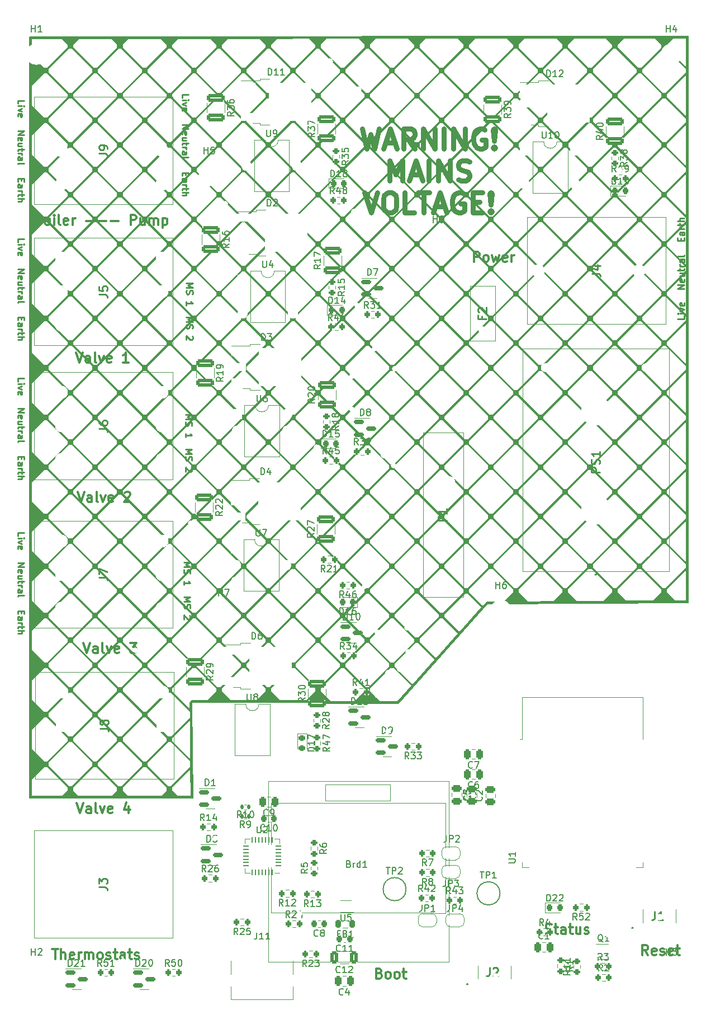
<source format=gbr>
%TF.GenerationSoftware,KiCad,Pcbnew,(6.0.5)*%
%TF.CreationDate,2022-06-13T13:10:07+01:00*%
%TF.ProjectId,heating-controller-esp32,68656174-696e-4672-9d63-6f6e74726f6c,rev?*%
%TF.SameCoordinates,Original*%
%TF.FileFunction,Legend,Top*%
%TF.FilePolarity,Positive*%
%FSLAX46Y46*%
G04 Gerber Fmt 4.6, Leading zero omitted, Abs format (unit mm)*
G04 Created by KiCad (PCBNEW (6.0.5)) date 2022-06-13 13:10:07*
%MOMM*%
%LPD*%
G01*
G04 APERTURE LIST*
G04 Aperture macros list*
%AMRoundRect*
0 Rectangle with rounded corners*
0 $1 Rounding radius*
0 $2 $3 $4 $5 $6 $7 $8 $9 X,Y pos of 4 corners*
0 Add a 4 corners polygon primitive as box body*
4,1,4,$2,$3,$4,$5,$6,$7,$8,$9,$2,$3,0*
0 Add four circle primitives for the rounded corners*
1,1,$1+$1,$2,$3*
1,1,$1+$1,$4,$5*
1,1,$1+$1,$6,$7*
1,1,$1+$1,$8,$9*
0 Add four rect primitives between the rounded corners*
20,1,$1+$1,$2,$3,$4,$5,0*
20,1,$1+$1,$4,$5,$6,$7,0*
20,1,$1+$1,$6,$7,$8,$9,0*
20,1,$1+$1,$8,$9,$2,$3,0*%
%AMFreePoly0*
4,1,22,0.500000,-0.750000,0.000000,-0.750000,0.000000,-0.745033,-0.079941,-0.743568,-0.215256,-0.701293,-0.333266,-0.622738,-0.424486,-0.514219,-0.481581,-0.384460,-0.499164,-0.250000,-0.500000,-0.250000,-0.500000,0.250000,-0.499164,0.250000,-0.499963,0.256109,-0.478152,0.396186,-0.417904,0.524511,-0.324060,0.630769,-0.204165,0.706417,-0.067858,0.745374,0.000000,0.744959,0.000000,0.750000,
0.500000,0.750000,0.500000,-0.750000,0.500000,-0.750000,$1*%
%AMFreePoly1*
4,1,20,0.000000,0.744959,0.073905,0.744508,0.209726,0.703889,0.328688,0.626782,0.421226,0.519385,0.479903,0.390333,0.500000,0.250000,0.500000,-0.250000,0.499851,-0.262216,0.476331,-0.402017,0.414519,-0.529596,0.319384,-0.634700,0.198574,-0.708877,0.061801,-0.746166,0.000000,-0.745033,0.000000,-0.750000,-0.500000,-0.750000,-0.500000,0.750000,0.000000,0.750000,0.000000,0.744959,
0.000000,0.744959,$1*%
G04 Aperture macros list end*
%ADD10C,0.300000*%
%ADD11C,0.250000*%
%ADD12C,0.750000*%
%ADD13C,0.150000*%
%ADD14C,0.254000*%
%ADD15C,0.120000*%
%ADD16C,0.100000*%
%ADD17C,0.200000*%
%ADD18RoundRect,0.200000X0.200000X0.275000X-0.200000X0.275000X-0.200000X-0.275000X0.200000X-0.275000X0*%
%ADD19RoundRect,0.218750X-0.218750X-0.256250X0.218750X-0.256250X0.218750X0.256250X-0.218750X0.256250X0*%
%ADD20RoundRect,0.250000X1.075000X-0.312500X1.075000X0.312500X-1.075000X0.312500X-1.075000X-0.312500X0*%
%ADD21RoundRect,0.250000X-1.075000X0.312500X-1.075000X-0.312500X1.075000X-0.312500X1.075000X0.312500X0*%
%ADD22C,3.200000*%
%ADD23FreePoly0,180.000000*%
%ADD24FreePoly1,180.000000*%
%ADD25C,1.950000*%
%ADD26RoundRect,0.200000X-0.200000X-0.275000X0.200000X-0.275000X0.200000X0.275000X-0.200000X0.275000X0*%
%ADD27RoundRect,0.150000X-0.587500X-0.150000X0.587500X-0.150000X0.587500X0.150000X-0.587500X0.150000X0*%
%ADD28R,2.000000X0.900000*%
%ADD29R,0.900000X2.000000*%
%ADD30R,5.000000X5.000000*%
%ADD31C,1.400000*%
%ADD32C,4.500000*%
%ADD33C,2.800000*%
%ADD34RoundRect,0.200000X-0.275000X0.200000X-0.275000X-0.200000X0.275000X-0.200000X0.275000X0.200000X0*%
%ADD35FreePoly1,0.000000*%
%ADD36FreePoly0,0.000000*%
%ADD37RoundRect,0.218750X-0.256250X0.218750X-0.256250X-0.218750X0.256250X-0.218750X0.256250X0.218750X0*%
%ADD38RoundRect,0.218750X0.218750X0.256250X-0.218750X0.256250X-0.218750X-0.256250X0.218750X-0.256250X0*%
%ADD39O,1.600000X2.000000*%
%ADD40RoundRect,0.250000X0.250000X0.475000X-0.250000X0.475000X-0.250000X-0.475000X0.250000X-0.475000X0*%
%ADD41R,2.200000X1.200000*%
%ADD42R,6.400000X5.800000*%
%ADD43R,1.600000X1.600000*%
%ADD44O,1.600000X1.600000*%
%ADD45O,1.000000X2.100000*%
%ADD46O,1.000000X1.600000*%
%ADD47R,0.600000X1.450000*%
%ADD48R,0.300000X1.450000*%
%ADD49C,0.650000*%
%ADD50RoundRect,0.200000X0.275000X-0.200000X0.275000X0.200000X-0.275000X0.200000X-0.275000X-0.200000X0*%
%ADD51RoundRect,0.225000X0.225000X0.250000X-0.225000X0.250000X-0.225000X-0.250000X0.225000X-0.250000X0*%
%ADD52C,1.217000*%
%ADD53RoundRect,0.218750X0.218750X0.381250X-0.218750X0.381250X-0.218750X-0.381250X0.218750X-0.381250X0*%
%ADD54R,0.650000X0.400000*%
%ADD55R,1.000000X0.450000*%
%ADD56R,1.200000X1.100000*%
%ADD57C,1.515000*%
%ADD58RoundRect,0.250000X0.325000X0.650000X-0.325000X0.650000X-0.325000X-0.650000X0.325000X-0.650000X0*%
%ADD59RoundRect,0.250000X0.475000X-0.250000X0.475000X0.250000X-0.475000X0.250000X-0.475000X-0.250000X0*%
%ADD60RoundRect,0.135000X-0.135000X-0.185000X0.135000X-0.185000X0.135000X0.185000X-0.135000X0.185000X0*%
%ADD61R,0.500000X0.375000*%
%ADD62R,0.650000X0.300000*%
%ADD63RoundRect,0.135000X0.135000X0.185000X-0.135000X0.185000X-0.135000X-0.185000X0.135000X-0.185000X0*%
%ADD64RoundRect,0.250000X-0.250000X-0.475000X0.250000X-0.475000X0.250000X0.475000X-0.250000X0.475000X0*%
%ADD65R,3.350000X3.350000*%
%ADD66RoundRect,0.062500X0.062500X0.337500X-0.062500X0.337500X-0.062500X-0.337500X0.062500X-0.337500X0*%
%ADD67RoundRect,0.062500X0.337500X0.062500X-0.337500X0.062500X-0.337500X-0.062500X0.337500X-0.062500X0*%
%ADD68RoundRect,0.250000X-0.475000X0.250000X-0.475000X-0.250000X0.475000X-0.250000X0.475000X0.250000X0*%
%ADD69C,0.800000*%
%ADD70C,1.000000*%
G04 APERTURE END LIST*
D10*
X90603000Y-164818142D02*
X90817285Y-164889571D01*
X91174428Y-164889571D01*
X91317285Y-164818142D01*
X91388714Y-164746714D01*
X91460142Y-164603857D01*
X91460142Y-164461000D01*
X91388714Y-164318142D01*
X91317285Y-164246714D01*
X91174428Y-164175285D01*
X90888714Y-164103857D01*
X90745857Y-164032428D01*
X90674428Y-163961000D01*
X90603000Y-163818142D01*
X90603000Y-163675285D01*
X90674428Y-163532428D01*
X90745857Y-163461000D01*
X90888714Y-163389571D01*
X91245857Y-163389571D01*
X91460142Y-163461000D01*
X91888714Y-163889571D02*
X92460142Y-163889571D01*
X92103000Y-163389571D02*
X92103000Y-164675285D01*
X92174428Y-164818142D01*
X92317285Y-164889571D01*
X92460142Y-164889571D01*
X93603000Y-164889571D02*
X93603000Y-164103857D01*
X93531571Y-163961000D01*
X93388714Y-163889571D01*
X93103000Y-163889571D01*
X92960142Y-163961000D01*
X93603000Y-164818142D02*
X93460142Y-164889571D01*
X93103000Y-164889571D01*
X92960142Y-164818142D01*
X92888714Y-164675285D01*
X92888714Y-164532428D01*
X92960142Y-164389571D01*
X93103000Y-164318142D01*
X93460142Y-164318142D01*
X93603000Y-164246714D01*
X94103000Y-163889571D02*
X94674428Y-163889571D01*
X94317285Y-163389571D02*
X94317285Y-164675285D01*
X94388714Y-164818142D01*
X94531571Y-164889571D01*
X94674428Y-164889571D01*
X95817285Y-163889571D02*
X95817285Y-164889571D01*
X95174428Y-163889571D02*
X95174428Y-164675285D01*
X95245857Y-164818142D01*
X95388714Y-164889571D01*
X95603000Y-164889571D01*
X95745857Y-164818142D01*
X95817285Y-164746714D01*
X96460142Y-164818142D02*
X96603000Y-164889571D01*
X96888714Y-164889571D01*
X97031571Y-164818142D01*
X97103000Y-164675285D01*
X97103000Y-164603857D01*
X97031571Y-164461000D01*
X96888714Y-164389571D01*
X96674428Y-164389571D01*
X96531571Y-164318142D01*
X96460142Y-164175285D01*
X96460142Y-164103857D01*
X96531571Y-163961000D01*
X96674428Y-163889571D01*
X96888714Y-163889571D01*
X97031571Y-163961000D01*
D11*
X111053571Y-60007285D02*
X111053571Y-59673952D01*
X111577380Y-59531095D02*
X111577380Y-60007285D01*
X110577380Y-60007285D01*
X110577380Y-59531095D01*
X111577380Y-58673952D02*
X111053571Y-58673952D01*
X110958333Y-58721571D01*
X110910714Y-58816809D01*
X110910714Y-59007285D01*
X110958333Y-59102523D01*
X111529761Y-58673952D02*
X111577380Y-58769190D01*
X111577380Y-59007285D01*
X111529761Y-59102523D01*
X111434523Y-59150142D01*
X111339285Y-59150142D01*
X111244047Y-59102523D01*
X111196428Y-59007285D01*
X111196428Y-58769190D01*
X111148809Y-58673952D01*
X111577380Y-58197761D02*
X110910714Y-58197761D01*
X111101190Y-58197761D02*
X111005952Y-58150142D01*
X110958333Y-58102523D01*
X110910714Y-58007285D01*
X110910714Y-57912047D01*
X110910714Y-57721571D02*
X110910714Y-57340619D01*
X110577380Y-57578714D02*
X111434523Y-57578714D01*
X111529761Y-57531095D01*
X111577380Y-57435857D01*
X111577380Y-57340619D01*
X111577380Y-57007285D02*
X110577380Y-57007285D01*
X111577380Y-56578714D02*
X111053571Y-56578714D01*
X110958333Y-56626333D01*
X110910714Y-56721571D01*
X110910714Y-56864428D01*
X110958333Y-56959666D01*
X111005952Y-57007285D01*
X111577380Y-71350095D02*
X111577380Y-71826285D01*
X110577380Y-71826285D01*
X111577380Y-71016761D02*
X110910714Y-71016761D01*
X110577380Y-71016761D02*
X110625000Y-71064380D01*
X110672619Y-71016761D01*
X110625000Y-70969142D01*
X110577380Y-71016761D01*
X110672619Y-71016761D01*
X110910714Y-70635809D02*
X111577380Y-70397714D01*
X110910714Y-70159619D01*
X111529761Y-69397714D02*
X111577380Y-69492952D01*
X111577380Y-69683428D01*
X111529761Y-69778666D01*
X111434523Y-69826285D01*
X111053571Y-69826285D01*
X110958333Y-69778666D01*
X110910714Y-69683428D01*
X110910714Y-69492952D01*
X110958333Y-69397714D01*
X111053571Y-69350095D01*
X111148809Y-69350095D01*
X111244047Y-69826285D01*
X111577380Y-67246190D02*
X110577380Y-67246190D01*
X111577380Y-66674761D01*
X110577380Y-66674761D01*
X111529761Y-65817619D02*
X111577380Y-65912857D01*
X111577380Y-66103333D01*
X111529761Y-66198571D01*
X111434523Y-66246190D01*
X111053571Y-66246190D01*
X110958333Y-66198571D01*
X110910714Y-66103333D01*
X110910714Y-65912857D01*
X110958333Y-65817619D01*
X111053571Y-65770000D01*
X111148809Y-65770000D01*
X111244047Y-66246190D01*
X110910714Y-64912857D02*
X111577380Y-64912857D01*
X110910714Y-65341428D02*
X111434523Y-65341428D01*
X111529761Y-65293809D01*
X111577380Y-65198571D01*
X111577380Y-65055714D01*
X111529761Y-64960476D01*
X111482142Y-64912857D01*
X110910714Y-64579523D02*
X110910714Y-64198571D01*
X110577380Y-64436666D02*
X111434523Y-64436666D01*
X111529761Y-64389047D01*
X111577380Y-64293809D01*
X111577380Y-64198571D01*
X111577380Y-63865238D02*
X110910714Y-63865238D01*
X111101190Y-63865238D02*
X111005952Y-63817619D01*
X110958333Y-63770000D01*
X110910714Y-63674761D01*
X110910714Y-63579523D01*
X111577380Y-62817619D02*
X111053571Y-62817619D01*
X110958333Y-62865238D01*
X110910714Y-62960476D01*
X110910714Y-63150952D01*
X110958333Y-63246190D01*
X111529761Y-62817619D02*
X111577380Y-62912857D01*
X111577380Y-63150952D01*
X111529761Y-63246190D01*
X111434523Y-63293809D01*
X111339285Y-63293809D01*
X111244047Y-63246190D01*
X111196428Y-63150952D01*
X111196428Y-62912857D01*
X111148809Y-62817619D01*
X111577380Y-62198571D02*
X111529761Y-62293809D01*
X111434523Y-62341428D01*
X110577380Y-62341428D01*
X36012428Y-49720714D02*
X36012428Y-50054047D01*
X35488619Y-50196904D02*
X35488619Y-49720714D01*
X36488619Y-49720714D01*
X36488619Y-50196904D01*
X35488619Y-51054047D02*
X36012428Y-51054047D01*
X36107666Y-51006428D01*
X36155285Y-50911190D01*
X36155285Y-50720714D01*
X36107666Y-50625476D01*
X35536238Y-51054047D02*
X35488619Y-50958809D01*
X35488619Y-50720714D01*
X35536238Y-50625476D01*
X35631476Y-50577857D01*
X35726714Y-50577857D01*
X35821952Y-50625476D01*
X35869571Y-50720714D01*
X35869571Y-50958809D01*
X35917190Y-51054047D01*
X35488619Y-51530238D02*
X36155285Y-51530238D01*
X35964809Y-51530238D02*
X36060047Y-51577857D01*
X36107666Y-51625476D01*
X36155285Y-51720714D01*
X36155285Y-51815952D01*
X36155285Y-52006428D02*
X36155285Y-52387380D01*
X36488619Y-52149285D02*
X35631476Y-52149285D01*
X35536238Y-52196904D01*
X35488619Y-52292142D01*
X35488619Y-52387380D01*
X35488619Y-52720714D02*
X36488619Y-52720714D01*
X35488619Y-53149285D02*
X36012428Y-53149285D01*
X36107666Y-53101666D01*
X36155285Y-53006428D01*
X36155285Y-52863571D01*
X36107666Y-52768333D01*
X36060047Y-52720714D01*
X35488619Y-38377904D02*
X35488619Y-37901714D01*
X36488619Y-37901714D01*
X35488619Y-38711238D02*
X36155285Y-38711238D01*
X36488619Y-38711238D02*
X36441000Y-38663619D01*
X36393380Y-38711238D01*
X36441000Y-38758857D01*
X36488619Y-38711238D01*
X36393380Y-38711238D01*
X36155285Y-39092190D02*
X35488619Y-39330285D01*
X36155285Y-39568380D01*
X35536238Y-40330285D02*
X35488619Y-40235047D01*
X35488619Y-40044571D01*
X35536238Y-39949333D01*
X35631476Y-39901714D01*
X36012428Y-39901714D01*
X36107666Y-39949333D01*
X36155285Y-40044571D01*
X36155285Y-40235047D01*
X36107666Y-40330285D01*
X36012428Y-40377904D01*
X35917190Y-40377904D01*
X35821952Y-39901714D01*
X35488619Y-42481809D02*
X36488619Y-42481809D01*
X35488619Y-43053238D01*
X36488619Y-43053238D01*
X35536238Y-43910380D02*
X35488619Y-43815142D01*
X35488619Y-43624666D01*
X35536238Y-43529428D01*
X35631476Y-43481809D01*
X36012428Y-43481809D01*
X36107666Y-43529428D01*
X36155285Y-43624666D01*
X36155285Y-43815142D01*
X36107666Y-43910380D01*
X36012428Y-43958000D01*
X35917190Y-43958000D01*
X35821952Y-43481809D01*
X36155285Y-44815142D02*
X35488619Y-44815142D01*
X36155285Y-44386571D02*
X35631476Y-44386571D01*
X35536238Y-44434190D01*
X35488619Y-44529428D01*
X35488619Y-44672285D01*
X35536238Y-44767523D01*
X35583857Y-44815142D01*
X36155285Y-45148476D02*
X36155285Y-45529428D01*
X36488619Y-45291333D02*
X35631476Y-45291333D01*
X35536238Y-45338952D01*
X35488619Y-45434190D01*
X35488619Y-45529428D01*
X35488619Y-45862761D02*
X36155285Y-45862761D01*
X35964809Y-45862761D02*
X36060047Y-45910380D01*
X36107666Y-45958000D01*
X36155285Y-46053238D01*
X36155285Y-46148476D01*
X35488619Y-46910380D02*
X36012428Y-46910380D01*
X36107666Y-46862761D01*
X36155285Y-46767523D01*
X36155285Y-46577047D01*
X36107666Y-46481809D01*
X35536238Y-46910380D02*
X35488619Y-46815142D01*
X35488619Y-46577047D01*
X35536238Y-46481809D01*
X35631476Y-46434190D01*
X35726714Y-46434190D01*
X35821952Y-46481809D01*
X35869571Y-46577047D01*
X35869571Y-46815142D01*
X35917190Y-46910380D01*
X35488619Y-47529428D02*
X35536238Y-47434190D01*
X35631476Y-47386571D01*
X36488619Y-47386571D01*
X36123619Y-66405333D02*
X37123619Y-66405333D01*
X36409333Y-66738666D01*
X37123619Y-67072000D01*
X36123619Y-67072000D01*
X36171238Y-67500571D02*
X36123619Y-67643428D01*
X36123619Y-67881523D01*
X36171238Y-67976761D01*
X36218857Y-68024380D01*
X36314095Y-68072000D01*
X36409333Y-68072000D01*
X36504571Y-68024380D01*
X36552190Y-67976761D01*
X36599809Y-67881523D01*
X36647428Y-67691047D01*
X36695047Y-67595809D01*
X36742666Y-67548190D01*
X36837904Y-67500571D01*
X36933142Y-67500571D01*
X37028380Y-67548190D01*
X37076000Y-67595809D01*
X37123619Y-67691047D01*
X37123619Y-67929142D01*
X37076000Y-68072000D01*
X36123619Y-69786285D02*
X36123619Y-69214857D01*
X36123619Y-69500571D02*
X37123619Y-69500571D01*
X36980761Y-69405333D01*
X36885523Y-69310095D01*
X36837904Y-69214857D01*
X36123619Y-71612333D02*
X37123619Y-71612333D01*
X36409333Y-71945666D01*
X37123619Y-72279000D01*
X36123619Y-72279000D01*
X36171238Y-72707571D02*
X36123619Y-72850428D01*
X36123619Y-73088523D01*
X36171238Y-73183761D01*
X36218857Y-73231380D01*
X36314095Y-73279000D01*
X36409333Y-73279000D01*
X36504571Y-73231380D01*
X36552190Y-73183761D01*
X36599809Y-73088523D01*
X36647428Y-72898047D01*
X36695047Y-72802809D01*
X36742666Y-72755190D01*
X36837904Y-72707571D01*
X36933142Y-72707571D01*
X37028380Y-72755190D01*
X37076000Y-72802809D01*
X37123619Y-72898047D01*
X37123619Y-73136142D01*
X37076000Y-73279000D01*
X37028380Y-74421857D02*
X37076000Y-74469476D01*
X37123619Y-74564714D01*
X37123619Y-74802809D01*
X37076000Y-74898047D01*
X37028380Y-74945666D01*
X36933142Y-74993285D01*
X36837904Y-74993285D01*
X36695047Y-74945666D01*
X36123619Y-74374238D01*
X36123619Y-74993285D01*
X35996619Y-86344333D02*
X36996619Y-86344333D01*
X36282333Y-86677666D01*
X36996619Y-87011000D01*
X35996619Y-87011000D01*
X36044238Y-87439571D02*
X35996619Y-87582428D01*
X35996619Y-87820523D01*
X36044238Y-87915761D01*
X36091857Y-87963380D01*
X36187095Y-88011000D01*
X36282333Y-88011000D01*
X36377571Y-87963380D01*
X36425190Y-87915761D01*
X36472809Y-87820523D01*
X36520428Y-87630047D01*
X36568047Y-87534809D01*
X36615666Y-87487190D01*
X36710904Y-87439571D01*
X36806142Y-87439571D01*
X36901380Y-87487190D01*
X36949000Y-87534809D01*
X36996619Y-87630047D01*
X36996619Y-87868142D01*
X36949000Y-88011000D01*
X35996619Y-89725285D02*
X35996619Y-89153857D01*
X35996619Y-89439571D02*
X36996619Y-89439571D01*
X36853761Y-89344333D01*
X36758523Y-89249095D01*
X36710904Y-89153857D01*
X35996619Y-91551333D02*
X36996619Y-91551333D01*
X36282333Y-91884666D01*
X36996619Y-92218000D01*
X35996619Y-92218000D01*
X36044238Y-92646571D02*
X35996619Y-92789428D01*
X35996619Y-93027523D01*
X36044238Y-93122761D01*
X36091857Y-93170380D01*
X36187095Y-93218000D01*
X36282333Y-93218000D01*
X36377571Y-93170380D01*
X36425190Y-93122761D01*
X36472809Y-93027523D01*
X36520428Y-92837047D01*
X36568047Y-92741809D01*
X36615666Y-92694190D01*
X36710904Y-92646571D01*
X36806142Y-92646571D01*
X36901380Y-92694190D01*
X36949000Y-92741809D01*
X36996619Y-92837047D01*
X36996619Y-93075142D01*
X36949000Y-93218000D01*
X36901380Y-94360857D02*
X36949000Y-94408476D01*
X36996619Y-94503714D01*
X36996619Y-94741809D01*
X36949000Y-94837047D01*
X36901380Y-94884666D01*
X36806142Y-94932285D01*
X36710904Y-94932285D01*
X36568047Y-94884666D01*
X35996619Y-94313238D01*
X35996619Y-94932285D01*
X11120428Y-50609714D02*
X11120428Y-50943047D01*
X10596619Y-51085904D02*
X10596619Y-50609714D01*
X11596619Y-50609714D01*
X11596619Y-51085904D01*
X10596619Y-51943047D02*
X11120428Y-51943047D01*
X11215666Y-51895428D01*
X11263285Y-51800190D01*
X11263285Y-51609714D01*
X11215666Y-51514476D01*
X10644238Y-51943047D02*
X10596619Y-51847809D01*
X10596619Y-51609714D01*
X10644238Y-51514476D01*
X10739476Y-51466857D01*
X10834714Y-51466857D01*
X10929952Y-51514476D01*
X10977571Y-51609714D01*
X10977571Y-51847809D01*
X11025190Y-51943047D01*
X10596619Y-52419238D02*
X11263285Y-52419238D01*
X11072809Y-52419238D02*
X11168047Y-52466857D01*
X11215666Y-52514476D01*
X11263285Y-52609714D01*
X11263285Y-52704952D01*
X11263285Y-52895428D02*
X11263285Y-53276380D01*
X11596619Y-53038285D02*
X10739476Y-53038285D01*
X10644238Y-53085904D01*
X10596619Y-53181142D01*
X10596619Y-53276380D01*
X10596619Y-53609714D02*
X11596619Y-53609714D01*
X10596619Y-54038285D02*
X11120428Y-54038285D01*
X11215666Y-53990666D01*
X11263285Y-53895428D01*
X11263285Y-53752571D01*
X11215666Y-53657333D01*
X11168047Y-53609714D01*
X10596619Y-39266904D02*
X10596619Y-38790714D01*
X11596619Y-38790714D01*
X10596619Y-39600238D02*
X11263285Y-39600238D01*
X11596619Y-39600238D02*
X11549000Y-39552619D01*
X11501380Y-39600238D01*
X11549000Y-39647857D01*
X11596619Y-39600238D01*
X11501380Y-39600238D01*
X11263285Y-39981190D02*
X10596619Y-40219285D01*
X11263285Y-40457380D01*
X10644238Y-41219285D02*
X10596619Y-41124047D01*
X10596619Y-40933571D01*
X10644238Y-40838333D01*
X10739476Y-40790714D01*
X11120428Y-40790714D01*
X11215666Y-40838333D01*
X11263285Y-40933571D01*
X11263285Y-41124047D01*
X11215666Y-41219285D01*
X11120428Y-41266904D01*
X11025190Y-41266904D01*
X10929952Y-40790714D01*
X10596619Y-43370809D02*
X11596619Y-43370809D01*
X10596619Y-43942238D01*
X11596619Y-43942238D01*
X10644238Y-44799380D02*
X10596619Y-44704142D01*
X10596619Y-44513666D01*
X10644238Y-44418428D01*
X10739476Y-44370809D01*
X11120428Y-44370809D01*
X11215666Y-44418428D01*
X11263285Y-44513666D01*
X11263285Y-44704142D01*
X11215666Y-44799380D01*
X11120428Y-44847000D01*
X11025190Y-44847000D01*
X10929952Y-44370809D01*
X11263285Y-45704142D02*
X10596619Y-45704142D01*
X11263285Y-45275571D02*
X10739476Y-45275571D01*
X10644238Y-45323190D01*
X10596619Y-45418428D01*
X10596619Y-45561285D01*
X10644238Y-45656523D01*
X10691857Y-45704142D01*
X11263285Y-46037476D02*
X11263285Y-46418428D01*
X11596619Y-46180333D02*
X10739476Y-46180333D01*
X10644238Y-46227952D01*
X10596619Y-46323190D01*
X10596619Y-46418428D01*
X10596619Y-46751761D02*
X11263285Y-46751761D01*
X11072809Y-46751761D02*
X11168047Y-46799380D01*
X11215666Y-46847000D01*
X11263285Y-46942238D01*
X11263285Y-47037476D01*
X10596619Y-47799380D02*
X11120428Y-47799380D01*
X11215666Y-47751761D01*
X11263285Y-47656523D01*
X11263285Y-47466047D01*
X11215666Y-47370809D01*
X10644238Y-47799380D02*
X10596619Y-47704142D01*
X10596619Y-47466047D01*
X10644238Y-47370809D01*
X10739476Y-47323190D01*
X10834714Y-47323190D01*
X10929952Y-47370809D01*
X10977571Y-47466047D01*
X10977571Y-47704142D01*
X11025190Y-47799380D01*
X10596619Y-48418428D02*
X10644238Y-48323190D01*
X10739476Y-48275571D01*
X11596619Y-48275571D01*
X11120428Y-71564714D02*
X11120428Y-71898047D01*
X10596619Y-72040904D02*
X10596619Y-71564714D01*
X11596619Y-71564714D01*
X11596619Y-72040904D01*
X10596619Y-72898047D02*
X11120428Y-72898047D01*
X11215666Y-72850428D01*
X11263285Y-72755190D01*
X11263285Y-72564714D01*
X11215666Y-72469476D01*
X10644238Y-72898047D02*
X10596619Y-72802809D01*
X10596619Y-72564714D01*
X10644238Y-72469476D01*
X10739476Y-72421857D01*
X10834714Y-72421857D01*
X10929952Y-72469476D01*
X10977571Y-72564714D01*
X10977571Y-72802809D01*
X11025190Y-72898047D01*
X10596619Y-73374238D02*
X11263285Y-73374238D01*
X11072809Y-73374238D02*
X11168047Y-73421857D01*
X11215666Y-73469476D01*
X11263285Y-73564714D01*
X11263285Y-73659952D01*
X11263285Y-73850428D02*
X11263285Y-74231380D01*
X11596619Y-73993285D02*
X10739476Y-73993285D01*
X10644238Y-74040904D01*
X10596619Y-74136142D01*
X10596619Y-74231380D01*
X10596619Y-74564714D02*
X11596619Y-74564714D01*
X10596619Y-74993285D02*
X11120428Y-74993285D01*
X11215666Y-74945666D01*
X11263285Y-74850428D01*
X11263285Y-74707571D01*
X11215666Y-74612333D01*
X11168047Y-74564714D01*
X10596619Y-60221904D02*
X10596619Y-59745714D01*
X11596619Y-59745714D01*
X10596619Y-60555238D02*
X11263285Y-60555238D01*
X11596619Y-60555238D02*
X11549000Y-60507619D01*
X11501380Y-60555238D01*
X11549000Y-60602857D01*
X11596619Y-60555238D01*
X11501380Y-60555238D01*
X11263285Y-60936190D02*
X10596619Y-61174285D01*
X11263285Y-61412380D01*
X10644238Y-62174285D02*
X10596619Y-62079047D01*
X10596619Y-61888571D01*
X10644238Y-61793333D01*
X10739476Y-61745714D01*
X11120428Y-61745714D01*
X11215666Y-61793333D01*
X11263285Y-61888571D01*
X11263285Y-62079047D01*
X11215666Y-62174285D01*
X11120428Y-62221904D01*
X11025190Y-62221904D01*
X10929952Y-61745714D01*
X10596619Y-64325809D02*
X11596619Y-64325809D01*
X10596619Y-64897238D01*
X11596619Y-64897238D01*
X10644238Y-65754380D02*
X10596619Y-65659142D01*
X10596619Y-65468666D01*
X10644238Y-65373428D01*
X10739476Y-65325809D01*
X11120428Y-65325809D01*
X11215666Y-65373428D01*
X11263285Y-65468666D01*
X11263285Y-65659142D01*
X11215666Y-65754380D01*
X11120428Y-65802000D01*
X11025190Y-65802000D01*
X10929952Y-65325809D01*
X11263285Y-66659142D02*
X10596619Y-66659142D01*
X11263285Y-66230571D02*
X10739476Y-66230571D01*
X10644238Y-66278190D01*
X10596619Y-66373428D01*
X10596619Y-66516285D01*
X10644238Y-66611523D01*
X10691857Y-66659142D01*
X11263285Y-66992476D02*
X11263285Y-67373428D01*
X11596619Y-67135333D02*
X10739476Y-67135333D01*
X10644238Y-67182952D01*
X10596619Y-67278190D01*
X10596619Y-67373428D01*
X10596619Y-67706761D02*
X11263285Y-67706761D01*
X11072809Y-67706761D02*
X11168047Y-67754380D01*
X11215666Y-67802000D01*
X11263285Y-67897238D01*
X11263285Y-67992476D01*
X10596619Y-68754380D02*
X11120428Y-68754380D01*
X11215666Y-68706761D01*
X11263285Y-68611523D01*
X11263285Y-68421047D01*
X11215666Y-68325809D01*
X10644238Y-68754380D02*
X10596619Y-68659142D01*
X10596619Y-68421047D01*
X10644238Y-68325809D01*
X10739476Y-68278190D01*
X10834714Y-68278190D01*
X10929952Y-68325809D01*
X10977571Y-68421047D01*
X10977571Y-68659142D01*
X11025190Y-68754380D01*
X10596619Y-69373428D02*
X10644238Y-69278190D01*
X10739476Y-69230571D01*
X11596619Y-69230571D01*
X10596619Y-81303904D02*
X10596619Y-80827714D01*
X11596619Y-80827714D01*
X10596619Y-81637238D02*
X11263285Y-81637238D01*
X11596619Y-81637238D02*
X11549000Y-81589619D01*
X11501380Y-81637238D01*
X11549000Y-81684857D01*
X11596619Y-81637238D01*
X11501380Y-81637238D01*
X11263285Y-82018190D02*
X10596619Y-82256285D01*
X11263285Y-82494380D01*
X10644238Y-83256285D02*
X10596619Y-83161047D01*
X10596619Y-82970571D01*
X10644238Y-82875333D01*
X10739476Y-82827714D01*
X11120428Y-82827714D01*
X11215666Y-82875333D01*
X11263285Y-82970571D01*
X11263285Y-83161047D01*
X11215666Y-83256285D01*
X11120428Y-83303904D01*
X11025190Y-83303904D01*
X10929952Y-82827714D01*
X10596619Y-85407809D02*
X11596619Y-85407809D01*
X10596619Y-85979238D01*
X11596619Y-85979238D01*
X10644238Y-86836380D02*
X10596619Y-86741142D01*
X10596619Y-86550666D01*
X10644238Y-86455428D01*
X10739476Y-86407809D01*
X11120428Y-86407809D01*
X11215666Y-86455428D01*
X11263285Y-86550666D01*
X11263285Y-86741142D01*
X11215666Y-86836380D01*
X11120428Y-86884000D01*
X11025190Y-86884000D01*
X10929952Y-86407809D01*
X11263285Y-87741142D02*
X10596619Y-87741142D01*
X11263285Y-87312571D02*
X10739476Y-87312571D01*
X10644238Y-87360190D01*
X10596619Y-87455428D01*
X10596619Y-87598285D01*
X10644238Y-87693523D01*
X10691857Y-87741142D01*
X11263285Y-88074476D02*
X11263285Y-88455428D01*
X11596619Y-88217333D02*
X10739476Y-88217333D01*
X10644238Y-88264952D01*
X10596619Y-88360190D01*
X10596619Y-88455428D01*
X10596619Y-88788761D02*
X11263285Y-88788761D01*
X11072809Y-88788761D02*
X11168047Y-88836380D01*
X11215666Y-88884000D01*
X11263285Y-88979238D01*
X11263285Y-89074476D01*
X10596619Y-89836380D02*
X11120428Y-89836380D01*
X11215666Y-89788761D01*
X11263285Y-89693523D01*
X11263285Y-89503047D01*
X11215666Y-89407809D01*
X10644238Y-89836380D02*
X10596619Y-89741142D01*
X10596619Y-89503047D01*
X10644238Y-89407809D01*
X10739476Y-89360190D01*
X10834714Y-89360190D01*
X10929952Y-89407809D01*
X10977571Y-89503047D01*
X10977571Y-89741142D01*
X11025190Y-89836380D01*
X10596619Y-90455428D02*
X10644238Y-90360190D01*
X10739476Y-90312571D01*
X11596619Y-90312571D01*
X11120428Y-92646714D02*
X11120428Y-92980047D01*
X10596619Y-93122904D02*
X10596619Y-92646714D01*
X11596619Y-92646714D01*
X11596619Y-93122904D01*
X10596619Y-93980047D02*
X11120428Y-93980047D01*
X11215666Y-93932428D01*
X11263285Y-93837190D01*
X11263285Y-93646714D01*
X11215666Y-93551476D01*
X10644238Y-93980047D02*
X10596619Y-93884809D01*
X10596619Y-93646714D01*
X10644238Y-93551476D01*
X10739476Y-93503857D01*
X10834714Y-93503857D01*
X10929952Y-93551476D01*
X10977571Y-93646714D01*
X10977571Y-93884809D01*
X11025190Y-93980047D01*
X10596619Y-94456238D02*
X11263285Y-94456238D01*
X11072809Y-94456238D02*
X11168047Y-94503857D01*
X11215666Y-94551476D01*
X11263285Y-94646714D01*
X11263285Y-94741952D01*
X11263285Y-94932428D02*
X11263285Y-95313380D01*
X11596619Y-95075285D02*
X10739476Y-95075285D01*
X10644238Y-95122904D01*
X10596619Y-95218142D01*
X10596619Y-95313380D01*
X10596619Y-95646714D02*
X11596619Y-95646714D01*
X10596619Y-96075285D02*
X11120428Y-96075285D01*
X11215666Y-96027666D01*
X11263285Y-95932428D01*
X11263285Y-95789571D01*
X11215666Y-95694333D01*
X11168047Y-95646714D01*
X11120428Y-116014714D02*
X11120428Y-116348047D01*
X10596619Y-116490904D02*
X10596619Y-116014714D01*
X11596619Y-116014714D01*
X11596619Y-116490904D01*
X10596619Y-117348047D02*
X11120428Y-117348047D01*
X11215666Y-117300428D01*
X11263285Y-117205190D01*
X11263285Y-117014714D01*
X11215666Y-116919476D01*
X10644238Y-117348047D02*
X10596619Y-117252809D01*
X10596619Y-117014714D01*
X10644238Y-116919476D01*
X10739476Y-116871857D01*
X10834714Y-116871857D01*
X10929952Y-116919476D01*
X10977571Y-117014714D01*
X10977571Y-117252809D01*
X11025190Y-117348047D01*
X10596619Y-117824238D02*
X11263285Y-117824238D01*
X11072809Y-117824238D02*
X11168047Y-117871857D01*
X11215666Y-117919476D01*
X11263285Y-118014714D01*
X11263285Y-118109952D01*
X11263285Y-118300428D02*
X11263285Y-118681380D01*
X11596619Y-118443285D02*
X10739476Y-118443285D01*
X10644238Y-118490904D01*
X10596619Y-118586142D01*
X10596619Y-118681380D01*
X10596619Y-119014714D02*
X11596619Y-119014714D01*
X10596619Y-119443285D02*
X11120428Y-119443285D01*
X11215666Y-119395666D01*
X11263285Y-119300428D01*
X11263285Y-119157571D01*
X11215666Y-119062333D01*
X11168047Y-119014714D01*
X10596619Y-108775809D02*
X11596619Y-108775809D01*
X10596619Y-109347238D01*
X11596619Y-109347238D01*
X10644238Y-110204380D02*
X10596619Y-110109142D01*
X10596619Y-109918666D01*
X10644238Y-109823428D01*
X10739476Y-109775809D01*
X11120428Y-109775809D01*
X11215666Y-109823428D01*
X11263285Y-109918666D01*
X11263285Y-110109142D01*
X11215666Y-110204380D01*
X11120428Y-110252000D01*
X11025190Y-110252000D01*
X10929952Y-109775809D01*
X11263285Y-111109142D02*
X10596619Y-111109142D01*
X11263285Y-110680571D02*
X10739476Y-110680571D01*
X10644238Y-110728190D01*
X10596619Y-110823428D01*
X10596619Y-110966285D01*
X10644238Y-111061523D01*
X10691857Y-111109142D01*
X11263285Y-111442476D02*
X11263285Y-111823428D01*
X11596619Y-111585333D02*
X10739476Y-111585333D01*
X10644238Y-111632952D01*
X10596619Y-111728190D01*
X10596619Y-111823428D01*
X10596619Y-112156761D02*
X11263285Y-112156761D01*
X11072809Y-112156761D02*
X11168047Y-112204380D01*
X11215666Y-112252000D01*
X11263285Y-112347238D01*
X11263285Y-112442476D01*
X10596619Y-113204380D02*
X11120428Y-113204380D01*
X11215666Y-113156761D01*
X11263285Y-113061523D01*
X11263285Y-112871047D01*
X11215666Y-112775809D01*
X10644238Y-113204380D02*
X10596619Y-113109142D01*
X10596619Y-112871047D01*
X10644238Y-112775809D01*
X10739476Y-112728190D01*
X10834714Y-112728190D01*
X10929952Y-112775809D01*
X10977571Y-112871047D01*
X10977571Y-113109142D01*
X11025190Y-113204380D01*
X10596619Y-113823428D02*
X10644238Y-113728190D01*
X10739476Y-113680571D01*
X11596619Y-113680571D01*
X10596619Y-104671904D02*
X10596619Y-104195714D01*
X11596619Y-104195714D01*
X10596619Y-105005238D02*
X11263285Y-105005238D01*
X11596619Y-105005238D02*
X11549000Y-104957619D01*
X11501380Y-105005238D01*
X11549000Y-105052857D01*
X11596619Y-105005238D01*
X11501380Y-105005238D01*
X11263285Y-105386190D02*
X10596619Y-105624285D01*
X11263285Y-105862380D01*
X10644238Y-106624285D02*
X10596619Y-106529047D01*
X10596619Y-106338571D01*
X10644238Y-106243333D01*
X10739476Y-106195714D01*
X11120428Y-106195714D01*
X11215666Y-106243333D01*
X11263285Y-106338571D01*
X11263285Y-106529047D01*
X11215666Y-106624285D01*
X11120428Y-106671904D01*
X11025190Y-106671904D01*
X10929952Y-106195714D01*
X35742619Y-108696333D02*
X36742619Y-108696333D01*
X36028333Y-109029666D01*
X36742619Y-109363000D01*
X35742619Y-109363000D01*
X35790238Y-109791571D02*
X35742619Y-109934428D01*
X35742619Y-110172523D01*
X35790238Y-110267761D01*
X35837857Y-110315380D01*
X35933095Y-110363000D01*
X36028333Y-110363000D01*
X36123571Y-110315380D01*
X36171190Y-110267761D01*
X36218809Y-110172523D01*
X36266428Y-109982047D01*
X36314047Y-109886809D01*
X36361666Y-109839190D01*
X36456904Y-109791571D01*
X36552142Y-109791571D01*
X36647380Y-109839190D01*
X36695000Y-109886809D01*
X36742619Y-109982047D01*
X36742619Y-110220142D01*
X36695000Y-110363000D01*
X35742619Y-112077285D02*
X35742619Y-111505857D01*
X35742619Y-111791571D02*
X36742619Y-111791571D01*
X36599761Y-111696333D01*
X36504523Y-111601095D01*
X36456904Y-111505857D01*
X35742619Y-113903333D02*
X36742619Y-113903333D01*
X36028333Y-114236666D01*
X36742619Y-114570000D01*
X35742619Y-114570000D01*
X35790238Y-114998571D02*
X35742619Y-115141428D01*
X35742619Y-115379523D01*
X35790238Y-115474761D01*
X35837857Y-115522380D01*
X35933095Y-115570000D01*
X36028333Y-115570000D01*
X36123571Y-115522380D01*
X36171190Y-115474761D01*
X36218809Y-115379523D01*
X36266428Y-115189047D01*
X36314047Y-115093809D01*
X36361666Y-115046190D01*
X36456904Y-114998571D01*
X36552142Y-114998571D01*
X36647380Y-115046190D01*
X36695000Y-115093809D01*
X36742619Y-115189047D01*
X36742619Y-115427142D01*
X36695000Y-115570000D01*
X36647380Y-116712857D02*
X36695000Y-116760476D01*
X36742619Y-116855714D01*
X36742619Y-117093809D01*
X36695000Y-117189047D01*
X36647380Y-117236666D01*
X36552142Y-117284285D01*
X36456904Y-117284285D01*
X36314047Y-117236666D01*
X35742619Y-116665238D01*
X35742619Y-117284285D01*
D10*
X65377428Y-170834857D02*
X65591714Y-170906285D01*
X65663142Y-170977714D01*
X65734571Y-171120571D01*
X65734571Y-171334857D01*
X65663142Y-171477714D01*
X65591714Y-171549142D01*
X65448857Y-171620571D01*
X64877428Y-171620571D01*
X64877428Y-170120571D01*
X65377428Y-170120571D01*
X65520285Y-170192000D01*
X65591714Y-170263428D01*
X65663142Y-170406285D01*
X65663142Y-170549142D01*
X65591714Y-170692000D01*
X65520285Y-170763428D01*
X65377428Y-170834857D01*
X64877428Y-170834857D01*
X66591714Y-171620571D02*
X66448857Y-171549142D01*
X66377428Y-171477714D01*
X66306000Y-171334857D01*
X66306000Y-170906285D01*
X66377428Y-170763428D01*
X66448857Y-170692000D01*
X66591714Y-170620571D01*
X66806000Y-170620571D01*
X66948857Y-170692000D01*
X67020285Y-170763428D01*
X67091714Y-170906285D01*
X67091714Y-171334857D01*
X67020285Y-171477714D01*
X66948857Y-171549142D01*
X66806000Y-171620571D01*
X66591714Y-171620571D01*
X67948857Y-171620571D02*
X67806000Y-171549142D01*
X67734571Y-171477714D01*
X67663142Y-171334857D01*
X67663142Y-170906285D01*
X67734571Y-170763428D01*
X67806000Y-170692000D01*
X67948857Y-170620571D01*
X68163142Y-170620571D01*
X68306000Y-170692000D01*
X68377428Y-170763428D01*
X68448857Y-170906285D01*
X68448857Y-171334857D01*
X68377428Y-171477714D01*
X68306000Y-171549142D01*
X68163142Y-171620571D01*
X67948857Y-171620571D01*
X68877428Y-170620571D02*
X69448857Y-170620571D01*
X69091714Y-170120571D02*
X69091714Y-171406285D01*
X69163142Y-171549142D01*
X69306000Y-171620571D01*
X69448857Y-171620571D01*
X106092857Y-168064571D02*
X105592857Y-167350285D01*
X105235714Y-168064571D02*
X105235714Y-166564571D01*
X105807142Y-166564571D01*
X105950000Y-166636000D01*
X106021428Y-166707428D01*
X106092857Y-166850285D01*
X106092857Y-167064571D01*
X106021428Y-167207428D01*
X105950000Y-167278857D01*
X105807142Y-167350285D01*
X105235714Y-167350285D01*
X107307142Y-167993142D02*
X107164285Y-168064571D01*
X106878571Y-168064571D01*
X106735714Y-167993142D01*
X106664285Y-167850285D01*
X106664285Y-167278857D01*
X106735714Y-167136000D01*
X106878571Y-167064571D01*
X107164285Y-167064571D01*
X107307142Y-167136000D01*
X107378571Y-167278857D01*
X107378571Y-167421714D01*
X106664285Y-167564571D01*
X107950000Y-167993142D02*
X108092857Y-168064571D01*
X108378571Y-168064571D01*
X108521428Y-167993142D01*
X108592857Y-167850285D01*
X108592857Y-167778857D01*
X108521428Y-167636000D01*
X108378571Y-167564571D01*
X108164285Y-167564571D01*
X108021428Y-167493142D01*
X107950000Y-167350285D01*
X107950000Y-167278857D01*
X108021428Y-167136000D01*
X108164285Y-167064571D01*
X108378571Y-167064571D01*
X108521428Y-167136000D01*
X109807142Y-167993142D02*
X109664285Y-168064571D01*
X109378571Y-168064571D01*
X109235714Y-167993142D01*
X109164285Y-167850285D01*
X109164285Y-167278857D01*
X109235714Y-167136000D01*
X109378571Y-167064571D01*
X109664285Y-167064571D01*
X109807142Y-167136000D01*
X109878571Y-167278857D01*
X109878571Y-167421714D01*
X109164285Y-167564571D01*
X110307142Y-167064571D02*
X110878571Y-167064571D01*
X110521428Y-166564571D02*
X110521428Y-167850285D01*
X110592857Y-167993142D01*
X110735714Y-168064571D01*
X110878571Y-168064571D01*
D12*
X62755142Y-43057142D02*
X63469428Y-46057142D01*
X64040857Y-43914285D01*
X64612285Y-46057142D01*
X65326571Y-43057142D01*
X66326571Y-45200000D02*
X67755142Y-45200000D01*
X66040857Y-46057142D02*
X67040857Y-43057142D01*
X68040857Y-46057142D01*
X70755142Y-46057142D02*
X69755142Y-44628571D01*
X69040857Y-46057142D02*
X69040857Y-43057142D01*
X70183714Y-43057142D01*
X70469428Y-43200000D01*
X70612285Y-43342857D01*
X70755142Y-43628571D01*
X70755142Y-44057142D01*
X70612285Y-44342857D01*
X70469428Y-44485714D01*
X70183714Y-44628571D01*
X69040857Y-44628571D01*
X72040857Y-46057142D02*
X72040857Y-43057142D01*
X73755142Y-46057142D01*
X73755142Y-43057142D01*
X75183714Y-46057142D02*
X75183714Y-43057142D01*
X76612285Y-46057142D02*
X76612285Y-43057142D01*
X78326571Y-46057142D01*
X78326571Y-43057142D01*
X81326571Y-43200000D02*
X81040857Y-43057142D01*
X80612285Y-43057142D01*
X80183714Y-43200000D01*
X79898000Y-43485714D01*
X79755142Y-43771428D01*
X79612285Y-44342857D01*
X79612285Y-44771428D01*
X79755142Y-45342857D01*
X79898000Y-45628571D01*
X80183714Y-45914285D01*
X80612285Y-46057142D01*
X80898000Y-46057142D01*
X81326571Y-45914285D01*
X81469428Y-45771428D01*
X81469428Y-44771428D01*
X80898000Y-44771428D01*
X82755142Y-45771428D02*
X82898000Y-45914285D01*
X82755142Y-46057142D01*
X82612285Y-45914285D01*
X82755142Y-45771428D01*
X82755142Y-46057142D01*
X82755142Y-44914285D02*
X82612285Y-43200000D01*
X82755142Y-43057142D01*
X82898000Y-43200000D01*
X82755142Y-44914285D01*
X82755142Y-43057142D01*
X66898000Y-50887142D02*
X66898000Y-47887142D01*
X67898000Y-50030000D01*
X68898000Y-47887142D01*
X68898000Y-50887142D01*
X70183714Y-50030000D02*
X71612285Y-50030000D01*
X69898000Y-50887142D02*
X70898000Y-47887142D01*
X71898000Y-50887142D01*
X72898000Y-50887142D02*
X72898000Y-47887142D01*
X74326571Y-50887142D02*
X74326571Y-47887142D01*
X76040857Y-50887142D01*
X76040857Y-47887142D01*
X77326571Y-50744285D02*
X77755142Y-50887142D01*
X78469428Y-50887142D01*
X78755142Y-50744285D01*
X78898000Y-50601428D01*
X79040857Y-50315714D01*
X79040857Y-50030000D01*
X78898000Y-49744285D01*
X78755142Y-49601428D01*
X78469428Y-49458571D01*
X77898000Y-49315714D01*
X77612285Y-49172857D01*
X77469428Y-49030000D01*
X77326571Y-48744285D01*
X77326571Y-48458571D01*
X77469428Y-48172857D01*
X77612285Y-48030000D01*
X77898000Y-47887142D01*
X78612285Y-47887142D01*
X79040857Y-48030000D01*
X63112285Y-52717142D02*
X64112285Y-55717142D01*
X65112285Y-52717142D01*
X66683714Y-52717142D02*
X67255142Y-52717142D01*
X67540857Y-52860000D01*
X67826571Y-53145714D01*
X67969428Y-53717142D01*
X67969428Y-54717142D01*
X67826571Y-55288571D01*
X67540857Y-55574285D01*
X67255142Y-55717142D01*
X66683714Y-55717142D01*
X66398000Y-55574285D01*
X66112285Y-55288571D01*
X65969428Y-54717142D01*
X65969428Y-53717142D01*
X66112285Y-53145714D01*
X66398000Y-52860000D01*
X66683714Y-52717142D01*
X70683714Y-55717142D02*
X69255142Y-55717142D01*
X69255142Y-52717142D01*
X71255142Y-52717142D02*
X72969428Y-52717142D01*
X72112285Y-55717142D02*
X72112285Y-52717142D01*
X73826571Y-54860000D02*
X75255142Y-54860000D01*
X73540857Y-55717142D02*
X74540857Y-52717142D01*
X75540857Y-55717142D01*
X78112285Y-52860000D02*
X77826571Y-52717142D01*
X77398000Y-52717142D01*
X76969428Y-52860000D01*
X76683714Y-53145714D01*
X76540857Y-53431428D01*
X76398000Y-54002857D01*
X76398000Y-54431428D01*
X76540857Y-55002857D01*
X76683714Y-55288571D01*
X76969428Y-55574285D01*
X77398000Y-55717142D01*
X77683714Y-55717142D01*
X78112285Y-55574285D01*
X78255142Y-55431428D01*
X78255142Y-54431428D01*
X77683714Y-54431428D01*
X79540857Y-54145714D02*
X80540857Y-54145714D01*
X80969428Y-55717142D02*
X79540857Y-55717142D01*
X79540857Y-52717142D01*
X80969428Y-52717142D01*
X82255142Y-55431428D02*
X82398000Y-55574285D01*
X82255142Y-55717142D01*
X82112285Y-55574285D01*
X82255142Y-55431428D01*
X82255142Y-55717142D01*
X82255142Y-54574285D02*
X82112285Y-52860000D01*
X82255142Y-52717142D01*
X82398000Y-52860000D01*
X82255142Y-54574285D01*
X82255142Y-52717142D01*
D10*
X15836142Y-167199571D02*
X16693285Y-167199571D01*
X16264714Y-168699571D02*
X16264714Y-167199571D01*
X17193285Y-168699571D02*
X17193285Y-167199571D01*
X17836142Y-168699571D02*
X17836142Y-167913857D01*
X17764714Y-167771000D01*
X17621857Y-167699571D01*
X17407571Y-167699571D01*
X17264714Y-167771000D01*
X17193285Y-167842428D01*
X19121857Y-168628142D02*
X18979000Y-168699571D01*
X18693285Y-168699571D01*
X18550428Y-168628142D01*
X18479000Y-168485285D01*
X18479000Y-167913857D01*
X18550428Y-167771000D01*
X18693285Y-167699571D01*
X18979000Y-167699571D01*
X19121857Y-167771000D01*
X19193285Y-167913857D01*
X19193285Y-168056714D01*
X18479000Y-168199571D01*
X19836142Y-168699571D02*
X19836142Y-167699571D01*
X19836142Y-167985285D02*
X19907571Y-167842428D01*
X19979000Y-167771000D01*
X20121857Y-167699571D01*
X20264714Y-167699571D01*
X20764714Y-168699571D02*
X20764714Y-167699571D01*
X20764714Y-167842428D02*
X20836142Y-167771000D01*
X20979000Y-167699571D01*
X21193285Y-167699571D01*
X21336142Y-167771000D01*
X21407571Y-167913857D01*
X21407571Y-168699571D01*
X21407571Y-167913857D02*
X21479000Y-167771000D01*
X21621857Y-167699571D01*
X21836142Y-167699571D01*
X21979000Y-167771000D01*
X22050428Y-167913857D01*
X22050428Y-168699571D01*
X22979000Y-168699571D02*
X22836142Y-168628142D01*
X22764714Y-168556714D01*
X22693285Y-168413857D01*
X22693285Y-167985285D01*
X22764714Y-167842428D01*
X22836142Y-167771000D01*
X22979000Y-167699571D01*
X23193285Y-167699571D01*
X23336142Y-167771000D01*
X23407571Y-167842428D01*
X23479000Y-167985285D01*
X23479000Y-168413857D01*
X23407571Y-168556714D01*
X23336142Y-168628142D01*
X23193285Y-168699571D01*
X22979000Y-168699571D01*
X24050428Y-168628142D02*
X24193285Y-168699571D01*
X24479000Y-168699571D01*
X24621857Y-168628142D01*
X24693285Y-168485285D01*
X24693285Y-168413857D01*
X24621857Y-168271000D01*
X24479000Y-168199571D01*
X24264714Y-168199571D01*
X24121857Y-168128142D01*
X24050428Y-167985285D01*
X24050428Y-167913857D01*
X24121857Y-167771000D01*
X24264714Y-167699571D01*
X24479000Y-167699571D01*
X24621857Y-167771000D01*
X25121857Y-167699571D02*
X25693285Y-167699571D01*
X25336142Y-167199571D02*
X25336142Y-168485285D01*
X25407571Y-168628142D01*
X25550428Y-168699571D01*
X25693285Y-168699571D01*
X26836142Y-168699571D02*
X26836142Y-167913857D01*
X26764714Y-167771000D01*
X26621857Y-167699571D01*
X26336142Y-167699571D01*
X26193285Y-167771000D01*
X26836142Y-168628142D02*
X26693285Y-168699571D01*
X26336142Y-168699571D01*
X26193285Y-168628142D01*
X26121857Y-168485285D01*
X26121857Y-168342428D01*
X26193285Y-168199571D01*
X26336142Y-168128142D01*
X26693285Y-168128142D01*
X26836142Y-168056714D01*
X27336142Y-167699571D02*
X27907571Y-167699571D01*
X27550428Y-167199571D02*
X27550428Y-168485285D01*
X27621857Y-168628142D01*
X27764714Y-168699571D01*
X27907571Y-168699571D01*
X28336142Y-168628142D02*
X28479000Y-168699571D01*
X28764714Y-168699571D01*
X28907571Y-168628142D01*
X28979000Y-168485285D01*
X28979000Y-168413857D01*
X28907571Y-168271000D01*
X28764714Y-168199571D01*
X28550428Y-168199571D01*
X28407571Y-168128142D01*
X28336142Y-167985285D01*
X28336142Y-167913857D01*
X28407571Y-167771000D01*
X28550428Y-167699571D01*
X28764714Y-167699571D01*
X28907571Y-167771000D01*
X19550571Y-145101571D02*
X20050571Y-146601571D01*
X20550571Y-145101571D01*
X21693428Y-146601571D02*
X21693428Y-145815857D01*
X21622000Y-145673000D01*
X21479142Y-145601571D01*
X21193428Y-145601571D01*
X21050571Y-145673000D01*
X21693428Y-146530142D02*
X21550571Y-146601571D01*
X21193428Y-146601571D01*
X21050571Y-146530142D01*
X20979142Y-146387285D01*
X20979142Y-146244428D01*
X21050571Y-146101571D01*
X21193428Y-146030142D01*
X21550571Y-146030142D01*
X21693428Y-145958714D01*
X22622000Y-146601571D02*
X22479142Y-146530142D01*
X22407714Y-146387285D01*
X22407714Y-145101571D01*
X23050571Y-145601571D02*
X23407714Y-146601571D01*
X23764857Y-145601571D01*
X24907714Y-146530142D02*
X24764857Y-146601571D01*
X24479142Y-146601571D01*
X24336285Y-146530142D01*
X24264857Y-146387285D01*
X24264857Y-145815857D01*
X24336285Y-145673000D01*
X24479142Y-145601571D01*
X24764857Y-145601571D01*
X24907714Y-145673000D01*
X24979142Y-145815857D01*
X24979142Y-145958714D01*
X24264857Y-146101571D01*
X27407714Y-145601571D02*
X27407714Y-146601571D01*
X27050571Y-145030142D02*
X26693428Y-146101571D01*
X27622000Y-146101571D01*
X20566571Y-120844571D02*
X21066571Y-122344571D01*
X21566571Y-120844571D01*
X22709428Y-122344571D02*
X22709428Y-121558857D01*
X22638000Y-121416000D01*
X22495142Y-121344571D01*
X22209428Y-121344571D01*
X22066571Y-121416000D01*
X22709428Y-122273142D02*
X22566571Y-122344571D01*
X22209428Y-122344571D01*
X22066571Y-122273142D01*
X21995142Y-122130285D01*
X21995142Y-121987428D01*
X22066571Y-121844571D01*
X22209428Y-121773142D01*
X22566571Y-121773142D01*
X22709428Y-121701714D01*
X23638000Y-122344571D02*
X23495142Y-122273142D01*
X23423714Y-122130285D01*
X23423714Y-120844571D01*
X24066571Y-121344571D02*
X24423714Y-122344571D01*
X24780857Y-121344571D01*
X25923714Y-122273142D02*
X25780857Y-122344571D01*
X25495142Y-122344571D01*
X25352285Y-122273142D01*
X25280857Y-122130285D01*
X25280857Y-121558857D01*
X25352285Y-121416000D01*
X25495142Y-121344571D01*
X25780857Y-121344571D01*
X25923714Y-121416000D01*
X25995142Y-121558857D01*
X25995142Y-121701714D01*
X25280857Y-121844571D01*
X27638000Y-120844571D02*
X28566571Y-120844571D01*
X28066571Y-121416000D01*
X28280857Y-121416000D01*
X28423714Y-121487428D01*
X28495142Y-121558857D01*
X28566571Y-121701714D01*
X28566571Y-122058857D01*
X28495142Y-122201714D01*
X28423714Y-122273142D01*
X28280857Y-122344571D01*
X27852285Y-122344571D01*
X27709428Y-122273142D01*
X27638000Y-122201714D01*
X19677571Y-97984571D02*
X20177571Y-99484571D01*
X20677571Y-97984571D01*
X21820428Y-99484571D02*
X21820428Y-98698857D01*
X21749000Y-98556000D01*
X21606142Y-98484571D01*
X21320428Y-98484571D01*
X21177571Y-98556000D01*
X21820428Y-99413142D02*
X21677571Y-99484571D01*
X21320428Y-99484571D01*
X21177571Y-99413142D01*
X21106142Y-99270285D01*
X21106142Y-99127428D01*
X21177571Y-98984571D01*
X21320428Y-98913142D01*
X21677571Y-98913142D01*
X21820428Y-98841714D01*
X22749000Y-99484571D02*
X22606142Y-99413142D01*
X22534714Y-99270285D01*
X22534714Y-97984571D01*
X23177571Y-98484571D02*
X23534714Y-99484571D01*
X23891857Y-98484571D01*
X25034714Y-99413142D02*
X24891857Y-99484571D01*
X24606142Y-99484571D01*
X24463285Y-99413142D01*
X24391857Y-99270285D01*
X24391857Y-98698857D01*
X24463285Y-98556000D01*
X24606142Y-98484571D01*
X24891857Y-98484571D01*
X25034714Y-98556000D01*
X25106142Y-98698857D01*
X25106142Y-98841714D01*
X24391857Y-98984571D01*
X26820428Y-98127428D02*
X26891857Y-98056000D01*
X27034714Y-97984571D01*
X27391857Y-97984571D01*
X27534714Y-98056000D01*
X27606142Y-98127428D01*
X27677571Y-98270285D01*
X27677571Y-98413142D01*
X27606142Y-98627428D01*
X26749000Y-99484571D01*
X27677571Y-99484571D01*
X19423571Y-76902571D02*
X19923571Y-78402571D01*
X20423571Y-76902571D01*
X21566428Y-78402571D02*
X21566428Y-77616857D01*
X21495000Y-77474000D01*
X21352142Y-77402571D01*
X21066428Y-77402571D01*
X20923571Y-77474000D01*
X21566428Y-78331142D02*
X21423571Y-78402571D01*
X21066428Y-78402571D01*
X20923571Y-78331142D01*
X20852142Y-78188285D01*
X20852142Y-78045428D01*
X20923571Y-77902571D01*
X21066428Y-77831142D01*
X21423571Y-77831142D01*
X21566428Y-77759714D01*
X22495000Y-78402571D02*
X22352142Y-78331142D01*
X22280714Y-78188285D01*
X22280714Y-76902571D01*
X22923571Y-77402571D02*
X23280714Y-78402571D01*
X23637857Y-77402571D01*
X24780714Y-78331142D02*
X24637857Y-78402571D01*
X24352142Y-78402571D01*
X24209285Y-78331142D01*
X24137857Y-78188285D01*
X24137857Y-77616857D01*
X24209285Y-77474000D01*
X24352142Y-77402571D01*
X24637857Y-77402571D01*
X24780714Y-77474000D01*
X24852142Y-77616857D01*
X24852142Y-77759714D01*
X24137857Y-77902571D01*
X27423571Y-78402571D02*
X26566428Y-78402571D01*
X26995000Y-78402571D02*
X26995000Y-76902571D01*
X26852142Y-77116857D01*
X26709285Y-77259714D01*
X26566428Y-77331142D01*
X79712714Y-63162571D02*
X79712714Y-61662571D01*
X80284142Y-61662571D01*
X80427000Y-61734000D01*
X80498428Y-61805428D01*
X80569857Y-61948285D01*
X80569857Y-62162571D01*
X80498428Y-62305428D01*
X80427000Y-62376857D01*
X80284142Y-62448285D01*
X79712714Y-62448285D01*
X81427000Y-63162571D02*
X81284142Y-63091142D01*
X81212714Y-63019714D01*
X81141285Y-62876857D01*
X81141285Y-62448285D01*
X81212714Y-62305428D01*
X81284142Y-62234000D01*
X81427000Y-62162571D01*
X81641285Y-62162571D01*
X81784142Y-62234000D01*
X81855571Y-62305428D01*
X81927000Y-62448285D01*
X81927000Y-62876857D01*
X81855571Y-63019714D01*
X81784142Y-63091142D01*
X81641285Y-63162571D01*
X81427000Y-63162571D01*
X82427000Y-62162571D02*
X82712714Y-63162571D01*
X82998428Y-62448285D01*
X83284142Y-63162571D01*
X83569857Y-62162571D01*
X84712714Y-63091142D02*
X84569857Y-63162571D01*
X84284142Y-63162571D01*
X84141285Y-63091142D01*
X84069857Y-62948285D01*
X84069857Y-62376857D01*
X84141285Y-62234000D01*
X84284142Y-62162571D01*
X84569857Y-62162571D01*
X84712714Y-62234000D01*
X84784142Y-62376857D01*
X84784142Y-62519714D01*
X84069857Y-62662571D01*
X85427000Y-63162571D02*
X85427000Y-62162571D01*
X85427000Y-62448285D02*
X85498428Y-62305428D01*
X85569857Y-62234000D01*
X85712714Y-62162571D01*
X85855571Y-62162571D01*
X13776714Y-56788857D02*
X13990999Y-56860285D01*
X14062428Y-56931714D01*
X14133857Y-57074571D01*
X14133857Y-57288857D01*
X14062428Y-57431714D01*
X13990999Y-57503142D01*
X13848142Y-57574571D01*
X13276714Y-57574571D01*
X13276714Y-56074571D01*
X13776714Y-56074571D01*
X13919571Y-56146000D01*
X13990999Y-56217428D01*
X14062428Y-56360285D01*
X14062428Y-56503142D01*
X13990999Y-56646000D01*
X13919571Y-56717428D01*
X13776714Y-56788857D01*
X13276714Y-56788857D01*
X14990999Y-57574571D02*
X14848142Y-57503142D01*
X14776714Y-57431714D01*
X14705285Y-57288857D01*
X14705285Y-56860285D01*
X14776714Y-56717428D01*
X14848142Y-56646000D01*
X14990999Y-56574571D01*
X15205285Y-56574571D01*
X15348142Y-56646000D01*
X15419571Y-56717428D01*
X15490999Y-56860285D01*
X15490999Y-57288857D01*
X15419571Y-57431714D01*
X15348142Y-57503142D01*
X15205285Y-57574571D01*
X14990999Y-57574571D01*
X16133857Y-57574571D02*
X16133857Y-56574571D01*
X16133857Y-56074571D02*
X16062428Y-56146000D01*
X16133857Y-56217428D01*
X16205285Y-56146000D01*
X16133857Y-56074571D01*
X16133857Y-56217428D01*
X17062428Y-57574571D02*
X16919571Y-57503142D01*
X16848142Y-57360285D01*
X16848142Y-56074571D01*
X18205285Y-57503142D02*
X18062428Y-57574571D01*
X17776714Y-57574571D01*
X17633857Y-57503142D01*
X17562428Y-57360285D01*
X17562428Y-56788857D01*
X17633857Y-56646000D01*
X17776714Y-56574571D01*
X18062428Y-56574571D01*
X18205285Y-56646000D01*
X18276714Y-56788857D01*
X18276714Y-56931714D01*
X17562428Y-57074571D01*
X18919571Y-57574571D02*
X18919571Y-56574571D01*
X18919571Y-56860285D02*
X18990999Y-56717428D01*
X19062428Y-56646000D01*
X19205285Y-56574571D01*
X19348142Y-56574571D01*
X20991000Y-57003142D02*
X22133857Y-57003142D01*
X22848142Y-57003142D02*
X23991000Y-57003142D01*
X24705285Y-57003142D02*
X25848142Y-57003142D01*
X27705285Y-57574571D02*
X27705285Y-56074571D01*
X28276714Y-56074571D01*
X28419571Y-56146000D01*
X28491000Y-56217428D01*
X28562428Y-56360285D01*
X28562428Y-56574571D01*
X28491000Y-56717428D01*
X28419571Y-56788857D01*
X28276714Y-56860285D01*
X27705285Y-56860285D01*
X29848142Y-56574571D02*
X29848142Y-57574571D01*
X29205285Y-56574571D02*
X29205285Y-57360285D01*
X29276714Y-57503142D01*
X29419571Y-57574571D01*
X29633857Y-57574571D01*
X29776714Y-57503142D01*
X29848142Y-57431714D01*
X30562428Y-57574571D02*
X30562428Y-56574571D01*
X30562428Y-56717428D02*
X30633857Y-56646000D01*
X30776714Y-56574571D01*
X30991000Y-56574571D01*
X31133857Y-56646000D01*
X31205285Y-56788857D01*
X31205285Y-57574571D01*
X31205285Y-56788857D02*
X31276714Y-56646000D01*
X31419571Y-56574571D01*
X31633857Y-56574571D01*
X31776714Y-56646000D01*
X31848142Y-56788857D01*
X31848142Y-57574571D01*
X32562428Y-56574571D02*
X32562428Y-58074571D01*
X32562428Y-56646000D02*
X32705285Y-56574571D01*
X32991000Y-56574571D01*
X33133857Y-56646000D01*
X33205285Y-56717428D01*
X33276714Y-56860285D01*
X33276714Y-57288857D01*
X33205285Y-57431714D01*
X33133857Y-57503142D01*
X32991000Y-57574571D01*
X32705285Y-57574571D01*
X32562428Y-57503142D01*
D13*
%TO.C,R52*%
X95315142Y-162751380D02*
X94981809Y-162275190D01*
X94743714Y-162751380D02*
X94743714Y-161751380D01*
X95124666Y-161751380D01*
X95219904Y-161799000D01*
X95267523Y-161846619D01*
X95315142Y-161941857D01*
X95315142Y-162084714D01*
X95267523Y-162179952D01*
X95219904Y-162227571D01*
X95124666Y-162275190D01*
X94743714Y-162275190D01*
X96219904Y-161751380D02*
X95743714Y-161751380D01*
X95696095Y-162227571D01*
X95743714Y-162179952D01*
X95838952Y-162132333D01*
X96077047Y-162132333D01*
X96172285Y-162179952D01*
X96219904Y-162227571D01*
X96267523Y-162322809D01*
X96267523Y-162560904D01*
X96219904Y-162656142D01*
X96172285Y-162703761D01*
X96077047Y-162751380D01*
X95838952Y-162751380D01*
X95743714Y-162703761D01*
X95696095Y-162656142D01*
X96648476Y-161846619D02*
X96696095Y-161799000D01*
X96791333Y-161751380D01*
X97029428Y-161751380D01*
X97124666Y-161799000D01*
X97172285Y-161846619D01*
X97219904Y-161941857D01*
X97219904Y-162037095D01*
X97172285Y-162179952D01*
X96600857Y-162751380D01*
X97219904Y-162751380D01*
%TO.C,D22*%
X90733714Y-159931380D02*
X90733714Y-158931380D01*
X90971809Y-158931380D01*
X91114666Y-158979000D01*
X91209904Y-159074238D01*
X91257523Y-159169476D01*
X91305142Y-159359952D01*
X91305142Y-159502809D01*
X91257523Y-159693285D01*
X91209904Y-159788523D01*
X91114666Y-159883761D01*
X90971809Y-159931380D01*
X90733714Y-159931380D01*
X91686095Y-159026619D02*
X91733714Y-158979000D01*
X91828952Y-158931380D01*
X92067047Y-158931380D01*
X92162285Y-158979000D01*
X92209904Y-159026619D01*
X92257523Y-159121857D01*
X92257523Y-159217095D01*
X92209904Y-159359952D01*
X91638476Y-159931380D01*
X92257523Y-159931380D01*
X92638476Y-159026619D02*
X92686095Y-158979000D01*
X92781333Y-158931380D01*
X93019428Y-158931380D01*
X93114666Y-158979000D01*
X93162285Y-159026619D01*
X93209904Y-159121857D01*
X93209904Y-159217095D01*
X93162285Y-159359952D01*
X92590857Y-159931380D01*
X93209904Y-159931380D01*
%TO.C,R40*%
X99264380Y-44076857D02*
X98788190Y-44410190D01*
X99264380Y-44648285D02*
X98264380Y-44648285D01*
X98264380Y-44267333D01*
X98312000Y-44172095D01*
X98359619Y-44124476D01*
X98454857Y-44076857D01*
X98597714Y-44076857D01*
X98692952Y-44124476D01*
X98740571Y-44172095D01*
X98788190Y-44267333D01*
X98788190Y-44648285D01*
X98597714Y-43219714D02*
X99264380Y-43219714D01*
X98216761Y-43457809D02*
X98931047Y-43695904D01*
X98931047Y-43076857D01*
X98264380Y-42505428D02*
X98264380Y-42410190D01*
X98312000Y-42314952D01*
X98359619Y-42267333D01*
X98454857Y-42219714D01*
X98645333Y-42172095D01*
X98883428Y-42172095D01*
X99073904Y-42219714D01*
X99169142Y-42267333D01*
X99216761Y-42314952D01*
X99264380Y-42410190D01*
X99264380Y-42505428D01*
X99216761Y-42600666D01*
X99169142Y-42648285D01*
X99073904Y-42695904D01*
X98883428Y-42743523D01*
X98645333Y-42743523D01*
X98454857Y-42695904D01*
X98359619Y-42648285D01*
X98312000Y-42600666D01*
X98264380Y-42505428D01*
%TO.C,R39*%
X85282380Y-40774857D02*
X84806190Y-41108190D01*
X85282380Y-41346285D02*
X84282380Y-41346285D01*
X84282380Y-40965333D01*
X84330000Y-40870095D01*
X84377619Y-40822476D01*
X84472857Y-40774857D01*
X84615714Y-40774857D01*
X84710952Y-40822476D01*
X84758571Y-40870095D01*
X84806190Y-40965333D01*
X84806190Y-41346285D01*
X84282380Y-40441523D02*
X84282380Y-39822476D01*
X84663333Y-40155809D01*
X84663333Y-40012952D01*
X84710952Y-39917714D01*
X84758571Y-39870095D01*
X84853809Y-39822476D01*
X85091904Y-39822476D01*
X85187142Y-39870095D01*
X85234761Y-39917714D01*
X85282380Y-40012952D01*
X85282380Y-40298666D01*
X85234761Y-40393904D01*
X85187142Y-40441523D01*
X85282380Y-39346285D02*
X85282380Y-39155809D01*
X85234761Y-39060571D01*
X85187142Y-39012952D01*
X85044285Y-38917714D01*
X84853809Y-38870095D01*
X84472857Y-38870095D01*
X84377619Y-38917714D01*
X84330000Y-38965333D01*
X84282380Y-39060571D01*
X84282380Y-39251047D01*
X84330000Y-39346285D01*
X84377619Y-39393904D01*
X84472857Y-39441523D01*
X84710952Y-39441523D01*
X84806190Y-39393904D01*
X84853809Y-39346285D01*
X84901428Y-39251047D01*
X84901428Y-39060571D01*
X84853809Y-38965333D01*
X84806190Y-38917714D01*
X84710952Y-38870095D01*
%TO.C,R37*%
X55576380Y-43695857D02*
X55100190Y-44029190D01*
X55576380Y-44267285D02*
X54576380Y-44267285D01*
X54576380Y-43886333D01*
X54624000Y-43791095D01*
X54671619Y-43743476D01*
X54766857Y-43695857D01*
X54909714Y-43695857D01*
X55004952Y-43743476D01*
X55052571Y-43791095D01*
X55100190Y-43886333D01*
X55100190Y-44267285D01*
X54576380Y-43362523D02*
X54576380Y-42743476D01*
X54957333Y-43076809D01*
X54957333Y-42933952D01*
X55004952Y-42838714D01*
X55052571Y-42791095D01*
X55147809Y-42743476D01*
X55385904Y-42743476D01*
X55481142Y-42791095D01*
X55528761Y-42838714D01*
X55576380Y-42933952D01*
X55576380Y-43219666D01*
X55528761Y-43314904D01*
X55481142Y-43362523D01*
X54576380Y-42410142D02*
X54576380Y-41743476D01*
X55576380Y-42172047D01*
%TO.C,R36*%
X43372380Y-40520857D02*
X42896190Y-40854190D01*
X43372380Y-41092285D02*
X42372380Y-41092285D01*
X42372380Y-40711333D01*
X42420000Y-40616095D01*
X42467619Y-40568476D01*
X42562857Y-40520857D01*
X42705714Y-40520857D01*
X42800952Y-40568476D01*
X42848571Y-40616095D01*
X42896190Y-40711333D01*
X42896190Y-41092285D01*
X42372380Y-40187523D02*
X42372380Y-39568476D01*
X42753333Y-39901809D01*
X42753333Y-39758952D01*
X42800952Y-39663714D01*
X42848571Y-39616095D01*
X42943809Y-39568476D01*
X43181904Y-39568476D01*
X43277142Y-39616095D01*
X43324761Y-39663714D01*
X43372380Y-39758952D01*
X43372380Y-40044666D01*
X43324761Y-40139904D01*
X43277142Y-40187523D01*
X42372380Y-38711333D02*
X42372380Y-38901809D01*
X42420000Y-38997047D01*
X42467619Y-39044666D01*
X42610476Y-39139904D01*
X42800952Y-39187523D01*
X43181904Y-39187523D01*
X43277142Y-39139904D01*
X43324761Y-39092285D01*
X43372380Y-38997047D01*
X43372380Y-38806571D01*
X43324761Y-38711333D01*
X43277142Y-38663714D01*
X43181904Y-38616095D01*
X42943809Y-38616095D01*
X42848571Y-38663714D01*
X42800952Y-38711333D01*
X42753333Y-38806571D01*
X42753333Y-38997047D01*
X42800952Y-39092285D01*
X42848571Y-39139904D01*
X42943809Y-39187523D01*
%TO.C,R30*%
X54135380Y-129165857D02*
X53659190Y-129499190D01*
X54135380Y-129737285D02*
X53135380Y-129737285D01*
X53135380Y-129356333D01*
X53183000Y-129261095D01*
X53230619Y-129213476D01*
X53325857Y-129165857D01*
X53468714Y-129165857D01*
X53563952Y-129213476D01*
X53611571Y-129261095D01*
X53659190Y-129356333D01*
X53659190Y-129737285D01*
X53135380Y-128832523D02*
X53135380Y-128213476D01*
X53516333Y-128546809D01*
X53516333Y-128403952D01*
X53563952Y-128308714D01*
X53611571Y-128261095D01*
X53706809Y-128213476D01*
X53944904Y-128213476D01*
X54040142Y-128261095D01*
X54087761Y-128308714D01*
X54135380Y-128403952D01*
X54135380Y-128689666D01*
X54087761Y-128784904D01*
X54040142Y-128832523D01*
X53135380Y-127594428D02*
X53135380Y-127499190D01*
X53183000Y-127403952D01*
X53230619Y-127356333D01*
X53325857Y-127308714D01*
X53516333Y-127261095D01*
X53754428Y-127261095D01*
X53944904Y-127308714D01*
X54040142Y-127356333D01*
X54087761Y-127403952D01*
X54135380Y-127499190D01*
X54135380Y-127594428D01*
X54087761Y-127689666D01*
X54040142Y-127737285D01*
X53944904Y-127784904D01*
X53754428Y-127832523D01*
X53516333Y-127832523D01*
X53325857Y-127784904D01*
X53230619Y-127737285D01*
X53183000Y-127689666D01*
X53135380Y-127594428D01*
%TO.C,R29*%
X40197380Y-125864857D02*
X39721190Y-126198190D01*
X40197380Y-126436285D02*
X39197380Y-126436285D01*
X39197380Y-126055333D01*
X39245000Y-125960095D01*
X39292619Y-125912476D01*
X39387857Y-125864857D01*
X39530714Y-125864857D01*
X39625952Y-125912476D01*
X39673571Y-125960095D01*
X39721190Y-126055333D01*
X39721190Y-126436285D01*
X39292619Y-125483904D02*
X39245000Y-125436285D01*
X39197380Y-125341047D01*
X39197380Y-125102952D01*
X39245000Y-125007714D01*
X39292619Y-124960095D01*
X39387857Y-124912476D01*
X39483095Y-124912476D01*
X39625952Y-124960095D01*
X40197380Y-125531523D01*
X40197380Y-124912476D01*
X40197380Y-124436285D02*
X40197380Y-124245809D01*
X40149761Y-124150571D01*
X40102142Y-124102952D01*
X39959285Y-124007714D01*
X39768809Y-123960095D01*
X39387857Y-123960095D01*
X39292619Y-124007714D01*
X39245000Y-124055333D01*
X39197380Y-124150571D01*
X39197380Y-124341047D01*
X39245000Y-124436285D01*
X39292619Y-124483904D01*
X39387857Y-124531523D01*
X39625952Y-124531523D01*
X39721190Y-124483904D01*
X39768809Y-124436285D01*
X39816428Y-124341047D01*
X39816428Y-124150571D01*
X39768809Y-124055333D01*
X39721190Y-124007714D01*
X39625952Y-123960095D01*
%TO.C,R27*%
X55484380Y-104273857D02*
X55008190Y-104607190D01*
X55484380Y-104845285D02*
X54484380Y-104845285D01*
X54484380Y-104464333D01*
X54532000Y-104369095D01*
X54579619Y-104321476D01*
X54674857Y-104273857D01*
X54817714Y-104273857D01*
X54912952Y-104321476D01*
X54960571Y-104369095D01*
X55008190Y-104464333D01*
X55008190Y-104845285D01*
X54579619Y-103892904D02*
X54532000Y-103845285D01*
X54484380Y-103750047D01*
X54484380Y-103511952D01*
X54532000Y-103416714D01*
X54579619Y-103369095D01*
X54674857Y-103321476D01*
X54770095Y-103321476D01*
X54912952Y-103369095D01*
X55484380Y-103940523D01*
X55484380Y-103321476D01*
X54484380Y-102988142D02*
X54484380Y-102321476D01*
X55484380Y-102750047D01*
%TO.C,R22*%
X41594380Y-100972857D02*
X41118190Y-101306190D01*
X41594380Y-101544285D02*
X40594380Y-101544285D01*
X40594380Y-101163333D01*
X40642000Y-101068095D01*
X40689619Y-101020476D01*
X40784857Y-100972857D01*
X40927714Y-100972857D01*
X41022952Y-101020476D01*
X41070571Y-101068095D01*
X41118190Y-101163333D01*
X41118190Y-101544285D01*
X40689619Y-100591904D02*
X40642000Y-100544285D01*
X40594380Y-100449047D01*
X40594380Y-100210952D01*
X40642000Y-100115714D01*
X40689619Y-100068095D01*
X40784857Y-100020476D01*
X40880095Y-100020476D01*
X41022952Y-100068095D01*
X41594380Y-100639523D01*
X41594380Y-100020476D01*
X40689619Y-99639523D02*
X40642000Y-99591904D01*
X40594380Y-99496666D01*
X40594380Y-99258571D01*
X40642000Y-99163333D01*
X40689619Y-99115714D01*
X40784857Y-99068095D01*
X40880095Y-99068095D01*
X41022952Y-99115714D01*
X41594380Y-99687142D01*
X41594380Y-99068095D01*
%TO.C,R20*%
X55585380Y-83954857D02*
X55109190Y-84288190D01*
X55585380Y-84526285D02*
X54585380Y-84526285D01*
X54585380Y-84145333D01*
X54633000Y-84050095D01*
X54680619Y-84002476D01*
X54775857Y-83954857D01*
X54918714Y-83954857D01*
X55013952Y-84002476D01*
X55061571Y-84050095D01*
X55109190Y-84145333D01*
X55109190Y-84526285D01*
X54680619Y-83573904D02*
X54633000Y-83526285D01*
X54585380Y-83431047D01*
X54585380Y-83192952D01*
X54633000Y-83097714D01*
X54680619Y-83050095D01*
X54775857Y-83002476D01*
X54871095Y-83002476D01*
X55013952Y-83050095D01*
X55585380Y-83621523D01*
X55585380Y-83002476D01*
X54585380Y-82383428D02*
X54585380Y-82288190D01*
X54633000Y-82192952D01*
X54680619Y-82145333D01*
X54775857Y-82097714D01*
X54966333Y-82050095D01*
X55204428Y-82050095D01*
X55394904Y-82097714D01*
X55490142Y-82145333D01*
X55537761Y-82192952D01*
X55585380Y-82288190D01*
X55585380Y-82383428D01*
X55537761Y-82478666D01*
X55490142Y-82526285D01*
X55394904Y-82573904D01*
X55204428Y-82621523D01*
X54966333Y-82621523D01*
X54775857Y-82573904D01*
X54680619Y-82526285D01*
X54633000Y-82478666D01*
X54585380Y-82383428D01*
%TO.C,R19*%
X41721380Y-80652857D02*
X41245190Y-80986190D01*
X41721380Y-81224285D02*
X40721380Y-81224285D01*
X40721380Y-80843333D01*
X40769000Y-80748095D01*
X40816619Y-80700476D01*
X40911857Y-80652857D01*
X41054714Y-80652857D01*
X41149952Y-80700476D01*
X41197571Y-80748095D01*
X41245190Y-80843333D01*
X41245190Y-81224285D01*
X41721380Y-79700476D02*
X41721380Y-80271904D01*
X41721380Y-79986190D02*
X40721380Y-79986190D01*
X40864238Y-80081428D01*
X40959476Y-80176666D01*
X41007095Y-80271904D01*
X41721380Y-79224285D02*
X41721380Y-79033809D01*
X41673761Y-78938571D01*
X41626142Y-78890952D01*
X41483285Y-78795714D01*
X41292809Y-78748095D01*
X40911857Y-78748095D01*
X40816619Y-78795714D01*
X40769000Y-78843333D01*
X40721380Y-78938571D01*
X40721380Y-79129047D01*
X40769000Y-79224285D01*
X40816619Y-79271904D01*
X40911857Y-79319523D01*
X41149952Y-79319523D01*
X41245190Y-79271904D01*
X41292809Y-79224285D01*
X41340428Y-79129047D01*
X41340428Y-78938571D01*
X41292809Y-78843333D01*
X41245190Y-78795714D01*
X41149952Y-78748095D01*
%TO.C,R17*%
X56465380Y-63634857D02*
X55989190Y-63968190D01*
X56465380Y-64206285D02*
X55465380Y-64206285D01*
X55465380Y-63825333D01*
X55513000Y-63730095D01*
X55560619Y-63682476D01*
X55655857Y-63634857D01*
X55798714Y-63634857D01*
X55893952Y-63682476D01*
X55941571Y-63730095D01*
X55989190Y-63825333D01*
X55989190Y-64206285D01*
X56465380Y-62682476D02*
X56465380Y-63253904D01*
X56465380Y-62968190D02*
X55465380Y-62968190D01*
X55608238Y-63063428D01*
X55703476Y-63158666D01*
X55751095Y-63253904D01*
X55465380Y-62349142D02*
X55465380Y-61682476D01*
X56465380Y-62111047D01*
%TO.C,R16*%
X42610380Y-60459857D02*
X42134190Y-60793190D01*
X42610380Y-61031285D02*
X41610380Y-61031285D01*
X41610380Y-60650333D01*
X41658000Y-60555095D01*
X41705619Y-60507476D01*
X41800857Y-60459857D01*
X41943714Y-60459857D01*
X42038952Y-60507476D01*
X42086571Y-60555095D01*
X42134190Y-60650333D01*
X42134190Y-61031285D01*
X42610380Y-59507476D02*
X42610380Y-60078904D01*
X42610380Y-59793190D02*
X41610380Y-59793190D01*
X41753238Y-59888428D01*
X41848476Y-59983666D01*
X41896095Y-60078904D01*
X41610380Y-58650333D02*
X41610380Y-58840809D01*
X41658000Y-58936047D01*
X41705619Y-58983666D01*
X41848476Y-59078904D01*
X42038952Y-59126523D01*
X42419904Y-59126523D01*
X42515142Y-59078904D01*
X42562761Y-59031285D01*
X42610380Y-58936047D01*
X42610380Y-58745571D01*
X42562761Y-58650333D01*
X42515142Y-58602714D01*
X42419904Y-58555095D01*
X42181809Y-58555095D01*
X42086571Y-58602714D01*
X42038952Y-58650333D01*
X41991333Y-58745571D01*
X41991333Y-58936047D01*
X42038952Y-59031285D01*
X42086571Y-59078904D01*
X42181809Y-59126523D01*
%TO.C,H8*%
X73533095Y-57231380D02*
X73533095Y-56231380D01*
X73533095Y-56707571D02*
X74104523Y-56707571D01*
X74104523Y-57231380D02*
X74104523Y-56231380D01*
X74723571Y-56659952D02*
X74628333Y-56612333D01*
X74580714Y-56564714D01*
X74533095Y-56469476D01*
X74533095Y-56421857D01*
X74580714Y-56326619D01*
X74628333Y-56279000D01*
X74723571Y-56231380D01*
X74914047Y-56231380D01*
X75009285Y-56279000D01*
X75056904Y-56326619D01*
X75104523Y-56421857D01*
X75104523Y-56469476D01*
X75056904Y-56564714D01*
X75009285Y-56612333D01*
X74914047Y-56659952D01*
X74723571Y-56659952D01*
X74628333Y-56707571D01*
X74580714Y-56755190D01*
X74533095Y-56850428D01*
X74533095Y-57040904D01*
X74580714Y-57136142D01*
X74628333Y-57183761D01*
X74723571Y-57231380D01*
X74914047Y-57231380D01*
X75009285Y-57183761D01*
X75056904Y-57136142D01*
X75104523Y-57040904D01*
X75104523Y-56850428D01*
X75056904Y-56755190D01*
X75009285Y-56707571D01*
X74914047Y-56659952D01*
%TO.C,H7*%
X41021095Y-113746380D02*
X41021095Y-112746380D01*
X41021095Y-113222571D02*
X41592523Y-113222571D01*
X41592523Y-113746380D02*
X41592523Y-112746380D01*
X41973476Y-112746380D02*
X42640142Y-112746380D01*
X42211571Y-113746380D01*
%TO.C,H6*%
X83058095Y-112603380D02*
X83058095Y-111603380D01*
X83058095Y-112079571D02*
X83629523Y-112079571D01*
X83629523Y-112603380D02*
X83629523Y-111603380D01*
X84534285Y-111603380D02*
X84343809Y-111603380D01*
X84248571Y-111651000D01*
X84200952Y-111698619D01*
X84105714Y-111841476D01*
X84058095Y-112031952D01*
X84058095Y-112412904D01*
X84105714Y-112508142D01*
X84153333Y-112555761D01*
X84248571Y-112603380D01*
X84439047Y-112603380D01*
X84534285Y-112555761D01*
X84581904Y-112508142D01*
X84629523Y-112412904D01*
X84629523Y-112174809D01*
X84581904Y-112079571D01*
X84534285Y-112031952D01*
X84439047Y-111984333D01*
X84248571Y-111984333D01*
X84153333Y-112031952D01*
X84105714Y-112079571D01*
X84058095Y-112174809D01*
%TO.C,H5*%
X38862095Y-46817380D02*
X38862095Y-45817380D01*
X38862095Y-46293571D02*
X39433523Y-46293571D01*
X39433523Y-46817380D02*
X39433523Y-45817380D01*
X40385904Y-45817380D02*
X39909714Y-45817380D01*
X39862095Y-46293571D01*
X39909714Y-46245952D01*
X40004952Y-46198333D01*
X40243047Y-46198333D01*
X40338285Y-46245952D01*
X40385904Y-46293571D01*
X40433523Y-46388809D01*
X40433523Y-46626904D01*
X40385904Y-46722142D01*
X40338285Y-46769761D01*
X40243047Y-46817380D01*
X40004952Y-46817380D01*
X39909714Y-46769761D01*
X39862095Y-46722142D01*
%TO.C,H4*%
X108839095Y-28402380D02*
X108839095Y-27402380D01*
X108839095Y-27878571D02*
X109410523Y-27878571D01*
X109410523Y-28402380D02*
X109410523Y-27402380D01*
X110315285Y-27735714D02*
X110315285Y-28402380D01*
X110077190Y-27354761D02*
X109839095Y-28069047D01*
X110458142Y-28069047D01*
%TO.C,H3*%
X108839095Y-168102380D02*
X108839095Y-167102380D01*
X108839095Y-167578571D02*
X109410523Y-167578571D01*
X109410523Y-168102380D02*
X109410523Y-167102380D01*
X109791476Y-167102380D02*
X110410523Y-167102380D01*
X110077190Y-167483333D01*
X110220047Y-167483333D01*
X110315285Y-167530952D01*
X110362904Y-167578571D01*
X110410523Y-167673809D01*
X110410523Y-167911904D01*
X110362904Y-168007142D01*
X110315285Y-168054761D01*
X110220047Y-168102380D01*
X109934333Y-168102380D01*
X109839095Y-168054761D01*
X109791476Y-168007142D01*
%TO.C,H2*%
X12700095Y-168102380D02*
X12700095Y-167102380D01*
X12700095Y-167578571D02*
X13271523Y-167578571D01*
X13271523Y-168102380D02*
X13271523Y-167102380D01*
X13700095Y-167197619D02*
X13747714Y-167150000D01*
X13842952Y-167102380D01*
X14081047Y-167102380D01*
X14176285Y-167150000D01*
X14223904Y-167197619D01*
X14271523Y-167292857D01*
X14271523Y-167388095D01*
X14223904Y-167530952D01*
X13652476Y-168102380D01*
X14271523Y-168102380D01*
%TO.C,H1*%
X12700095Y-28402380D02*
X12700095Y-27402380D01*
X12700095Y-27878571D02*
X13271523Y-27878571D01*
X13271523Y-28402380D02*
X13271523Y-27402380D01*
X14271523Y-28402380D02*
X13700095Y-28402380D01*
X13985809Y-28402380D02*
X13985809Y-27402380D01*
X13890571Y-27545238D01*
X13795333Y-27640476D01*
X13700095Y-27688095D01*
%TO.C,JP3*%
X75393186Y-156726900D02*
X75393186Y-157441186D01*
X75345567Y-157584043D01*
X75250329Y-157679281D01*
X75107472Y-157726900D01*
X75012234Y-157726900D01*
X75869377Y-157726900D02*
X75869377Y-156726900D01*
X76250329Y-156726900D01*
X76345567Y-156774520D01*
X76393186Y-156822139D01*
X76440805Y-156917377D01*
X76440805Y-157060234D01*
X76393186Y-157155472D01*
X76345567Y-157203091D01*
X76250329Y-157250710D01*
X75869377Y-157250710D01*
X76774139Y-156726900D02*
X77393186Y-156726900D01*
X77059853Y-157107853D01*
X77202710Y-157107853D01*
X77297948Y-157155472D01*
X77345567Y-157203091D01*
X77393186Y-157298329D01*
X77393186Y-157536424D01*
X77345567Y-157631662D01*
X77297948Y-157679281D01*
X77202710Y-157726900D01*
X76916996Y-157726900D01*
X76821758Y-157679281D01*
X76774139Y-157631662D01*
D14*
%TO.C,J9*%
X22926523Y-46778333D02*
X23833666Y-46778333D01*
X24015095Y-46838809D01*
X24136047Y-46959761D01*
X24196523Y-47141190D01*
X24196523Y-47262142D01*
X24196523Y-46113095D02*
X24196523Y-45871190D01*
X24136047Y-45750238D01*
X24075571Y-45689761D01*
X23894142Y-45568809D01*
X23652238Y-45508333D01*
X23168428Y-45508333D01*
X23047476Y-45568809D01*
X22987000Y-45629285D01*
X22926523Y-45750238D01*
X22926523Y-45992142D01*
X22987000Y-46113095D01*
X23047476Y-46173571D01*
X23168428Y-46234047D01*
X23470809Y-46234047D01*
X23591761Y-46173571D01*
X23652238Y-46113095D01*
X23712714Y-45992142D01*
X23712714Y-45750238D01*
X23652238Y-45629285D01*
X23591761Y-45568809D01*
X23470809Y-45508333D01*
%TO.C,J8*%
X23053523Y-133773333D02*
X23960666Y-133773333D01*
X24142095Y-133833809D01*
X24263047Y-133954761D01*
X24323523Y-134136190D01*
X24323523Y-134257142D01*
X23597809Y-132987142D02*
X23537333Y-133108095D01*
X23476857Y-133168571D01*
X23355904Y-133229047D01*
X23295428Y-133229047D01*
X23174476Y-133168571D01*
X23114000Y-133108095D01*
X23053523Y-132987142D01*
X23053523Y-132745238D01*
X23114000Y-132624285D01*
X23174476Y-132563809D01*
X23295428Y-132503333D01*
X23355904Y-132503333D01*
X23476857Y-132563809D01*
X23537333Y-132624285D01*
X23597809Y-132745238D01*
X23597809Y-132987142D01*
X23658285Y-133108095D01*
X23718761Y-133168571D01*
X23839714Y-133229047D01*
X24081619Y-133229047D01*
X24202571Y-133168571D01*
X24263047Y-133108095D01*
X24323523Y-132987142D01*
X24323523Y-132745238D01*
X24263047Y-132624285D01*
X24202571Y-132563809D01*
X24081619Y-132503333D01*
X23839714Y-132503333D01*
X23718761Y-132563809D01*
X23658285Y-132624285D01*
X23597809Y-132745238D01*
%TO.C,J7*%
X22926523Y-110913333D02*
X23833666Y-110913333D01*
X24015095Y-110973809D01*
X24136047Y-111094761D01*
X24196523Y-111276190D01*
X24196523Y-111397142D01*
X22926523Y-110429523D02*
X22926523Y-109582857D01*
X24196523Y-110127142D01*
%TO.C,J6*%
X22926523Y-88434333D02*
X23833666Y-88434333D01*
X24015095Y-88494809D01*
X24136047Y-88615761D01*
X24196523Y-88797190D01*
X24196523Y-88918142D01*
X22926523Y-87285285D02*
X22926523Y-87527190D01*
X22987000Y-87648142D01*
X23047476Y-87708619D01*
X23228904Y-87829571D01*
X23470809Y-87890047D01*
X23954619Y-87890047D01*
X24075571Y-87829571D01*
X24136047Y-87769095D01*
X24196523Y-87648142D01*
X24196523Y-87406238D01*
X24136047Y-87285285D01*
X24075571Y-87224809D01*
X23954619Y-87164333D01*
X23652238Y-87164333D01*
X23531285Y-87224809D01*
X23470809Y-87285285D01*
X23410333Y-87406238D01*
X23410333Y-87648142D01*
X23470809Y-87769095D01*
X23531285Y-87829571D01*
X23652238Y-87890047D01*
%TO.C,J5*%
X22926523Y-68114333D02*
X23833666Y-68114333D01*
X24015095Y-68174809D01*
X24136047Y-68295761D01*
X24196523Y-68477190D01*
X24196523Y-68598142D01*
X22926523Y-66904809D02*
X22926523Y-67509571D01*
X23531285Y-67570047D01*
X23470809Y-67509571D01*
X23410333Y-67388619D01*
X23410333Y-67086238D01*
X23470809Y-66965285D01*
X23531285Y-66904809D01*
X23652238Y-66844333D01*
X23954619Y-66844333D01*
X24075571Y-66904809D01*
X24136047Y-66965285D01*
X24196523Y-67086238D01*
X24196523Y-67388619D01*
X24136047Y-67509571D01*
X24075571Y-67570047D01*
%TO.C,J4*%
X97602523Y-64939333D02*
X98509666Y-64939333D01*
X98691095Y-64999809D01*
X98812047Y-65120761D01*
X98872523Y-65302190D01*
X98872523Y-65423142D01*
X98025857Y-63790285D02*
X98872523Y-63790285D01*
X97542047Y-64092666D02*
X98449190Y-64395047D01*
X98449190Y-63608857D01*
%TO.C,J3*%
X22876523Y-157776333D02*
X23783666Y-157776333D01*
X23965095Y-157836809D01*
X24086047Y-157957761D01*
X24146523Y-158139190D01*
X24146523Y-158260142D01*
X22876523Y-157292523D02*
X22876523Y-156506333D01*
X23360333Y-156929666D01*
X23360333Y-156748238D01*
X23420809Y-156627285D01*
X23481285Y-156566809D01*
X23602238Y-156506333D01*
X23904619Y-156506333D01*
X24025571Y-156566809D01*
X24086047Y-156627285D01*
X24146523Y-156748238D01*
X24146523Y-157111095D01*
X24086047Y-157232047D01*
X24025571Y-157292523D01*
D13*
%TO.C,R51*%
X23316642Y-169756380D02*
X22983309Y-169280190D01*
X22745214Y-169756380D02*
X22745214Y-168756380D01*
X23126166Y-168756380D01*
X23221404Y-168804000D01*
X23269023Y-168851619D01*
X23316642Y-168946857D01*
X23316642Y-169089714D01*
X23269023Y-169184952D01*
X23221404Y-169232571D01*
X23126166Y-169280190D01*
X22745214Y-169280190D01*
X24221404Y-168756380D02*
X23745214Y-168756380D01*
X23697595Y-169232571D01*
X23745214Y-169184952D01*
X23840452Y-169137333D01*
X24078547Y-169137333D01*
X24173785Y-169184952D01*
X24221404Y-169232571D01*
X24269023Y-169327809D01*
X24269023Y-169565904D01*
X24221404Y-169661142D01*
X24173785Y-169708761D01*
X24078547Y-169756380D01*
X23840452Y-169756380D01*
X23745214Y-169708761D01*
X23697595Y-169661142D01*
X25221404Y-169756380D02*
X24649976Y-169756380D01*
X24935690Y-169756380D02*
X24935690Y-168756380D01*
X24840452Y-168899238D01*
X24745214Y-168994476D01*
X24649976Y-169042095D01*
%TO.C,R50*%
X33561142Y-169756380D02*
X33227809Y-169280190D01*
X32989714Y-169756380D02*
X32989714Y-168756380D01*
X33370666Y-168756380D01*
X33465904Y-168804000D01*
X33513523Y-168851619D01*
X33561142Y-168946857D01*
X33561142Y-169089714D01*
X33513523Y-169184952D01*
X33465904Y-169232571D01*
X33370666Y-169280190D01*
X32989714Y-169280190D01*
X34465904Y-168756380D02*
X33989714Y-168756380D01*
X33942095Y-169232571D01*
X33989714Y-169184952D01*
X34084952Y-169137333D01*
X34323047Y-169137333D01*
X34418285Y-169184952D01*
X34465904Y-169232571D01*
X34513523Y-169327809D01*
X34513523Y-169565904D01*
X34465904Y-169661142D01*
X34418285Y-169708761D01*
X34323047Y-169756380D01*
X34084952Y-169756380D01*
X33989714Y-169708761D01*
X33942095Y-169661142D01*
X35132571Y-168756380D02*
X35227809Y-168756380D01*
X35323047Y-168804000D01*
X35370666Y-168851619D01*
X35418285Y-168946857D01*
X35465904Y-169137333D01*
X35465904Y-169375428D01*
X35418285Y-169565904D01*
X35370666Y-169661142D01*
X35323047Y-169708761D01*
X35227809Y-169756380D01*
X35132571Y-169756380D01*
X35037333Y-169708761D01*
X34989714Y-169661142D01*
X34942095Y-169565904D01*
X34894476Y-169375428D01*
X34894476Y-169137333D01*
X34942095Y-168946857D01*
X34989714Y-168851619D01*
X35037333Y-168804000D01*
X35132571Y-168756380D01*
%TO.C,D21*%
X18295214Y-169756380D02*
X18295214Y-168756380D01*
X18533309Y-168756380D01*
X18676166Y-168804000D01*
X18771404Y-168899238D01*
X18819023Y-168994476D01*
X18866642Y-169184952D01*
X18866642Y-169327809D01*
X18819023Y-169518285D01*
X18771404Y-169613523D01*
X18676166Y-169708761D01*
X18533309Y-169756380D01*
X18295214Y-169756380D01*
X19247595Y-168851619D02*
X19295214Y-168804000D01*
X19390452Y-168756380D01*
X19628547Y-168756380D01*
X19723785Y-168804000D01*
X19771404Y-168851619D01*
X19819023Y-168946857D01*
X19819023Y-169042095D01*
X19771404Y-169184952D01*
X19199976Y-169756380D01*
X19819023Y-169756380D01*
X20771404Y-169756380D02*
X20199976Y-169756380D01*
X20485690Y-169756380D02*
X20485690Y-168756380D01*
X20390452Y-168899238D01*
X20295214Y-168994476D01*
X20199976Y-169042095D01*
%TO.C,D20*%
X28539714Y-169756380D02*
X28539714Y-168756380D01*
X28777809Y-168756380D01*
X28920666Y-168804000D01*
X29015904Y-168899238D01*
X29063523Y-168994476D01*
X29111142Y-169184952D01*
X29111142Y-169327809D01*
X29063523Y-169518285D01*
X29015904Y-169613523D01*
X28920666Y-169708761D01*
X28777809Y-169756380D01*
X28539714Y-169756380D01*
X29492095Y-168851619D02*
X29539714Y-168804000D01*
X29634952Y-168756380D01*
X29873047Y-168756380D01*
X29968285Y-168804000D01*
X30015904Y-168851619D01*
X30063523Y-168946857D01*
X30063523Y-169042095D01*
X30015904Y-169184952D01*
X29444476Y-169756380D01*
X30063523Y-169756380D01*
X30682571Y-168756380D02*
X30777809Y-168756380D01*
X30873047Y-168804000D01*
X30920666Y-168851619D01*
X30968285Y-168946857D01*
X31015904Y-169137333D01*
X31015904Y-169375428D01*
X30968285Y-169565904D01*
X30920666Y-169661142D01*
X30873047Y-169708761D01*
X30777809Y-169756380D01*
X30682571Y-169756380D01*
X30587333Y-169708761D01*
X30539714Y-169661142D01*
X30492095Y-169565904D01*
X30444476Y-169375428D01*
X30444476Y-169137333D01*
X30492095Y-168946857D01*
X30539714Y-168851619D01*
X30587333Y-168804000D01*
X30682571Y-168756380D01*
%TO.C,R13*%
X54602142Y-160759380D02*
X54268809Y-160283190D01*
X54030714Y-160759380D02*
X54030714Y-159759380D01*
X54411666Y-159759380D01*
X54506904Y-159807000D01*
X54554523Y-159854619D01*
X54602142Y-159949857D01*
X54602142Y-160092714D01*
X54554523Y-160187952D01*
X54506904Y-160235571D01*
X54411666Y-160283190D01*
X54030714Y-160283190D01*
X55554523Y-160759380D02*
X54983095Y-160759380D01*
X55268809Y-160759380D02*
X55268809Y-159759380D01*
X55173571Y-159902238D01*
X55078333Y-159997476D01*
X54983095Y-160045095D01*
X55887857Y-159759380D02*
X56506904Y-159759380D01*
X56173571Y-160140333D01*
X56316428Y-160140333D01*
X56411666Y-160187952D01*
X56459285Y-160235571D01*
X56506904Y-160330809D01*
X56506904Y-160568904D01*
X56459285Y-160664142D01*
X56411666Y-160711761D01*
X56316428Y-160759380D01*
X56030714Y-160759380D01*
X55935476Y-160711761D01*
X55887857Y-160664142D01*
%TO.C,R33*%
X69842142Y-138407380D02*
X69508809Y-137931190D01*
X69270714Y-138407380D02*
X69270714Y-137407380D01*
X69651666Y-137407380D01*
X69746904Y-137455000D01*
X69794523Y-137502619D01*
X69842142Y-137597857D01*
X69842142Y-137740714D01*
X69794523Y-137835952D01*
X69746904Y-137883571D01*
X69651666Y-137931190D01*
X69270714Y-137931190D01*
X70175476Y-137407380D02*
X70794523Y-137407380D01*
X70461190Y-137788333D01*
X70604047Y-137788333D01*
X70699285Y-137835952D01*
X70746904Y-137883571D01*
X70794523Y-137978809D01*
X70794523Y-138216904D01*
X70746904Y-138312142D01*
X70699285Y-138359761D01*
X70604047Y-138407380D01*
X70318333Y-138407380D01*
X70223095Y-138359761D01*
X70175476Y-138312142D01*
X71127857Y-137407380D02*
X71746904Y-137407380D01*
X71413571Y-137788333D01*
X71556428Y-137788333D01*
X71651666Y-137835952D01*
X71699285Y-137883571D01*
X71746904Y-137978809D01*
X71746904Y-138216904D01*
X71699285Y-138312142D01*
X71651666Y-138359761D01*
X71556428Y-138407380D01*
X71270714Y-138407380D01*
X71175476Y-138359761D01*
X71127857Y-138312142D01*
%TO.C,D9*%
X65809904Y-134577380D02*
X65809904Y-133577380D01*
X66048000Y-133577380D01*
X66190857Y-133625000D01*
X66286095Y-133720238D01*
X66333714Y-133815476D01*
X66381333Y-134005952D01*
X66381333Y-134148809D01*
X66333714Y-134339285D01*
X66286095Y-134434523D01*
X66190857Y-134529761D01*
X66048000Y-134577380D01*
X65809904Y-134577380D01*
X66857523Y-134577380D02*
X67048000Y-134577380D01*
X67143238Y-134529761D01*
X67190857Y-134482142D01*
X67286095Y-134339285D01*
X67333714Y-134148809D01*
X67333714Y-133767857D01*
X67286095Y-133672619D01*
X67238476Y-133625000D01*
X67143238Y-133577380D01*
X66952761Y-133577380D01*
X66857523Y-133625000D01*
X66809904Y-133672619D01*
X66762285Y-133767857D01*
X66762285Y-134005952D01*
X66809904Y-134101190D01*
X66857523Y-134148809D01*
X66952761Y-134196428D01*
X67143238Y-134196428D01*
X67238476Y-134148809D01*
X67286095Y-134101190D01*
X67333714Y-134005952D01*
%TO.C,U1*%
X84981380Y-154098904D02*
X85790904Y-154098904D01*
X85886142Y-154051285D01*
X85933761Y-154003666D01*
X85981380Y-153908428D01*
X85981380Y-153717952D01*
X85933761Y-153622714D01*
X85886142Y-153575095D01*
X85790904Y-153527476D01*
X84981380Y-153527476D01*
X85981380Y-152527476D02*
X85981380Y-153098904D01*
X85981380Y-152813190D02*
X84981380Y-152813190D01*
X85124238Y-152908428D01*
X85219476Y-153003666D01*
X85267095Y-153098904D01*
D14*
%TO.C,PS1*%
X98745523Y-95014142D02*
X97475523Y-95014142D01*
X97475523Y-94530333D01*
X97536000Y-94409380D01*
X97596476Y-94348904D01*
X97717428Y-94288428D01*
X97898857Y-94288428D01*
X98019809Y-94348904D01*
X98080285Y-94409380D01*
X98140761Y-94530333D01*
X98140761Y-95014142D01*
X98685047Y-93804619D02*
X98745523Y-93623190D01*
X98745523Y-93320809D01*
X98685047Y-93199857D01*
X98624571Y-93139380D01*
X98503619Y-93078904D01*
X98382666Y-93078904D01*
X98261714Y-93139380D01*
X98201238Y-93199857D01*
X98140761Y-93320809D01*
X98080285Y-93562714D01*
X98019809Y-93683666D01*
X97959333Y-93744142D01*
X97838380Y-93804619D01*
X97717428Y-93804619D01*
X97596476Y-93744142D01*
X97536000Y-93683666D01*
X97475523Y-93562714D01*
X97475523Y-93260333D01*
X97536000Y-93078904D01*
X98745523Y-91869380D02*
X98745523Y-92595095D01*
X98745523Y-92232238D02*
X97475523Y-92232238D01*
X97656952Y-92353190D01*
X97777904Y-92474142D01*
X97838380Y-92595095D01*
D13*
%TO.C,TP2*%
X66429095Y-154817380D02*
X67000523Y-154817380D01*
X66714809Y-155817380D02*
X66714809Y-154817380D01*
X67333857Y-155817380D02*
X67333857Y-154817380D01*
X67714809Y-154817380D01*
X67810047Y-154865000D01*
X67857666Y-154912619D01*
X67905285Y-155007857D01*
X67905285Y-155150714D01*
X67857666Y-155245952D01*
X67810047Y-155293571D01*
X67714809Y-155341190D01*
X67333857Y-155341190D01*
X68286238Y-154912619D02*
X68333857Y-154865000D01*
X68429095Y-154817380D01*
X68667190Y-154817380D01*
X68762428Y-154865000D01*
X68810047Y-154912619D01*
X68857666Y-155007857D01*
X68857666Y-155103095D01*
X68810047Y-155245952D01*
X68238619Y-155817380D01*
X68857666Y-155817380D01*
%TO.C,TP1*%
X80653095Y-155452380D02*
X81224523Y-155452380D01*
X80938809Y-156452380D02*
X80938809Y-155452380D01*
X81557857Y-156452380D02*
X81557857Y-155452380D01*
X81938809Y-155452380D01*
X82034047Y-155500000D01*
X82081666Y-155547619D01*
X82129285Y-155642857D01*
X82129285Y-155785714D01*
X82081666Y-155880952D01*
X82034047Y-155928571D01*
X81938809Y-155976190D01*
X81557857Y-155976190D01*
X83081666Y-156452380D02*
X82510238Y-156452380D01*
X82795952Y-156452380D02*
X82795952Y-155452380D01*
X82700714Y-155595238D01*
X82605476Y-155690476D01*
X82510238Y-155738095D01*
%TO.C,R49*%
X101211142Y-49568380D02*
X100877809Y-49092190D01*
X100639714Y-49568380D02*
X100639714Y-48568380D01*
X101020666Y-48568380D01*
X101115904Y-48616000D01*
X101163523Y-48663619D01*
X101211142Y-48758857D01*
X101211142Y-48901714D01*
X101163523Y-48996952D01*
X101115904Y-49044571D01*
X101020666Y-49092190D01*
X100639714Y-49092190D01*
X102068285Y-48901714D02*
X102068285Y-49568380D01*
X101830190Y-48520761D02*
X101592095Y-49235047D01*
X102211142Y-49235047D01*
X102639714Y-49568380D02*
X102830190Y-49568380D01*
X102925428Y-49520761D01*
X102973047Y-49473142D01*
X103068285Y-49330285D01*
X103115904Y-49139809D01*
X103115904Y-48758857D01*
X103068285Y-48663619D01*
X103020666Y-48616000D01*
X102925428Y-48568380D01*
X102734952Y-48568380D01*
X102639714Y-48616000D01*
X102592095Y-48663619D01*
X102544476Y-48758857D01*
X102544476Y-48996952D01*
X102592095Y-49092190D01*
X102639714Y-49139809D01*
X102734952Y-49187428D01*
X102925428Y-49187428D01*
X103020666Y-49139809D01*
X103068285Y-49092190D01*
X103115904Y-48996952D01*
%TO.C,R48*%
X58551642Y-52888380D02*
X58218309Y-52412190D01*
X57980214Y-52888380D02*
X57980214Y-51888380D01*
X58361166Y-51888380D01*
X58456404Y-51936000D01*
X58504023Y-51983619D01*
X58551642Y-52078857D01*
X58551642Y-52221714D01*
X58504023Y-52316952D01*
X58456404Y-52364571D01*
X58361166Y-52412190D01*
X57980214Y-52412190D01*
X59408785Y-52221714D02*
X59408785Y-52888380D01*
X59170690Y-51840761D02*
X58932595Y-52555047D01*
X59551642Y-52555047D01*
X60075452Y-52316952D02*
X59980214Y-52269333D01*
X59932595Y-52221714D01*
X59884976Y-52126476D01*
X59884976Y-52078857D01*
X59932595Y-51983619D01*
X59980214Y-51936000D01*
X60075452Y-51888380D01*
X60265928Y-51888380D01*
X60361166Y-51936000D01*
X60408785Y-51983619D01*
X60456404Y-52078857D01*
X60456404Y-52126476D01*
X60408785Y-52221714D01*
X60361166Y-52269333D01*
X60265928Y-52316952D01*
X60075452Y-52316952D01*
X59980214Y-52364571D01*
X59932595Y-52412190D01*
X59884976Y-52507428D01*
X59884976Y-52697904D01*
X59932595Y-52793142D01*
X59980214Y-52840761D01*
X60075452Y-52888380D01*
X60265928Y-52888380D01*
X60361166Y-52840761D01*
X60408785Y-52793142D01*
X60456404Y-52697904D01*
X60456404Y-52507428D01*
X60408785Y-52412190D01*
X60361166Y-52364571D01*
X60265928Y-52316952D01*
%TO.C,R47*%
X57840380Y-136662857D02*
X57364190Y-136996190D01*
X57840380Y-137234285D02*
X56840380Y-137234285D01*
X56840380Y-136853333D01*
X56888000Y-136758095D01*
X56935619Y-136710476D01*
X57030857Y-136662857D01*
X57173714Y-136662857D01*
X57268952Y-136710476D01*
X57316571Y-136758095D01*
X57364190Y-136853333D01*
X57364190Y-137234285D01*
X57173714Y-135805714D02*
X57840380Y-135805714D01*
X56792761Y-136043809D02*
X57507047Y-136281904D01*
X57507047Y-135662857D01*
X56840380Y-135377142D02*
X56840380Y-134710476D01*
X57840380Y-135139047D01*
%TO.C,R46*%
X59976142Y-114013380D02*
X59642809Y-113537190D01*
X59404714Y-114013380D02*
X59404714Y-113013380D01*
X59785666Y-113013380D01*
X59880904Y-113061000D01*
X59928523Y-113108619D01*
X59976142Y-113203857D01*
X59976142Y-113346714D01*
X59928523Y-113441952D01*
X59880904Y-113489571D01*
X59785666Y-113537190D01*
X59404714Y-113537190D01*
X60833285Y-113346714D02*
X60833285Y-114013380D01*
X60595190Y-112965761D02*
X60357095Y-113680047D01*
X60976142Y-113680047D01*
X61785666Y-113013380D02*
X61595190Y-113013380D01*
X61499952Y-113061000D01*
X61452333Y-113108619D01*
X61357095Y-113251476D01*
X61309476Y-113441952D01*
X61309476Y-113822904D01*
X61357095Y-113918142D01*
X61404714Y-113965761D01*
X61499952Y-114013380D01*
X61690428Y-114013380D01*
X61785666Y-113965761D01*
X61833285Y-113918142D01*
X61880904Y-113822904D01*
X61880904Y-113584809D01*
X61833285Y-113489571D01*
X61785666Y-113441952D01*
X61690428Y-113394333D01*
X61499952Y-113394333D01*
X61404714Y-113441952D01*
X61357095Y-113489571D01*
X61309476Y-113584809D01*
%TO.C,R45*%
X57396142Y-92240380D02*
X57062809Y-91764190D01*
X56824714Y-92240380D02*
X56824714Y-91240380D01*
X57205666Y-91240380D01*
X57300904Y-91288000D01*
X57348523Y-91335619D01*
X57396142Y-91430857D01*
X57396142Y-91573714D01*
X57348523Y-91668952D01*
X57300904Y-91716571D01*
X57205666Y-91764190D01*
X56824714Y-91764190D01*
X58253285Y-91573714D02*
X58253285Y-92240380D01*
X58015190Y-91192761D02*
X57777095Y-91907047D01*
X58396142Y-91907047D01*
X59253285Y-91240380D02*
X58777095Y-91240380D01*
X58729476Y-91716571D01*
X58777095Y-91668952D01*
X58872333Y-91621333D01*
X59110428Y-91621333D01*
X59205666Y-91668952D01*
X59253285Y-91716571D01*
X59300904Y-91811809D01*
X59300904Y-92049904D01*
X59253285Y-92145142D01*
X59205666Y-92192761D01*
X59110428Y-92240380D01*
X58872333Y-92240380D01*
X58777095Y-92192761D01*
X58729476Y-92145142D01*
%TO.C,R44*%
X58245142Y-72057380D02*
X57911809Y-71581190D01*
X57673714Y-72057380D02*
X57673714Y-71057380D01*
X58054666Y-71057380D01*
X58149904Y-71105000D01*
X58197523Y-71152619D01*
X58245142Y-71247857D01*
X58245142Y-71390714D01*
X58197523Y-71485952D01*
X58149904Y-71533571D01*
X58054666Y-71581190D01*
X57673714Y-71581190D01*
X59102285Y-71390714D02*
X59102285Y-72057380D01*
X58864190Y-71009761D02*
X58626095Y-71724047D01*
X59245142Y-71724047D01*
X60054666Y-71390714D02*
X60054666Y-72057380D01*
X59816571Y-71009761D02*
X59578476Y-71724047D01*
X60197523Y-71724047D01*
%TO.C,R43*%
X76154662Y-158814900D02*
X75821329Y-158338710D01*
X75583234Y-158814900D02*
X75583234Y-157814900D01*
X75964186Y-157814900D01*
X76059424Y-157862520D01*
X76107043Y-157910139D01*
X76154662Y-158005377D01*
X76154662Y-158148234D01*
X76107043Y-158243472D01*
X76059424Y-158291091D01*
X75964186Y-158338710D01*
X75583234Y-158338710D01*
X77011805Y-158148234D02*
X77011805Y-158814900D01*
X76773710Y-157767281D02*
X76535615Y-158481567D01*
X77154662Y-158481567D01*
X77440377Y-157814900D02*
X78059424Y-157814900D01*
X77726091Y-158195853D01*
X77868948Y-158195853D01*
X77964186Y-158243472D01*
X78011805Y-158291091D01*
X78059424Y-158386329D01*
X78059424Y-158624424D01*
X78011805Y-158719662D01*
X77964186Y-158767281D01*
X77868948Y-158814900D01*
X77583234Y-158814900D01*
X77487996Y-158767281D01*
X77440377Y-158719662D01*
%TO.C,R42*%
X71915662Y-158484900D02*
X71582329Y-158008710D01*
X71344234Y-158484900D02*
X71344234Y-157484900D01*
X71725186Y-157484900D01*
X71820424Y-157532520D01*
X71868043Y-157580139D01*
X71915662Y-157675377D01*
X71915662Y-157818234D01*
X71868043Y-157913472D01*
X71820424Y-157961091D01*
X71725186Y-158008710D01*
X71344234Y-158008710D01*
X72772805Y-157818234D02*
X72772805Y-158484900D01*
X72534710Y-157437281D02*
X72296615Y-158151567D01*
X72915662Y-158151567D01*
X73248996Y-157580139D02*
X73296615Y-157532520D01*
X73391853Y-157484900D01*
X73629948Y-157484900D01*
X73725186Y-157532520D01*
X73772805Y-157580139D01*
X73820424Y-157675377D01*
X73820424Y-157770615D01*
X73772805Y-157913472D01*
X73201377Y-158484900D01*
X73820424Y-158484900D01*
%TO.C,JP4*%
X76001666Y-160466380D02*
X76001666Y-161180666D01*
X75954047Y-161323523D01*
X75858809Y-161418761D01*
X75715952Y-161466380D01*
X75620714Y-161466380D01*
X76477857Y-161466380D02*
X76477857Y-160466380D01*
X76858809Y-160466380D01*
X76954047Y-160514000D01*
X77001666Y-160561619D01*
X77049285Y-160656857D01*
X77049285Y-160799714D01*
X77001666Y-160894952D01*
X76954047Y-160942571D01*
X76858809Y-160990190D01*
X76477857Y-160990190D01*
X77906428Y-160799714D02*
X77906428Y-161466380D01*
X77668333Y-160418761D02*
X77430238Y-161133047D01*
X78049285Y-161133047D01*
%TO.C,JP1*%
X71810666Y-160466380D02*
X71810666Y-161180666D01*
X71763047Y-161323523D01*
X71667809Y-161418761D01*
X71524952Y-161466380D01*
X71429714Y-161466380D01*
X72286857Y-161466380D02*
X72286857Y-160466380D01*
X72667809Y-160466380D01*
X72763047Y-160514000D01*
X72810666Y-160561619D01*
X72858285Y-160656857D01*
X72858285Y-160799714D01*
X72810666Y-160894952D01*
X72763047Y-160942571D01*
X72667809Y-160990190D01*
X72286857Y-160990190D01*
X73810666Y-161466380D02*
X73239238Y-161466380D01*
X73524952Y-161466380D02*
X73524952Y-160466380D01*
X73429714Y-160609238D01*
X73334476Y-160704476D01*
X73239238Y-160752095D01*
%TO.C,D19*%
X100639714Y-51473380D02*
X100639714Y-50473380D01*
X100877809Y-50473380D01*
X101020666Y-50521000D01*
X101115904Y-50616238D01*
X101163523Y-50711476D01*
X101211142Y-50901952D01*
X101211142Y-51044809D01*
X101163523Y-51235285D01*
X101115904Y-51330523D01*
X101020666Y-51425761D01*
X100877809Y-51473380D01*
X100639714Y-51473380D01*
X102163523Y-51473380D02*
X101592095Y-51473380D01*
X101877809Y-51473380D02*
X101877809Y-50473380D01*
X101782571Y-50616238D01*
X101687333Y-50711476D01*
X101592095Y-50759095D01*
X102639714Y-51473380D02*
X102830190Y-51473380D01*
X102925428Y-51425761D01*
X102973047Y-51378142D01*
X103068285Y-51235285D01*
X103115904Y-51044809D01*
X103115904Y-50663857D01*
X103068285Y-50568619D01*
X103020666Y-50521000D01*
X102925428Y-50473380D01*
X102734952Y-50473380D01*
X102639714Y-50521000D01*
X102592095Y-50568619D01*
X102544476Y-50663857D01*
X102544476Y-50901952D01*
X102592095Y-50997190D01*
X102639714Y-51044809D01*
X102734952Y-51092428D01*
X102925428Y-51092428D01*
X103020666Y-51044809D01*
X103068285Y-50997190D01*
X103115904Y-50901952D01*
%TO.C,D18*%
X58020214Y-50338380D02*
X58020214Y-49338380D01*
X58258309Y-49338380D01*
X58401166Y-49386000D01*
X58496404Y-49481238D01*
X58544023Y-49576476D01*
X58591642Y-49766952D01*
X58591642Y-49909809D01*
X58544023Y-50100285D01*
X58496404Y-50195523D01*
X58401166Y-50290761D01*
X58258309Y-50338380D01*
X58020214Y-50338380D01*
X59544023Y-50338380D02*
X58972595Y-50338380D01*
X59258309Y-50338380D02*
X59258309Y-49338380D01*
X59163071Y-49481238D01*
X59067833Y-49576476D01*
X58972595Y-49624095D01*
X60115452Y-49766952D02*
X60020214Y-49719333D01*
X59972595Y-49671714D01*
X59924976Y-49576476D01*
X59924976Y-49528857D01*
X59972595Y-49433619D01*
X60020214Y-49386000D01*
X60115452Y-49338380D01*
X60305928Y-49338380D01*
X60401166Y-49386000D01*
X60448785Y-49433619D01*
X60496404Y-49528857D01*
X60496404Y-49576476D01*
X60448785Y-49671714D01*
X60401166Y-49719333D01*
X60305928Y-49766952D01*
X60115452Y-49766952D01*
X60020214Y-49814571D01*
X59972595Y-49862190D01*
X59924976Y-49957428D01*
X59924976Y-50147904D01*
X59972595Y-50243142D01*
X60020214Y-50290761D01*
X60115452Y-50338380D01*
X60305928Y-50338380D01*
X60401166Y-50290761D01*
X60448785Y-50243142D01*
X60496404Y-50147904D01*
X60496404Y-49957428D01*
X60448785Y-49862190D01*
X60401166Y-49814571D01*
X60305928Y-49766952D01*
%TO.C,D17*%
X55554380Y-137234285D02*
X54554380Y-137234285D01*
X54554380Y-136996190D01*
X54602000Y-136853333D01*
X54697238Y-136758095D01*
X54792476Y-136710476D01*
X54982952Y-136662857D01*
X55125809Y-136662857D01*
X55316285Y-136710476D01*
X55411523Y-136758095D01*
X55506761Y-136853333D01*
X55554380Y-136996190D01*
X55554380Y-137234285D01*
X55554380Y-135710476D02*
X55554380Y-136281904D01*
X55554380Y-135996190D02*
X54554380Y-135996190D01*
X54697238Y-136091428D01*
X54792476Y-136186666D01*
X54840095Y-136281904D01*
X54554380Y-135377142D02*
X54554380Y-134710476D01*
X55554380Y-135139047D01*
%TO.C,D16*%
X59364714Y-116563380D02*
X59364714Y-115563380D01*
X59602809Y-115563380D01*
X59745666Y-115611000D01*
X59840904Y-115706238D01*
X59888523Y-115801476D01*
X59936142Y-115991952D01*
X59936142Y-116134809D01*
X59888523Y-116325285D01*
X59840904Y-116420523D01*
X59745666Y-116515761D01*
X59602809Y-116563380D01*
X59364714Y-116563380D01*
X60888523Y-116563380D02*
X60317095Y-116563380D01*
X60602809Y-116563380D02*
X60602809Y-115563380D01*
X60507571Y-115706238D01*
X60412333Y-115801476D01*
X60317095Y-115849095D01*
X61745666Y-115563380D02*
X61555190Y-115563380D01*
X61459952Y-115611000D01*
X61412333Y-115658619D01*
X61317095Y-115801476D01*
X61269476Y-115991952D01*
X61269476Y-116372904D01*
X61317095Y-116468142D01*
X61364714Y-116515761D01*
X61459952Y-116563380D01*
X61650428Y-116563380D01*
X61745666Y-116515761D01*
X61793285Y-116468142D01*
X61840904Y-116372904D01*
X61840904Y-116134809D01*
X61793285Y-116039571D01*
X61745666Y-115991952D01*
X61650428Y-115944333D01*
X61459952Y-115944333D01*
X61364714Y-115991952D01*
X61317095Y-116039571D01*
X61269476Y-116134809D01*
%TO.C,D15*%
X56824714Y-89700380D02*
X56824714Y-88700380D01*
X57062809Y-88700380D01*
X57205666Y-88748000D01*
X57300904Y-88843238D01*
X57348523Y-88938476D01*
X57396142Y-89128952D01*
X57396142Y-89271809D01*
X57348523Y-89462285D01*
X57300904Y-89557523D01*
X57205666Y-89652761D01*
X57062809Y-89700380D01*
X56824714Y-89700380D01*
X58348523Y-89700380D02*
X57777095Y-89700380D01*
X58062809Y-89700380D02*
X58062809Y-88700380D01*
X57967571Y-88843238D01*
X57872333Y-88938476D01*
X57777095Y-88986095D01*
X59253285Y-88700380D02*
X58777095Y-88700380D01*
X58729476Y-89176571D01*
X58777095Y-89128952D01*
X58872333Y-89081333D01*
X59110428Y-89081333D01*
X59205666Y-89128952D01*
X59253285Y-89176571D01*
X59300904Y-89271809D01*
X59300904Y-89509904D01*
X59253285Y-89605142D01*
X59205666Y-89652761D01*
X59110428Y-89700380D01*
X58872333Y-89700380D01*
X58777095Y-89652761D01*
X58729476Y-89605142D01*
%TO.C,D14*%
X57713714Y-69507380D02*
X57713714Y-68507380D01*
X57951809Y-68507380D01*
X58094666Y-68555000D01*
X58189904Y-68650238D01*
X58237523Y-68745476D01*
X58285142Y-68935952D01*
X58285142Y-69078809D01*
X58237523Y-69269285D01*
X58189904Y-69364523D01*
X58094666Y-69459761D01*
X57951809Y-69507380D01*
X57713714Y-69507380D01*
X59237523Y-69507380D02*
X58666095Y-69507380D01*
X58951809Y-69507380D02*
X58951809Y-68507380D01*
X58856571Y-68650238D01*
X58761333Y-68745476D01*
X58666095Y-68793095D01*
X60094666Y-68840714D02*
X60094666Y-69507380D01*
X59856571Y-68459761D02*
X59618476Y-69174047D01*
X60237523Y-69174047D01*
%TO.C,Brd1*%
X60763333Y-154280571D02*
X60906190Y-154328190D01*
X60953809Y-154375809D01*
X61001428Y-154471047D01*
X61001428Y-154613904D01*
X60953809Y-154709142D01*
X60906190Y-154756761D01*
X60810952Y-154804380D01*
X60430000Y-154804380D01*
X60430000Y-153804380D01*
X60763333Y-153804380D01*
X60858571Y-153852000D01*
X60906190Y-153899619D01*
X60953809Y-153994857D01*
X60953809Y-154090095D01*
X60906190Y-154185333D01*
X60858571Y-154232952D01*
X60763333Y-154280571D01*
X60430000Y-154280571D01*
X61430000Y-154804380D02*
X61430000Y-154137714D01*
X61430000Y-154328190D02*
X61477619Y-154232952D01*
X61525238Y-154185333D01*
X61620476Y-154137714D01*
X61715714Y-154137714D01*
X62477619Y-154804380D02*
X62477619Y-153804380D01*
X62477619Y-154756761D02*
X62382380Y-154804380D01*
X62191904Y-154804380D01*
X62096666Y-154756761D01*
X62049047Y-154709142D01*
X62001428Y-154613904D01*
X62001428Y-154328190D01*
X62049047Y-154232952D01*
X62096666Y-154185333D01*
X62191904Y-154137714D01*
X62382380Y-154137714D01*
X62477619Y-154185333D01*
X63477619Y-154804380D02*
X62906190Y-154804380D01*
X63191904Y-154804380D02*
X63191904Y-153804380D01*
X63096666Y-153947238D01*
X63001428Y-154042476D01*
X62906190Y-154090095D01*
%TO.C,C9*%
X48474333Y-146944142D02*
X48426714Y-146991761D01*
X48283857Y-147039380D01*
X48188619Y-147039380D01*
X48045761Y-146991761D01*
X47950523Y-146896523D01*
X47902904Y-146801285D01*
X47855285Y-146610809D01*
X47855285Y-146467952D01*
X47902904Y-146277476D01*
X47950523Y-146182238D01*
X48045761Y-146087000D01*
X48188619Y-146039380D01*
X48283857Y-146039380D01*
X48426714Y-146087000D01*
X48474333Y-146134619D01*
X48950523Y-147039380D02*
X49141000Y-147039380D01*
X49236238Y-146991761D01*
X49283857Y-146944142D01*
X49379095Y-146801285D01*
X49426714Y-146610809D01*
X49426714Y-146229857D01*
X49379095Y-146134619D01*
X49331476Y-146087000D01*
X49236238Y-146039380D01*
X49045761Y-146039380D01*
X48950523Y-146087000D01*
X48902904Y-146134619D01*
X48855285Y-146229857D01*
X48855285Y-146467952D01*
X48902904Y-146563190D01*
X48950523Y-146610809D01*
X49045761Y-146658428D01*
X49236238Y-146658428D01*
X49331476Y-146610809D01*
X49379095Y-146563190D01*
X49426714Y-146467952D01*
%TO.C,R23*%
X54348142Y-169828380D02*
X54014809Y-169352190D01*
X53776714Y-169828380D02*
X53776714Y-168828380D01*
X54157666Y-168828380D01*
X54252904Y-168876000D01*
X54300523Y-168923619D01*
X54348142Y-169018857D01*
X54348142Y-169161714D01*
X54300523Y-169256952D01*
X54252904Y-169304571D01*
X54157666Y-169352190D01*
X53776714Y-169352190D01*
X54729095Y-168923619D02*
X54776714Y-168876000D01*
X54871952Y-168828380D01*
X55110047Y-168828380D01*
X55205285Y-168876000D01*
X55252904Y-168923619D01*
X55300523Y-169018857D01*
X55300523Y-169114095D01*
X55252904Y-169256952D01*
X54681476Y-169828380D01*
X55300523Y-169828380D01*
X55633857Y-168828380D02*
X56252904Y-168828380D01*
X55919571Y-169209333D01*
X56062428Y-169209333D01*
X56157666Y-169256952D01*
X56205285Y-169304571D01*
X56252904Y-169399809D01*
X56252904Y-169637904D01*
X56205285Y-169733142D01*
X56157666Y-169780761D01*
X56062428Y-169828380D01*
X55776714Y-169828380D01*
X55681476Y-169780761D01*
X55633857Y-169733142D01*
%TO.C,D5*%
X39266904Y-150960380D02*
X39266904Y-149960380D01*
X39505000Y-149960380D01*
X39647857Y-150008000D01*
X39743095Y-150103238D01*
X39790714Y-150198476D01*
X39838333Y-150388952D01*
X39838333Y-150531809D01*
X39790714Y-150722285D01*
X39743095Y-150817523D01*
X39647857Y-150912761D01*
X39505000Y-150960380D01*
X39266904Y-150960380D01*
X40743095Y-149960380D02*
X40266904Y-149960380D01*
X40219285Y-150436571D01*
X40266904Y-150388952D01*
X40362142Y-150341333D01*
X40600238Y-150341333D01*
X40695476Y-150388952D01*
X40743095Y-150436571D01*
X40790714Y-150531809D01*
X40790714Y-150769904D01*
X40743095Y-150865142D01*
X40695476Y-150912761D01*
X40600238Y-150960380D01*
X40362142Y-150960380D01*
X40266904Y-150912761D01*
X40219285Y-150865142D01*
%TO.C,D13*%
X61142714Y-130132380D02*
X61142714Y-129132380D01*
X61380809Y-129132380D01*
X61523666Y-129180000D01*
X61618904Y-129275238D01*
X61666523Y-129370476D01*
X61714142Y-129560952D01*
X61714142Y-129703809D01*
X61666523Y-129894285D01*
X61618904Y-129989523D01*
X61523666Y-130084761D01*
X61380809Y-130132380D01*
X61142714Y-130132380D01*
X62666523Y-130132380D02*
X62095095Y-130132380D01*
X62380809Y-130132380D02*
X62380809Y-129132380D01*
X62285571Y-129275238D01*
X62190333Y-129370476D01*
X62095095Y-129418095D01*
X62999857Y-129132380D02*
X63618904Y-129132380D01*
X63285571Y-129513333D01*
X63428428Y-129513333D01*
X63523666Y-129560952D01*
X63571285Y-129608571D01*
X63618904Y-129703809D01*
X63618904Y-129941904D01*
X63571285Y-130037142D01*
X63523666Y-130084761D01*
X63428428Y-130132380D01*
X63142714Y-130132380D01*
X63047476Y-130084761D01*
X62999857Y-130037142D01*
%TO.C,R14*%
X38854142Y-147739380D02*
X38520809Y-147263190D01*
X38282714Y-147739380D02*
X38282714Y-146739380D01*
X38663666Y-146739380D01*
X38758904Y-146787000D01*
X38806523Y-146834619D01*
X38854142Y-146929857D01*
X38854142Y-147072714D01*
X38806523Y-147167952D01*
X38758904Y-147215571D01*
X38663666Y-147263190D01*
X38282714Y-147263190D01*
X39806523Y-147739380D02*
X39235095Y-147739380D01*
X39520809Y-147739380D02*
X39520809Y-146739380D01*
X39425571Y-146882238D01*
X39330333Y-146977476D01*
X39235095Y-147025095D01*
X40663666Y-147072714D02*
X40663666Y-147739380D01*
X40425571Y-146691761D02*
X40187476Y-147406047D01*
X40806523Y-147406047D01*
%TO.C,D4*%
X47429904Y-95392380D02*
X47429904Y-94392380D01*
X47668000Y-94392380D01*
X47810857Y-94440000D01*
X47906095Y-94535238D01*
X47953714Y-94630476D01*
X48001333Y-94820952D01*
X48001333Y-94963809D01*
X47953714Y-95154285D01*
X47906095Y-95249523D01*
X47810857Y-95344761D01*
X47668000Y-95392380D01*
X47429904Y-95392380D01*
X48858476Y-94725714D02*
X48858476Y-95392380D01*
X48620380Y-94344761D02*
X48382285Y-95059047D01*
X49001333Y-95059047D01*
%TO.C,D8*%
X62507904Y-86444380D02*
X62507904Y-85444380D01*
X62746000Y-85444380D01*
X62888857Y-85492000D01*
X62984095Y-85587238D01*
X63031714Y-85682476D01*
X63079333Y-85872952D01*
X63079333Y-86015809D01*
X63031714Y-86206285D01*
X62984095Y-86301523D01*
X62888857Y-86396761D01*
X62746000Y-86444380D01*
X62507904Y-86444380D01*
X63650761Y-85872952D02*
X63555523Y-85825333D01*
X63507904Y-85777714D01*
X63460285Y-85682476D01*
X63460285Y-85634857D01*
X63507904Y-85539619D01*
X63555523Y-85492000D01*
X63650761Y-85444380D01*
X63841238Y-85444380D01*
X63936476Y-85492000D01*
X63984095Y-85539619D01*
X64031714Y-85634857D01*
X64031714Y-85682476D01*
X63984095Y-85777714D01*
X63936476Y-85825333D01*
X63841238Y-85872952D01*
X63650761Y-85872952D01*
X63555523Y-85920571D01*
X63507904Y-85968190D01*
X63460285Y-86063428D01*
X63460285Y-86253904D01*
X63507904Y-86349142D01*
X63555523Y-86396761D01*
X63650761Y-86444380D01*
X63841238Y-86444380D01*
X63936476Y-86396761D01*
X63984095Y-86349142D01*
X64031714Y-86253904D01*
X64031714Y-86063428D01*
X63984095Y-85968190D01*
X63936476Y-85920571D01*
X63841238Y-85872952D01*
%TO.C,U9*%
X48303095Y-43222380D02*
X48303095Y-44031904D01*
X48350714Y-44127142D01*
X48398333Y-44174761D01*
X48493571Y-44222380D01*
X48684047Y-44222380D01*
X48779285Y-44174761D01*
X48826904Y-44127142D01*
X48874523Y-44031904D01*
X48874523Y-43222380D01*
X49398333Y-44222380D02*
X49588809Y-44222380D01*
X49684047Y-44174761D01*
X49731666Y-44127142D01*
X49826904Y-43984285D01*
X49874523Y-43793809D01*
X49874523Y-43412857D01*
X49826904Y-43317619D01*
X49779285Y-43270000D01*
X49684047Y-43222380D01*
X49493571Y-43222380D01*
X49398333Y-43270000D01*
X49350714Y-43317619D01*
X49303095Y-43412857D01*
X49303095Y-43650952D01*
X49350714Y-43746190D01*
X49398333Y-43793809D01*
X49493571Y-43841428D01*
X49684047Y-43841428D01*
X49779285Y-43793809D01*
X49826904Y-43746190D01*
X49874523Y-43650952D01*
%TO.C,J11*%
X46815476Y-164674380D02*
X46815476Y-165388666D01*
X46767857Y-165531523D01*
X46672619Y-165626761D01*
X46529761Y-165674380D01*
X46434523Y-165674380D01*
X47815476Y-165674380D02*
X47244047Y-165674380D01*
X47529761Y-165674380D02*
X47529761Y-164674380D01*
X47434523Y-164817238D01*
X47339285Y-164912476D01*
X47244047Y-164960095D01*
X48767857Y-165674380D02*
X48196428Y-165674380D01*
X48482142Y-165674380D02*
X48482142Y-164674380D01*
X48386904Y-164817238D01*
X48291666Y-164912476D01*
X48196428Y-164960095D01*
%TO.C,R1*%
X94712900Y-169865186D02*
X94236710Y-170198520D01*
X94712900Y-170436615D02*
X93712900Y-170436615D01*
X93712900Y-170055662D01*
X93760520Y-169960424D01*
X93808139Y-169912805D01*
X93903377Y-169865186D01*
X94046234Y-169865186D01*
X94141472Y-169912805D01*
X94189091Y-169960424D01*
X94236710Y-170055662D01*
X94236710Y-170436615D01*
X94712900Y-168912805D02*
X94712900Y-169484234D01*
X94712900Y-169198520D02*
X93712900Y-169198520D01*
X93855758Y-169293758D01*
X93950996Y-169388996D01*
X93998615Y-169484234D01*
%TO.C,C10*%
X47998142Y-149234142D02*
X47950523Y-149281761D01*
X47807666Y-149329380D01*
X47712428Y-149329380D01*
X47569571Y-149281761D01*
X47474333Y-149186523D01*
X47426714Y-149091285D01*
X47379095Y-148900809D01*
X47379095Y-148757952D01*
X47426714Y-148567476D01*
X47474333Y-148472238D01*
X47569571Y-148377000D01*
X47712428Y-148329380D01*
X47807666Y-148329380D01*
X47950523Y-148377000D01*
X47998142Y-148424619D01*
X48950523Y-149329380D02*
X48379095Y-149329380D01*
X48664809Y-149329380D02*
X48664809Y-148329380D01*
X48569571Y-148472238D01*
X48474333Y-148567476D01*
X48379095Y-148615095D01*
X49569571Y-148329380D02*
X49664809Y-148329380D01*
X49760047Y-148377000D01*
X49807666Y-148424619D01*
X49855285Y-148519857D01*
X49902904Y-148710333D01*
X49902904Y-148948428D01*
X49855285Y-149138904D01*
X49807666Y-149234142D01*
X49760047Y-149281761D01*
X49664809Y-149329380D01*
X49569571Y-149329380D01*
X49474333Y-149281761D01*
X49426714Y-149234142D01*
X49379095Y-149138904D01*
X49331476Y-148948428D01*
X49331476Y-148710333D01*
X49379095Y-148519857D01*
X49426714Y-148424619D01*
X49474333Y-148377000D01*
X49569571Y-148329380D01*
%TO.C,JP2*%
X75520186Y-149973900D02*
X75520186Y-150688186D01*
X75472567Y-150831043D01*
X75377329Y-150926281D01*
X75234472Y-150973900D01*
X75139234Y-150973900D01*
X75996377Y-150973900D02*
X75996377Y-149973900D01*
X76377329Y-149973900D01*
X76472567Y-150021520D01*
X76520186Y-150069139D01*
X76567805Y-150164377D01*
X76567805Y-150307234D01*
X76520186Y-150402472D01*
X76472567Y-150450091D01*
X76377329Y-150497710D01*
X75996377Y-150497710D01*
X76948758Y-150069139D02*
X76996377Y-150021520D01*
X77091615Y-149973900D01*
X77329710Y-149973900D01*
X77424948Y-150021520D01*
X77472567Y-150069139D01*
X77520186Y-150164377D01*
X77520186Y-150259615D01*
X77472567Y-150402472D01*
X76901139Y-150973900D01*
X77520186Y-150973900D01*
%TO.C,R28*%
X57786380Y-133229857D02*
X57310190Y-133563190D01*
X57786380Y-133801285D02*
X56786380Y-133801285D01*
X56786380Y-133420333D01*
X56834000Y-133325095D01*
X56881619Y-133277476D01*
X56976857Y-133229857D01*
X57119714Y-133229857D01*
X57214952Y-133277476D01*
X57262571Y-133325095D01*
X57310190Y-133420333D01*
X57310190Y-133801285D01*
X56881619Y-132848904D02*
X56834000Y-132801285D01*
X56786380Y-132706047D01*
X56786380Y-132467952D01*
X56834000Y-132372714D01*
X56881619Y-132325095D01*
X56976857Y-132277476D01*
X57072095Y-132277476D01*
X57214952Y-132325095D01*
X57786380Y-132896523D01*
X57786380Y-132277476D01*
X57214952Y-131706047D02*
X57167333Y-131801285D01*
X57119714Y-131848904D01*
X57024476Y-131896523D01*
X56976857Y-131896523D01*
X56881619Y-131848904D01*
X56834000Y-131801285D01*
X56786380Y-131706047D01*
X56786380Y-131515571D01*
X56834000Y-131420333D01*
X56881619Y-131372714D01*
X56976857Y-131325095D01*
X57024476Y-131325095D01*
X57119714Y-131372714D01*
X57167333Y-131420333D01*
X57214952Y-131515571D01*
X57214952Y-131706047D01*
X57262571Y-131801285D01*
X57310190Y-131848904D01*
X57405428Y-131896523D01*
X57595904Y-131896523D01*
X57691142Y-131848904D01*
X57738761Y-131801285D01*
X57786380Y-131706047D01*
X57786380Y-131515571D01*
X57738761Y-131420333D01*
X57691142Y-131372714D01*
X57595904Y-131325095D01*
X57405428Y-131325095D01*
X57310190Y-131372714D01*
X57262571Y-131420333D01*
X57214952Y-131515571D01*
D14*
%TO.C,F2*%
X80935285Y-71416333D02*
X80935285Y-71839666D01*
X81600523Y-71839666D02*
X80330523Y-71839666D01*
X80330523Y-71234904D01*
X80451476Y-70811571D02*
X80391000Y-70751095D01*
X80330523Y-70630142D01*
X80330523Y-70327761D01*
X80391000Y-70206809D01*
X80451476Y-70146333D01*
X80572428Y-70085857D01*
X80693380Y-70085857D01*
X80874809Y-70146333D01*
X81600523Y-70872047D01*
X81600523Y-70085857D01*
D13*
%TO.C,C11*%
X59480142Y-167447142D02*
X59432523Y-167494761D01*
X59289666Y-167542380D01*
X59194428Y-167542380D01*
X59051571Y-167494761D01*
X58956333Y-167399523D01*
X58908714Y-167304285D01*
X58861095Y-167113809D01*
X58861095Y-166970952D01*
X58908714Y-166780476D01*
X58956333Y-166685238D01*
X59051571Y-166590000D01*
X59194428Y-166542380D01*
X59289666Y-166542380D01*
X59432523Y-166590000D01*
X59480142Y-166637619D01*
X60432523Y-167542380D02*
X59861095Y-167542380D01*
X60146809Y-167542380D02*
X60146809Y-166542380D01*
X60051571Y-166685238D01*
X59956333Y-166780476D01*
X59861095Y-166828095D01*
X61384904Y-167542380D02*
X60813476Y-167542380D01*
X61099190Y-167542380D02*
X61099190Y-166542380D01*
X61003952Y-166685238D01*
X60908714Y-166780476D01*
X60813476Y-166828095D01*
%TO.C,C6*%
X79462333Y-142753142D02*
X79414714Y-142800761D01*
X79271857Y-142848380D01*
X79176619Y-142848380D01*
X79033761Y-142800761D01*
X78938523Y-142705523D01*
X78890904Y-142610285D01*
X78843285Y-142419809D01*
X78843285Y-142276952D01*
X78890904Y-142086476D01*
X78938523Y-141991238D01*
X79033761Y-141896000D01*
X79176619Y-141848380D01*
X79271857Y-141848380D01*
X79414714Y-141896000D01*
X79462333Y-141943619D01*
X80319476Y-141848380D02*
X80129000Y-141848380D01*
X80033761Y-141896000D01*
X79986142Y-141943619D01*
X79890904Y-142086476D01*
X79843285Y-142276952D01*
X79843285Y-142657904D01*
X79890904Y-142753142D01*
X79938523Y-142800761D01*
X80033761Y-142848380D01*
X80224238Y-142848380D01*
X80319476Y-142800761D01*
X80367095Y-142753142D01*
X80414714Y-142657904D01*
X80414714Y-142419809D01*
X80367095Y-142324571D01*
X80319476Y-142276952D01*
X80224238Y-142229333D01*
X80033761Y-142229333D01*
X79938523Y-142276952D01*
X79890904Y-142324571D01*
X79843285Y-142419809D01*
%TO.C,FB1*%
X59364666Y-164852571D02*
X59031333Y-164852571D01*
X59031333Y-165376380D02*
X59031333Y-164376380D01*
X59507523Y-164376380D01*
X60221809Y-164852571D02*
X60364666Y-164900190D01*
X60412285Y-164947809D01*
X60459904Y-165043047D01*
X60459904Y-165185904D01*
X60412285Y-165281142D01*
X60364666Y-165328761D01*
X60269428Y-165376380D01*
X59888476Y-165376380D01*
X59888476Y-164376380D01*
X60221809Y-164376380D01*
X60317047Y-164424000D01*
X60364666Y-164471619D01*
X60412285Y-164566857D01*
X60412285Y-164662095D01*
X60364666Y-164757333D01*
X60317047Y-164804952D01*
X60221809Y-164852571D01*
X59888476Y-164852571D01*
X61412285Y-165376380D02*
X60840857Y-165376380D01*
X61126571Y-165376380D02*
X61126571Y-164376380D01*
X61031333Y-164519238D01*
X60936095Y-164614476D01*
X60840857Y-164662095D01*
%TO.C,R8*%
X72503853Y-157483900D02*
X72170520Y-157007710D01*
X71932424Y-157483900D02*
X71932424Y-156483900D01*
X72313377Y-156483900D01*
X72408615Y-156531520D01*
X72456234Y-156579139D01*
X72503853Y-156674377D01*
X72503853Y-156817234D01*
X72456234Y-156912472D01*
X72408615Y-156960091D01*
X72313377Y-157007710D01*
X71932424Y-157007710D01*
X73075281Y-156912472D02*
X72980043Y-156864853D01*
X72932424Y-156817234D01*
X72884805Y-156721996D01*
X72884805Y-156674377D01*
X72932424Y-156579139D01*
X72980043Y-156531520D01*
X73075281Y-156483900D01*
X73265758Y-156483900D01*
X73360996Y-156531520D01*
X73408615Y-156579139D01*
X73456234Y-156674377D01*
X73456234Y-156721996D01*
X73408615Y-156817234D01*
X73360996Y-156864853D01*
X73265758Y-156912472D01*
X73075281Y-156912472D01*
X72980043Y-156960091D01*
X72932424Y-157007710D01*
X72884805Y-157102948D01*
X72884805Y-157293424D01*
X72932424Y-157388662D01*
X72980043Y-157436281D01*
X73075281Y-157483900D01*
X73265758Y-157483900D01*
X73360996Y-157436281D01*
X73408615Y-157388662D01*
X73456234Y-157293424D01*
X73456234Y-157102948D01*
X73408615Y-157007710D01*
X73360996Y-156960091D01*
X73265758Y-156912472D01*
%TO.C,Q1*%
X99245281Y-166087139D02*
X99150043Y-166039520D01*
X99054805Y-165944281D01*
X98911948Y-165801424D01*
X98816710Y-165753805D01*
X98721472Y-165753805D01*
X98769091Y-165991900D02*
X98673853Y-165944281D01*
X98578615Y-165849043D01*
X98530996Y-165658567D01*
X98530996Y-165325234D01*
X98578615Y-165134758D01*
X98673853Y-165039520D01*
X98769091Y-164991900D01*
X98959567Y-164991900D01*
X99054805Y-165039520D01*
X99150043Y-165134758D01*
X99197662Y-165325234D01*
X99197662Y-165658567D01*
X99150043Y-165849043D01*
X99054805Y-165944281D01*
X98959567Y-165991900D01*
X98769091Y-165991900D01*
X100150043Y-165991900D02*
X99578615Y-165991900D01*
X99864329Y-165991900D02*
X99864329Y-164991900D01*
X99769091Y-165134758D01*
X99673853Y-165229996D01*
X99578615Y-165277615D01*
%TO.C,U4*%
X47712095Y-63035380D02*
X47712095Y-63844904D01*
X47759714Y-63940142D01*
X47807333Y-63987761D01*
X47902571Y-64035380D01*
X48093047Y-64035380D01*
X48188285Y-63987761D01*
X48235904Y-63940142D01*
X48283523Y-63844904D01*
X48283523Y-63035380D01*
X49188285Y-63368714D02*
X49188285Y-64035380D01*
X48950190Y-62987761D02*
X48712095Y-63702047D01*
X49331142Y-63702047D01*
%TO.C,R3*%
X99119853Y-168847900D02*
X98786520Y-168371710D01*
X98548424Y-168847900D02*
X98548424Y-167847900D01*
X98929377Y-167847900D01*
X99024615Y-167895520D01*
X99072234Y-167943139D01*
X99119853Y-168038377D01*
X99119853Y-168181234D01*
X99072234Y-168276472D01*
X99024615Y-168324091D01*
X98929377Y-168371710D01*
X98548424Y-168371710D01*
X99453186Y-167847900D02*
X100072234Y-167847900D01*
X99738900Y-168228853D01*
X99881758Y-168228853D01*
X99976996Y-168276472D01*
X100024615Y-168324091D01*
X100072234Y-168419329D01*
X100072234Y-168657424D01*
X100024615Y-168752662D01*
X99976996Y-168800281D01*
X99881758Y-168847900D01*
X99596043Y-168847900D01*
X99500805Y-168800281D01*
X99453186Y-168752662D01*
%TO.C,R24*%
X51808142Y-162396380D02*
X51474809Y-161920190D01*
X51236714Y-162396380D02*
X51236714Y-161396380D01*
X51617666Y-161396380D01*
X51712904Y-161444000D01*
X51760523Y-161491619D01*
X51808142Y-161586857D01*
X51808142Y-161729714D01*
X51760523Y-161824952D01*
X51712904Y-161872571D01*
X51617666Y-161920190D01*
X51236714Y-161920190D01*
X52189095Y-161491619D02*
X52236714Y-161444000D01*
X52331952Y-161396380D01*
X52570047Y-161396380D01*
X52665285Y-161444000D01*
X52712904Y-161491619D01*
X52760523Y-161586857D01*
X52760523Y-161682095D01*
X52712904Y-161824952D01*
X52141476Y-162396380D01*
X52760523Y-162396380D01*
X53617666Y-161729714D02*
X53617666Y-162396380D01*
X53379571Y-161348761D02*
X53141476Y-162063047D01*
X53760523Y-162063047D01*
D14*
%TO.C,J1*%
X107099666Y-161483523D02*
X107099666Y-162390666D01*
X107039190Y-162572095D01*
X106918238Y-162693047D01*
X106736809Y-162753523D01*
X106615857Y-162753523D01*
X108369666Y-162753523D02*
X107643952Y-162753523D01*
X108006809Y-162753523D02*
X108006809Y-161483523D01*
X107885857Y-161664952D01*
X107764904Y-161785904D01*
X107643952Y-161846380D01*
%TO.C,J2*%
X82080666Y-169992523D02*
X82080666Y-170899666D01*
X82020190Y-171081095D01*
X81899238Y-171202047D01*
X81717809Y-171262523D01*
X81596857Y-171262523D01*
X82624952Y-170113476D02*
X82685428Y-170053000D01*
X82806380Y-169992523D01*
X83108761Y-169992523D01*
X83229714Y-170053000D01*
X83290190Y-170113476D01*
X83350666Y-170234428D01*
X83350666Y-170355380D01*
X83290190Y-170536809D01*
X82564476Y-171262523D01*
X83350666Y-171262523D01*
D13*
%TO.C,D12*%
X90733714Y-35195380D02*
X90733714Y-34195380D01*
X90971809Y-34195380D01*
X91114666Y-34243000D01*
X91209904Y-34338238D01*
X91257523Y-34433476D01*
X91305142Y-34623952D01*
X91305142Y-34766809D01*
X91257523Y-34957285D01*
X91209904Y-35052523D01*
X91114666Y-35147761D01*
X90971809Y-35195380D01*
X90733714Y-35195380D01*
X92257523Y-35195380D02*
X91686095Y-35195380D01*
X91971809Y-35195380D02*
X91971809Y-34195380D01*
X91876571Y-34338238D01*
X91781333Y-34433476D01*
X91686095Y-34481095D01*
X92638476Y-34290619D02*
X92686095Y-34243000D01*
X92781333Y-34195380D01*
X93019428Y-34195380D01*
X93114666Y-34243000D01*
X93162285Y-34290619D01*
X93209904Y-34385857D01*
X93209904Y-34481095D01*
X93162285Y-34623952D01*
X92590857Y-35195380D01*
X93209904Y-35195380D01*
%TO.C,R15*%
X60116380Y-67698857D02*
X59640190Y-68032190D01*
X60116380Y-68270285D02*
X59116380Y-68270285D01*
X59116380Y-67889333D01*
X59164000Y-67794095D01*
X59211619Y-67746476D01*
X59306857Y-67698857D01*
X59449714Y-67698857D01*
X59544952Y-67746476D01*
X59592571Y-67794095D01*
X59640190Y-67889333D01*
X59640190Y-68270285D01*
X60116380Y-66746476D02*
X60116380Y-67317904D01*
X60116380Y-67032190D02*
X59116380Y-67032190D01*
X59259238Y-67127428D01*
X59354476Y-67222666D01*
X59402095Y-67317904D01*
X59116380Y-65841714D02*
X59116380Y-66317904D01*
X59592571Y-66365523D01*
X59544952Y-66317904D01*
X59497333Y-66222666D01*
X59497333Y-65984571D01*
X59544952Y-65889333D01*
X59592571Y-65841714D01*
X59687809Y-65794095D01*
X59925904Y-65794095D01*
X60021142Y-65841714D01*
X60068761Y-65889333D01*
X60116380Y-65984571D01*
X60116380Y-66222666D01*
X60068761Y-66317904D01*
X60021142Y-66365523D01*
%TO.C,R31*%
X63712142Y-70208380D02*
X63378809Y-69732190D01*
X63140714Y-70208380D02*
X63140714Y-69208380D01*
X63521666Y-69208380D01*
X63616904Y-69256000D01*
X63664523Y-69303619D01*
X63712142Y-69398857D01*
X63712142Y-69541714D01*
X63664523Y-69636952D01*
X63616904Y-69684571D01*
X63521666Y-69732190D01*
X63140714Y-69732190D01*
X64045476Y-69208380D02*
X64664523Y-69208380D01*
X64331190Y-69589333D01*
X64474047Y-69589333D01*
X64569285Y-69636952D01*
X64616904Y-69684571D01*
X64664523Y-69779809D01*
X64664523Y-70017904D01*
X64616904Y-70113142D01*
X64569285Y-70160761D01*
X64474047Y-70208380D01*
X64188333Y-70208380D01*
X64093095Y-70160761D01*
X64045476Y-70113142D01*
X65616904Y-70208380D02*
X65045476Y-70208380D01*
X65331190Y-70208380D02*
X65331190Y-69208380D01*
X65235952Y-69351238D01*
X65140714Y-69446476D01*
X65045476Y-69494095D01*
%TO.C,R18*%
X59236380Y-88018857D02*
X58760190Y-88352190D01*
X59236380Y-88590285D02*
X58236380Y-88590285D01*
X58236380Y-88209333D01*
X58284000Y-88114095D01*
X58331619Y-88066476D01*
X58426857Y-88018857D01*
X58569714Y-88018857D01*
X58664952Y-88066476D01*
X58712571Y-88114095D01*
X58760190Y-88209333D01*
X58760190Y-88590285D01*
X59236380Y-87066476D02*
X59236380Y-87637904D01*
X59236380Y-87352190D02*
X58236380Y-87352190D01*
X58379238Y-87447428D01*
X58474476Y-87542666D01*
X58522095Y-87637904D01*
X58664952Y-86495047D02*
X58617333Y-86590285D01*
X58569714Y-86637904D01*
X58474476Y-86685523D01*
X58426857Y-86685523D01*
X58331619Y-86637904D01*
X58284000Y-86590285D01*
X58236380Y-86495047D01*
X58236380Y-86304571D01*
X58284000Y-86209333D01*
X58331619Y-86161714D01*
X58426857Y-86114095D01*
X58474476Y-86114095D01*
X58569714Y-86161714D01*
X58617333Y-86209333D01*
X58664952Y-86304571D01*
X58664952Y-86495047D01*
X58712571Y-86590285D01*
X58760190Y-86637904D01*
X58855428Y-86685523D01*
X59045904Y-86685523D01*
X59141142Y-86637904D01*
X59188761Y-86590285D01*
X59236380Y-86495047D01*
X59236380Y-86304571D01*
X59188761Y-86209333D01*
X59141142Y-86161714D01*
X59045904Y-86114095D01*
X58855428Y-86114095D01*
X58760190Y-86161714D01*
X58712571Y-86209333D01*
X58664952Y-86304571D01*
%TO.C,U7*%
X46731095Y-103674380D02*
X46731095Y-104483904D01*
X46778714Y-104579142D01*
X46826333Y-104626761D01*
X46921571Y-104674380D01*
X47112047Y-104674380D01*
X47207285Y-104626761D01*
X47254904Y-104579142D01*
X47302523Y-104483904D01*
X47302523Y-103674380D01*
X47683476Y-103674380D02*
X48350142Y-103674380D01*
X47921571Y-104674380D01*
D14*
%TO.C,F1*%
X74950285Y-101896333D02*
X74950285Y-102319666D01*
X75615523Y-102319666D02*
X74345523Y-102319666D01*
X74345523Y-101714904D01*
X75615523Y-100565857D02*
X75615523Y-101291571D01*
X75615523Y-100928714D02*
X74345523Y-100928714D01*
X74526952Y-101049666D01*
X74647904Y-101170619D01*
X74708380Y-101291571D01*
D13*
%TO.C,R41*%
X61968142Y-127292380D02*
X61634809Y-126816190D01*
X61396714Y-127292380D02*
X61396714Y-126292380D01*
X61777666Y-126292380D01*
X61872904Y-126340000D01*
X61920523Y-126387619D01*
X61968142Y-126482857D01*
X61968142Y-126625714D01*
X61920523Y-126720952D01*
X61872904Y-126768571D01*
X61777666Y-126816190D01*
X61396714Y-126816190D01*
X62825285Y-126625714D02*
X62825285Y-127292380D01*
X62587190Y-126244761D02*
X62349095Y-126959047D01*
X62968142Y-126959047D01*
X63872904Y-127292380D02*
X63301476Y-127292380D01*
X63587190Y-127292380D02*
X63587190Y-126292380D01*
X63491952Y-126435238D01*
X63396714Y-126530476D01*
X63301476Y-126578095D01*
%TO.C,R5*%
X54521380Y-155094666D02*
X54045190Y-155428000D01*
X54521380Y-155666095D02*
X53521380Y-155666095D01*
X53521380Y-155285142D01*
X53569000Y-155189904D01*
X53616619Y-155142285D01*
X53711857Y-155094666D01*
X53854714Y-155094666D01*
X53949952Y-155142285D01*
X53997571Y-155189904D01*
X54045190Y-155285142D01*
X54045190Y-155666095D01*
X53521380Y-154189904D02*
X53521380Y-154666095D01*
X53997571Y-154713714D01*
X53949952Y-154666095D01*
X53902333Y-154570857D01*
X53902333Y-154332761D01*
X53949952Y-154237523D01*
X53997571Y-154189904D01*
X54092809Y-154142285D01*
X54330904Y-154142285D01*
X54426142Y-154189904D01*
X54473761Y-154237523D01*
X54521380Y-154332761D01*
X54521380Y-154570857D01*
X54473761Y-154666095D01*
X54426142Y-154713714D01*
%TO.C,D6*%
X46080904Y-120284380D02*
X46080904Y-119284380D01*
X46319000Y-119284380D01*
X46461857Y-119332000D01*
X46557095Y-119427238D01*
X46604714Y-119522476D01*
X46652333Y-119712952D01*
X46652333Y-119855809D01*
X46604714Y-120046285D01*
X46557095Y-120141523D01*
X46461857Y-120236761D01*
X46319000Y-120284380D01*
X46080904Y-120284380D01*
X47509476Y-119284380D02*
X47319000Y-119284380D01*
X47223761Y-119332000D01*
X47176142Y-119379619D01*
X47080904Y-119522476D01*
X47033285Y-119712952D01*
X47033285Y-120093904D01*
X47080904Y-120189142D01*
X47128523Y-120236761D01*
X47223761Y-120284380D01*
X47414238Y-120284380D01*
X47509476Y-120236761D01*
X47557095Y-120189142D01*
X47604714Y-120093904D01*
X47604714Y-119855809D01*
X47557095Y-119760571D01*
X47509476Y-119712952D01*
X47414238Y-119665333D01*
X47223761Y-119665333D01*
X47128523Y-119712952D01*
X47080904Y-119760571D01*
X47033285Y-119855809D01*
%TO.C,C12*%
X59428142Y-170661142D02*
X59380523Y-170708761D01*
X59237666Y-170756380D01*
X59142428Y-170756380D01*
X58999571Y-170708761D01*
X58904333Y-170613523D01*
X58856714Y-170518285D01*
X58809095Y-170327809D01*
X58809095Y-170184952D01*
X58856714Y-169994476D01*
X58904333Y-169899238D01*
X58999571Y-169804000D01*
X59142428Y-169756380D01*
X59237666Y-169756380D01*
X59380523Y-169804000D01*
X59428142Y-169851619D01*
X60380523Y-170756380D02*
X59809095Y-170756380D01*
X60094809Y-170756380D02*
X60094809Y-169756380D01*
X59999571Y-169899238D01*
X59904333Y-169994476D01*
X59809095Y-170042095D01*
X60761476Y-169851619D02*
X60809095Y-169804000D01*
X60904333Y-169756380D01*
X61142428Y-169756380D01*
X61237666Y-169804000D01*
X61285285Y-169851619D01*
X61332904Y-169946857D01*
X61332904Y-170042095D01*
X61285285Y-170184952D01*
X60713857Y-170756380D01*
X61332904Y-170756380D01*
%TO.C,R26*%
X39108142Y-155486380D02*
X38774809Y-155010190D01*
X38536714Y-155486380D02*
X38536714Y-154486380D01*
X38917666Y-154486380D01*
X39012904Y-154534000D01*
X39060523Y-154581619D01*
X39108142Y-154676857D01*
X39108142Y-154819714D01*
X39060523Y-154914952D01*
X39012904Y-154962571D01*
X38917666Y-155010190D01*
X38536714Y-155010190D01*
X39489095Y-154581619D02*
X39536714Y-154534000D01*
X39631952Y-154486380D01*
X39870047Y-154486380D01*
X39965285Y-154534000D01*
X40012904Y-154581619D01*
X40060523Y-154676857D01*
X40060523Y-154772095D01*
X40012904Y-154914952D01*
X39441476Y-155486380D01*
X40060523Y-155486380D01*
X40917666Y-154486380D02*
X40727190Y-154486380D01*
X40631952Y-154534000D01*
X40584333Y-154581619D01*
X40489095Y-154724476D01*
X40441476Y-154914952D01*
X40441476Y-155295904D01*
X40489095Y-155391142D01*
X40536714Y-155438761D01*
X40631952Y-155486380D01*
X40822428Y-155486380D01*
X40917666Y-155438761D01*
X40965285Y-155391142D01*
X41012904Y-155295904D01*
X41012904Y-155057809D01*
X40965285Y-154962571D01*
X40917666Y-154914952D01*
X40822428Y-154867333D01*
X40631952Y-154867333D01*
X40536714Y-154914952D01*
X40489095Y-154962571D01*
X40441476Y-155057809D01*
%TO.C,C5*%
X78997142Y-144057666D02*
X79044761Y-144105285D01*
X79092380Y-144248142D01*
X79092380Y-144343380D01*
X79044761Y-144486238D01*
X78949523Y-144581476D01*
X78854285Y-144629095D01*
X78663809Y-144676714D01*
X78520952Y-144676714D01*
X78330476Y-144629095D01*
X78235238Y-144581476D01*
X78140000Y-144486238D01*
X78092380Y-144343380D01*
X78092380Y-144248142D01*
X78140000Y-144105285D01*
X78187619Y-144057666D01*
X78092380Y-143152904D02*
X78092380Y-143629095D01*
X78568571Y-143676714D01*
X78520952Y-143629095D01*
X78473333Y-143533857D01*
X78473333Y-143295761D01*
X78520952Y-143200523D01*
X78568571Y-143152904D01*
X78663809Y-143105285D01*
X78901904Y-143105285D01*
X78997142Y-143152904D01*
X79044761Y-143200523D01*
X79092380Y-143295761D01*
X79092380Y-143533857D01*
X79044761Y-143629095D01*
X78997142Y-143676714D01*
%TO.C,D7*%
X63602404Y-65235380D02*
X63602404Y-64235380D01*
X63840500Y-64235380D01*
X63983357Y-64283000D01*
X64078595Y-64378238D01*
X64126214Y-64473476D01*
X64173833Y-64663952D01*
X64173833Y-64806809D01*
X64126214Y-64997285D01*
X64078595Y-65092523D01*
X63983357Y-65187761D01*
X63840500Y-65235380D01*
X63602404Y-65235380D01*
X64507166Y-64235380D02*
X65173833Y-64235380D01*
X64745261Y-65235380D01*
%TO.C,R32*%
X62163142Y-90894380D02*
X61829809Y-90418190D01*
X61591714Y-90894380D02*
X61591714Y-89894380D01*
X61972666Y-89894380D01*
X62067904Y-89942000D01*
X62115523Y-89989619D01*
X62163142Y-90084857D01*
X62163142Y-90227714D01*
X62115523Y-90322952D01*
X62067904Y-90370571D01*
X61972666Y-90418190D01*
X61591714Y-90418190D01*
X62496476Y-89894380D02*
X63115523Y-89894380D01*
X62782190Y-90275333D01*
X62925047Y-90275333D01*
X63020285Y-90322952D01*
X63067904Y-90370571D01*
X63115523Y-90465809D01*
X63115523Y-90703904D01*
X63067904Y-90799142D01*
X63020285Y-90846761D01*
X62925047Y-90894380D01*
X62639333Y-90894380D01*
X62544095Y-90846761D01*
X62496476Y-90799142D01*
X63496476Y-89989619D02*
X63544095Y-89942000D01*
X63639333Y-89894380D01*
X63877428Y-89894380D01*
X63972666Y-89942000D01*
X64020285Y-89989619D01*
X64067904Y-90084857D01*
X64067904Y-90180095D01*
X64020285Y-90322952D01*
X63448857Y-90894380D01*
X64067904Y-90894380D01*
%TO.C,C2*%
X80872662Y-144150186D02*
X80920281Y-144197805D01*
X80967900Y-144340662D01*
X80967900Y-144435900D01*
X80920281Y-144578758D01*
X80825043Y-144673996D01*
X80729805Y-144721615D01*
X80539329Y-144769234D01*
X80396472Y-144769234D01*
X80205996Y-144721615D01*
X80110758Y-144673996D01*
X80015520Y-144578758D01*
X79967900Y-144435900D01*
X79967900Y-144340662D01*
X80015520Y-144197805D01*
X80063139Y-144150186D01*
X80063139Y-143769234D02*
X80015520Y-143721615D01*
X79967900Y-143626377D01*
X79967900Y-143388281D01*
X80015520Y-143293043D01*
X80063139Y-143245424D01*
X80158377Y-143197805D01*
X80253615Y-143197805D01*
X80396472Y-143245424D01*
X80967900Y-143816853D01*
X80967900Y-143197805D01*
%TO.C,U10*%
X90034904Y-43477380D02*
X90034904Y-44286904D01*
X90082523Y-44382142D01*
X90130142Y-44429761D01*
X90225380Y-44477380D01*
X90415857Y-44477380D01*
X90511095Y-44429761D01*
X90558714Y-44382142D01*
X90606333Y-44286904D01*
X90606333Y-43477380D01*
X91606333Y-44477380D02*
X91034904Y-44477380D01*
X91320619Y-44477380D02*
X91320619Y-43477380D01*
X91225380Y-43620238D01*
X91130142Y-43715476D01*
X91034904Y-43763095D01*
X92225380Y-43477380D02*
X92320619Y-43477380D01*
X92415857Y-43525000D01*
X92463476Y-43572619D01*
X92511095Y-43667857D01*
X92558714Y-43858333D01*
X92558714Y-44096428D01*
X92511095Y-44286904D01*
X92463476Y-44382142D01*
X92415857Y-44429761D01*
X92320619Y-44477380D01*
X92225380Y-44477380D01*
X92130142Y-44429761D01*
X92082523Y-44382142D01*
X92034904Y-44286904D01*
X91987285Y-44096428D01*
X91987285Y-43858333D01*
X92034904Y-43667857D01*
X92082523Y-43572619D01*
X92130142Y-43525000D01*
X92225380Y-43477380D01*
%TO.C,R4*%
X90257333Y-163614380D02*
X89924000Y-163138190D01*
X89685904Y-163614380D02*
X89685904Y-162614380D01*
X90066857Y-162614380D01*
X90162095Y-162662000D01*
X90209714Y-162709619D01*
X90257333Y-162804857D01*
X90257333Y-162947714D01*
X90209714Y-163042952D01*
X90162095Y-163090571D01*
X90066857Y-163138190D01*
X89685904Y-163138190D01*
X91114476Y-162947714D02*
X91114476Y-163614380D01*
X90876380Y-162566761D02*
X90638285Y-163281047D01*
X91257333Y-163281047D01*
%TO.C,R38*%
X102915380Y-48140857D02*
X102439190Y-48474190D01*
X102915380Y-48712285D02*
X101915380Y-48712285D01*
X101915380Y-48331333D01*
X101963000Y-48236095D01*
X102010619Y-48188476D01*
X102105857Y-48140857D01*
X102248714Y-48140857D01*
X102343952Y-48188476D01*
X102391571Y-48236095D01*
X102439190Y-48331333D01*
X102439190Y-48712285D01*
X101915380Y-47807523D02*
X101915380Y-47188476D01*
X102296333Y-47521809D01*
X102296333Y-47378952D01*
X102343952Y-47283714D01*
X102391571Y-47236095D01*
X102486809Y-47188476D01*
X102724904Y-47188476D01*
X102820142Y-47236095D01*
X102867761Y-47283714D01*
X102915380Y-47378952D01*
X102915380Y-47664666D01*
X102867761Y-47759904D01*
X102820142Y-47807523D01*
X102343952Y-46617047D02*
X102296333Y-46712285D01*
X102248714Y-46759904D01*
X102153476Y-46807523D01*
X102105857Y-46807523D01*
X102010619Y-46759904D01*
X101963000Y-46712285D01*
X101915380Y-46617047D01*
X101915380Y-46426571D01*
X101963000Y-46331333D01*
X102010619Y-46283714D01*
X102105857Y-46236095D01*
X102153476Y-46236095D01*
X102248714Y-46283714D01*
X102296333Y-46331333D01*
X102343952Y-46426571D01*
X102343952Y-46617047D01*
X102391571Y-46712285D01*
X102439190Y-46759904D01*
X102534428Y-46807523D01*
X102724904Y-46807523D01*
X102820142Y-46759904D01*
X102867761Y-46712285D01*
X102915380Y-46617047D01*
X102915380Y-46426571D01*
X102867761Y-46331333D01*
X102820142Y-46283714D01*
X102724904Y-46236095D01*
X102534428Y-46236095D01*
X102439190Y-46283714D01*
X102391571Y-46331333D01*
X102343952Y-46426571D01*
%TO.C,R35*%
X60707380Y-47885857D02*
X60231190Y-48219190D01*
X60707380Y-48457285D02*
X59707380Y-48457285D01*
X59707380Y-48076333D01*
X59755000Y-47981095D01*
X59802619Y-47933476D01*
X59897857Y-47885857D01*
X60040714Y-47885857D01*
X60135952Y-47933476D01*
X60183571Y-47981095D01*
X60231190Y-48076333D01*
X60231190Y-48457285D01*
X59707380Y-47552523D02*
X59707380Y-46933476D01*
X60088333Y-47266809D01*
X60088333Y-47123952D01*
X60135952Y-47028714D01*
X60183571Y-46981095D01*
X60278809Y-46933476D01*
X60516904Y-46933476D01*
X60612142Y-46981095D01*
X60659761Y-47028714D01*
X60707380Y-47123952D01*
X60707380Y-47409666D01*
X60659761Y-47504904D01*
X60612142Y-47552523D01*
X59707380Y-46028714D02*
X59707380Y-46504904D01*
X60183571Y-46552523D01*
X60135952Y-46504904D01*
X60088333Y-46409666D01*
X60088333Y-46171571D01*
X60135952Y-46076333D01*
X60183571Y-46028714D01*
X60278809Y-45981095D01*
X60516904Y-45981095D01*
X60612142Y-46028714D01*
X60659761Y-46076333D01*
X60707380Y-46171571D01*
X60707380Y-46409666D01*
X60659761Y-46504904D01*
X60612142Y-46552523D01*
%TO.C,R25*%
X43934142Y-165002380D02*
X43600809Y-164526190D01*
X43362714Y-165002380D02*
X43362714Y-164002380D01*
X43743666Y-164002380D01*
X43838904Y-164050000D01*
X43886523Y-164097619D01*
X43934142Y-164192857D01*
X43934142Y-164335714D01*
X43886523Y-164430952D01*
X43838904Y-164478571D01*
X43743666Y-164526190D01*
X43362714Y-164526190D01*
X44315095Y-164097619D02*
X44362714Y-164050000D01*
X44457952Y-164002380D01*
X44696047Y-164002380D01*
X44791285Y-164050000D01*
X44838904Y-164097619D01*
X44886523Y-164192857D01*
X44886523Y-164288095D01*
X44838904Y-164430952D01*
X44267476Y-165002380D01*
X44886523Y-165002380D01*
X45791285Y-164002380D02*
X45315095Y-164002380D01*
X45267476Y-164478571D01*
X45315095Y-164430952D01*
X45410333Y-164383333D01*
X45648428Y-164383333D01*
X45743666Y-164430952D01*
X45791285Y-164478571D01*
X45838904Y-164573809D01*
X45838904Y-164811904D01*
X45791285Y-164907142D01*
X45743666Y-164954761D01*
X45648428Y-165002380D01*
X45410333Y-165002380D01*
X45315095Y-164954761D01*
X45267476Y-164907142D01*
%TO.C,R6*%
X57381380Y-152110666D02*
X56905190Y-152444000D01*
X57381380Y-152682095D02*
X56381380Y-152682095D01*
X56381380Y-152301142D01*
X56429000Y-152205904D01*
X56476619Y-152158285D01*
X56571857Y-152110666D01*
X56714714Y-152110666D01*
X56809952Y-152158285D01*
X56857571Y-152205904D01*
X56905190Y-152301142D01*
X56905190Y-152682095D01*
X56381380Y-151253523D02*
X56381380Y-151444000D01*
X56429000Y-151539238D01*
X56476619Y-151586857D01*
X56619476Y-151682095D01*
X56809952Y-151729714D01*
X57190904Y-151729714D01*
X57286142Y-151682095D01*
X57333761Y-151634476D01*
X57381380Y-151539238D01*
X57381380Y-151348761D01*
X57333761Y-151253523D01*
X57286142Y-151205904D01*
X57190904Y-151158285D01*
X56952809Y-151158285D01*
X56857571Y-151205904D01*
X56809952Y-151253523D01*
X56762333Y-151348761D01*
X56762333Y-151539238D01*
X56809952Y-151634476D01*
X56857571Y-151682095D01*
X56952809Y-151729714D01*
%TO.C,C7*%
X79462333Y-139705142D02*
X79414714Y-139752761D01*
X79271857Y-139800380D01*
X79176619Y-139800380D01*
X79033761Y-139752761D01*
X78938523Y-139657523D01*
X78890904Y-139562285D01*
X78843285Y-139371809D01*
X78843285Y-139228952D01*
X78890904Y-139038476D01*
X78938523Y-138943238D01*
X79033761Y-138848000D01*
X79176619Y-138800380D01*
X79271857Y-138800380D01*
X79414714Y-138848000D01*
X79462333Y-138895619D01*
X79795666Y-138800380D02*
X80462333Y-138800380D01*
X80033761Y-139800380D01*
%TO.C,D10*%
X59951214Y-117365630D02*
X59951214Y-116365630D01*
X60189309Y-116365630D01*
X60332166Y-116413250D01*
X60427404Y-116508488D01*
X60475023Y-116603726D01*
X60522642Y-116794202D01*
X60522642Y-116937059D01*
X60475023Y-117127535D01*
X60427404Y-117222773D01*
X60332166Y-117318011D01*
X60189309Y-117365630D01*
X59951214Y-117365630D01*
X61475023Y-117365630D02*
X60903595Y-117365630D01*
X61189309Y-117365630D02*
X61189309Y-116365630D01*
X61094071Y-116508488D01*
X60998833Y-116603726D01*
X60903595Y-116651345D01*
X62094071Y-116365630D02*
X62189309Y-116365630D01*
X62284547Y-116413250D01*
X62332166Y-116460869D01*
X62379785Y-116556107D01*
X62427404Y-116746583D01*
X62427404Y-116984678D01*
X62379785Y-117175154D01*
X62332166Y-117270392D01*
X62284547Y-117318011D01*
X62189309Y-117365630D01*
X62094071Y-117365630D01*
X61998833Y-117318011D01*
X61951214Y-117270392D01*
X61903595Y-117175154D01*
X61855976Y-116984678D01*
X61855976Y-116746583D01*
X61903595Y-116556107D01*
X61951214Y-116460869D01*
X61998833Y-116413250D01*
X62094071Y-116365630D01*
%TO.C,R11*%
X94298900Y-170468377D02*
X93822710Y-170801710D01*
X94298900Y-171039805D02*
X93298900Y-171039805D01*
X93298900Y-170658853D01*
X93346520Y-170563615D01*
X93394139Y-170515996D01*
X93489377Y-170468377D01*
X93632234Y-170468377D01*
X93727472Y-170515996D01*
X93775091Y-170563615D01*
X93822710Y-170658853D01*
X93822710Y-171039805D01*
X94298900Y-169515996D02*
X94298900Y-170087424D01*
X94298900Y-169801710D02*
X93298900Y-169801710D01*
X93441758Y-169896948D01*
X93536996Y-169992186D01*
X93584615Y-170087424D01*
X94298900Y-168563615D02*
X94298900Y-169135043D01*
X94298900Y-168849329D02*
X93298900Y-168849329D01*
X93441758Y-168944567D01*
X93536996Y-169039805D01*
X93584615Y-169135043D01*
%TO.C,R34*%
X60082642Y-121815630D02*
X59749309Y-121339440D01*
X59511214Y-121815630D02*
X59511214Y-120815630D01*
X59892166Y-120815630D01*
X59987404Y-120863250D01*
X60035023Y-120910869D01*
X60082642Y-121006107D01*
X60082642Y-121148964D01*
X60035023Y-121244202D01*
X59987404Y-121291821D01*
X59892166Y-121339440D01*
X59511214Y-121339440D01*
X60415976Y-120815630D02*
X61035023Y-120815630D01*
X60701690Y-121196583D01*
X60844547Y-121196583D01*
X60939785Y-121244202D01*
X60987404Y-121291821D01*
X61035023Y-121387059D01*
X61035023Y-121625154D01*
X60987404Y-121720392D01*
X60939785Y-121768011D01*
X60844547Y-121815630D01*
X60558833Y-121815630D01*
X60463595Y-121768011D01*
X60415976Y-121720392D01*
X61892166Y-121148964D02*
X61892166Y-121815630D01*
X61654071Y-120768011D02*
X61415976Y-121482297D01*
X62035023Y-121482297D01*
%TO.C,R9*%
X44916333Y-148788380D02*
X44583000Y-148312190D01*
X44344904Y-148788380D02*
X44344904Y-147788380D01*
X44725857Y-147788380D01*
X44821095Y-147836000D01*
X44868714Y-147883619D01*
X44916333Y-147978857D01*
X44916333Y-148121714D01*
X44868714Y-148216952D01*
X44821095Y-148264571D01*
X44725857Y-148312190D01*
X44344904Y-148312190D01*
X45392523Y-148788380D02*
X45583000Y-148788380D01*
X45678238Y-148740761D01*
X45725857Y-148693142D01*
X45821095Y-148550285D01*
X45868714Y-148359809D01*
X45868714Y-147978857D01*
X45821095Y-147883619D01*
X45773476Y-147836000D01*
X45678238Y-147788380D01*
X45487761Y-147788380D01*
X45392523Y-147836000D01*
X45344904Y-147883619D01*
X45297285Y-147978857D01*
X45297285Y-148216952D01*
X45344904Y-148312190D01*
X45392523Y-148359809D01*
X45487761Y-148407428D01*
X45678238Y-148407428D01*
X45773476Y-148359809D01*
X45821095Y-148312190D01*
X45868714Y-148216952D01*
%TO.C,D1*%
X39012904Y-142451380D02*
X39012904Y-141451380D01*
X39251000Y-141451380D01*
X39393857Y-141499000D01*
X39489095Y-141594238D01*
X39536714Y-141689476D01*
X39584333Y-141879952D01*
X39584333Y-142022809D01*
X39536714Y-142213285D01*
X39489095Y-142308523D01*
X39393857Y-142403761D01*
X39251000Y-142451380D01*
X39012904Y-142451380D01*
X40536714Y-142451380D02*
X39965285Y-142451380D01*
X40251000Y-142451380D02*
X40251000Y-141451380D01*
X40155761Y-141594238D01*
X40060523Y-141689476D01*
X39965285Y-141737095D01*
%TO.C,U5*%
X59563095Y-161909380D02*
X59563095Y-162718904D01*
X59610714Y-162814142D01*
X59658333Y-162861761D01*
X59753571Y-162909380D01*
X59944047Y-162909380D01*
X60039285Y-162861761D01*
X60086904Y-162814142D01*
X60134523Y-162718904D01*
X60134523Y-161909380D01*
X61086904Y-161909380D02*
X60610714Y-161909380D01*
X60563095Y-162385571D01*
X60610714Y-162337952D01*
X60705952Y-162290333D01*
X60944047Y-162290333D01*
X61039285Y-162337952D01*
X61086904Y-162385571D01*
X61134523Y-162480809D01*
X61134523Y-162718904D01*
X61086904Y-162814142D01*
X61039285Y-162861761D01*
X60944047Y-162909380D01*
X60705952Y-162909380D01*
X60610714Y-162861761D01*
X60563095Y-162814142D01*
%TO.C,C4*%
X59904333Y-174047142D02*
X59856714Y-174094761D01*
X59713857Y-174142380D01*
X59618619Y-174142380D01*
X59475761Y-174094761D01*
X59380523Y-173999523D01*
X59332904Y-173904285D01*
X59285285Y-173713809D01*
X59285285Y-173570952D01*
X59332904Y-173380476D01*
X59380523Y-173285238D01*
X59475761Y-173190000D01*
X59618619Y-173142380D01*
X59713857Y-173142380D01*
X59856714Y-173190000D01*
X59904333Y-173237619D01*
X60761476Y-173475714D02*
X60761476Y-174142380D01*
X60523380Y-173094761D02*
X60285285Y-173809047D01*
X60904333Y-173809047D01*
%TO.C,D11*%
X48525714Y-34940380D02*
X48525714Y-33940380D01*
X48763809Y-33940380D01*
X48906666Y-33988000D01*
X49001904Y-34083238D01*
X49049523Y-34178476D01*
X49097142Y-34368952D01*
X49097142Y-34511809D01*
X49049523Y-34702285D01*
X49001904Y-34797523D01*
X48906666Y-34892761D01*
X48763809Y-34940380D01*
X48525714Y-34940380D01*
X50049523Y-34940380D02*
X49478095Y-34940380D01*
X49763809Y-34940380D02*
X49763809Y-33940380D01*
X49668571Y-34083238D01*
X49573333Y-34178476D01*
X49478095Y-34226095D01*
X51001904Y-34940380D02*
X50430476Y-34940380D01*
X50716190Y-34940380D02*
X50716190Y-33940380D01*
X50620952Y-34083238D01*
X50525714Y-34178476D01*
X50430476Y-34226095D01*
%TO.C,R10*%
X44440142Y-147291380D02*
X44106809Y-146815190D01*
X43868714Y-147291380D02*
X43868714Y-146291380D01*
X44249666Y-146291380D01*
X44344904Y-146339000D01*
X44392523Y-146386619D01*
X44440142Y-146481857D01*
X44440142Y-146624714D01*
X44392523Y-146719952D01*
X44344904Y-146767571D01*
X44249666Y-146815190D01*
X43868714Y-146815190D01*
X45392523Y-147291380D02*
X44821095Y-147291380D01*
X45106809Y-147291380D02*
X45106809Y-146291380D01*
X45011571Y-146434238D01*
X44916333Y-146529476D01*
X44821095Y-146577095D01*
X46011571Y-146291380D02*
X46106809Y-146291380D01*
X46202047Y-146339000D01*
X46249666Y-146386619D01*
X46297285Y-146481857D01*
X46344904Y-146672333D01*
X46344904Y-146910428D01*
X46297285Y-147100904D01*
X46249666Y-147196142D01*
X46202047Y-147243761D01*
X46106809Y-147291380D01*
X46011571Y-147291380D01*
X45916333Y-147243761D01*
X45868714Y-147196142D01*
X45821095Y-147100904D01*
X45773476Y-146910428D01*
X45773476Y-146672333D01*
X45821095Y-146481857D01*
X45868714Y-146386619D01*
X45916333Y-146339000D01*
X46011571Y-146291380D01*
%TO.C,U8*%
X45382095Y-128566380D02*
X45382095Y-129375904D01*
X45429714Y-129471142D01*
X45477333Y-129518761D01*
X45572571Y-129566380D01*
X45763047Y-129566380D01*
X45858285Y-129518761D01*
X45905904Y-129471142D01*
X45953523Y-129375904D01*
X45953523Y-128566380D01*
X46572571Y-128994952D02*
X46477333Y-128947333D01*
X46429714Y-128899714D01*
X46382095Y-128804476D01*
X46382095Y-128756857D01*
X46429714Y-128661619D01*
X46477333Y-128614000D01*
X46572571Y-128566380D01*
X46763047Y-128566380D01*
X46858285Y-128614000D01*
X46905904Y-128661619D01*
X46953523Y-128756857D01*
X46953523Y-128804476D01*
X46905904Y-128899714D01*
X46858285Y-128947333D01*
X46763047Y-128994952D01*
X46572571Y-128994952D01*
X46477333Y-129042571D01*
X46429714Y-129090190D01*
X46382095Y-129185428D01*
X46382095Y-129375904D01*
X46429714Y-129471142D01*
X46477333Y-129518761D01*
X46572571Y-129566380D01*
X46763047Y-129566380D01*
X46858285Y-129518761D01*
X46905904Y-129471142D01*
X46953523Y-129375904D01*
X46953523Y-129185428D01*
X46905904Y-129090190D01*
X46858285Y-129042571D01*
X46763047Y-128994952D01*
%TO.C,R21*%
X57142142Y-110086380D02*
X56808809Y-109610190D01*
X56570714Y-110086380D02*
X56570714Y-109086380D01*
X56951666Y-109086380D01*
X57046904Y-109134000D01*
X57094523Y-109181619D01*
X57142142Y-109276857D01*
X57142142Y-109419714D01*
X57094523Y-109514952D01*
X57046904Y-109562571D01*
X56951666Y-109610190D01*
X56570714Y-109610190D01*
X57523095Y-109181619D02*
X57570714Y-109134000D01*
X57665952Y-109086380D01*
X57904047Y-109086380D01*
X57999285Y-109134000D01*
X58046904Y-109181619D01*
X58094523Y-109276857D01*
X58094523Y-109372095D01*
X58046904Y-109514952D01*
X57475476Y-110086380D01*
X58094523Y-110086380D01*
X59046904Y-110086380D02*
X58475476Y-110086380D01*
X58761190Y-110086380D02*
X58761190Y-109086380D01*
X58665952Y-109229238D01*
X58570714Y-109324476D01*
X58475476Y-109372095D01*
%TO.C,R2*%
X99173853Y-170498900D02*
X98840520Y-170022710D01*
X98602424Y-170498900D02*
X98602424Y-169498900D01*
X98983377Y-169498900D01*
X99078615Y-169546520D01*
X99126234Y-169594139D01*
X99173853Y-169689377D01*
X99173853Y-169832234D01*
X99126234Y-169927472D01*
X99078615Y-169975091D01*
X98983377Y-170022710D01*
X98602424Y-170022710D01*
X99554805Y-169594139D02*
X99602424Y-169546520D01*
X99697662Y-169498900D01*
X99935758Y-169498900D01*
X100030996Y-169546520D01*
X100078615Y-169594139D01*
X100126234Y-169689377D01*
X100126234Y-169784615D01*
X100078615Y-169927472D01*
X99507186Y-170498900D01*
X100126234Y-170498900D01*
%TO.C,C8*%
X56094333Y-165161142D02*
X56046714Y-165208761D01*
X55903857Y-165256380D01*
X55808619Y-165256380D01*
X55665761Y-165208761D01*
X55570523Y-165113523D01*
X55522904Y-165018285D01*
X55475285Y-164827809D01*
X55475285Y-164684952D01*
X55522904Y-164494476D01*
X55570523Y-164399238D01*
X55665761Y-164304000D01*
X55808619Y-164256380D01*
X55903857Y-164256380D01*
X56046714Y-164304000D01*
X56094333Y-164351619D01*
X56665761Y-164684952D02*
X56570523Y-164637333D01*
X56522904Y-164589714D01*
X56475285Y-164494476D01*
X56475285Y-164446857D01*
X56522904Y-164351619D01*
X56570523Y-164304000D01*
X56665761Y-164256380D01*
X56856238Y-164256380D01*
X56951476Y-164304000D01*
X56999095Y-164351619D01*
X57046714Y-164446857D01*
X57046714Y-164494476D01*
X56999095Y-164589714D01*
X56951476Y-164637333D01*
X56856238Y-164684952D01*
X56665761Y-164684952D01*
X56570523Y-164732571D01*
X56522904Y-164780190D01*
X56475285Y-164875428D01*
X56475285Y-165065904D01*
X56522904Y-165161142D01*
X56570523Y-165208761D01*
X56665761Y-165256380D01*
X56856238Y-165256380D01*
X56951476Y-165208761D01*
X56999095Y-165161142D01*
X57046714Y-165065904D01*
X57046714Y-164875428D01*
X56999095Y-164780190D01*
X56951476Y-164732571D01*
X56856238Y-164684952D01*
%TO.C,U6*%
X46832095Y-83355380D02*
X46832095Y-84164904D01*
X46879714Y-84260142D01*
X46927333Y-84307761D01*
X47022571Y-84355380D01*
X47213047Y-84355380D01*
X47308285Y-84307761D01*
X47355904Y-84260142D01*
X47403523Y-84164904D01*
X47403523Y-83355380D01*
X48308285Y-83355380D02*
X48117809Y-83355380D01*
X48022571Y-83403000D01*
X47974952Y-83450619D01*
X47879714Y-83593476D01*
X47832095Y-83783952D01*
X47832095Y-84164904D01*
X47879714Y-84260142D01*
X47927333Y-84307761D01*
X48022571Y-84355380D01*
X48213047Y-84355380D01*
X48308285Y-84307761D01*
X48355904Y-84260142D01*
X48403523Y-84164904D01*
X48403523Y-83926809D01*
X48355904Y-83831571D01*
X48308285Y-83783952D01*
X48213047Y-83736333D01*
X48022571Y-83736333D01*
X47927333Y-83783952D01*
X47879714Y-83831571D01*
X47832095Y-83926809D01*
%TO.C,R7*%
X72503853Y-154562900D02*
X72170520Y-154086710D01*
X71932424Y-154562900D02*
X71932424Y-153562900D01*
X72313377Y-153562900D01*
X72408615Y-153610520D01*
X72456234Y-153658139D01*
X72503853Y-153753377D01*
X72503853Y-153896234D01*
X72456234Y-153991472D01*
X72408615Y-154039091D01*
X72313377Y-154086710D01*
X71932424Y-154086710D01*
X72837186Y-153562900D02*
X73503853Y-153562900D01*
X73075281Y-154562900D01*
%TO.C,C1*%
X90130333Y-165555142D02*
X90082714Y-165602761D01*
X89939857Y-165650380D01*
X89844619Y-165650380D01*
X89701761Y-165602761D01*
X89606523Y-165507523D01*
X89558904Y-165412285D01*
X89511285Y-165221809D01*
X89511285Y-165078952D01*
X89558904Y-164888476D01*
X89606523Y-164793238D01*
X89701761Y-164698000D01*
X89844619Y-164650380D01*
X89939857Y-164650380D01*
X90082714Y-164698000D01*
X90130333Y-164745619D01*
X91082714Y-165650380D02*
X90511285Y-165650380D01*
X90797000Y-165650380D02*
X90797000Y-164650380D01*
X90701761Y-164793238D01*
X90606523Y-164888476D01*
X90511285Y-164936095D01*
%TO.C,D2*%
X48410904Y-54753380D02*
X48410904Y-53753380D01*
X48649000Y-53753380D01*
X48791857Y-53801000D01*
X48887095Y-53896238D01*
X48934714Y-53991476D01*
X48982333Y-54181952D01*
X48982333Y-54324809D01*
X48934714Y-54515285D01*
X48887095Y-54610523D01*
X48791857Y-54705761D01*
X48649000Y-54753380D01*
X48410904Y-54753380D01*
X49363285Y-53848619D02*
X49410904Y-53801000D01*
X49506142Y-53753380D01*
X49744238Y-53753380D01*
X49839476Y-53801000D01*
X49887095Y-53848619D01*
X49934714Y-53943857D01*
X49934714Y-54039095D01*
X49887095Y-54181952D01*
X49315666Y-54753380D01*
X49934714Y-54753380D01*
%TO.C,R12*%
X50792142Y-160632380D02*
X50458809Y-160156190D01*
X50220714Y-160632380D02*
X50220714Y-159632380D01*
X50601666Y-159632380D01*
X50696904Y-159680000D01*
X50744523Y-159727619D01*
X50792142Y-159822857D01*
X50792142Y-159965714D01*
X50744523Y-160060952D01*
X50696904Y-160108571D01*
X50601666Y-160156190D01*
X50220714Y-160156190D01*
X51744523Y-160632380D02*
X51173095Y-160632380D01*
X51458809Y-160632380D02*
X51458809Y-159632380D01*
X51363571Y-159775238D01*
X51268333Y-159870476D01*
X51173095Y-159918095D01*
X52125476Y-159727619D02*
X52173095Y-159680000D01*
X52268333Y-159632380D01*
X52506428Y-159632380D01*
X52601666Y-159680000D01*
X52649285Y-159727619D01*
X52696904Y-159822857D01*
X52696904Y-159918095D01*
X52649285Y-160060952D01*
X52077857Y-160632380D01*
X52696904Y-160632380D01*
%TO.C,U2*%
X46863095Y-148602380D02*
X46863095Y-149411904D01*
X46910714Y-149507142D01*
X46958333Y-149554761D01*
X47053571Y-149602380D01*
X47244047Y-149602380D01*
X47339285Y-149554761D01*
X47386904Y-149507142D01*
X47434523Y-149411904D01*
X47434523Y-148602380D01*
X47863095Y-148697619D02*
X47910714Y-148650000D01*
X48005952Y-148602380D01*
X48244047Y-148602380D01*
X48339285Y-148650000D01*
X48386904Y-148697619D01*
X48434523Y-148792857D01*
X48434523Y-148888095D01*
X48386904Y-149030952D01*
X47815476Y-149602380D01*
X48434523Y-149602380D01*
%TO.C,D3*%
X47530904Y-75073380D02*
X47530904Y-74073380D01*
X47769000Y-74073380D01*
X47911857Y-74121000D01*
X48007095Y-74216238D01*
X48054714Y-74311476D01*
X48102333Y-74501952D01*
X48102333Y-74644809D01*
X48054714Y-74835285D01*
X48007095Y-74930523D01*
X47911857Y-75025761D01*
X47769000Y-75073380D01*
X47530904Y-75073380D01*
X48435666Y-74073380D02*
X49054714Y-74073380D01*
X48721380Y-74454333D01*
X48864238Y-74454333D01*
X48959476Y-74501952D01*
X49007095Y-74549571D01*
X49054714Y-74644809D01*
X49054714Y-74882904D01*
X49007095Y-74978142D01*
X48959476Y-75025761D01*
X48864238Y-75073380D01*
X48578523Y-75073380D01*
X48483285Y-75025761D01*
X48435666Y-74978142D01*
%TO.C,C3*%
X79126142Y-143996666D02*
X79173761Y-144044285D01*
X79221380Y-144187142D01*
X79221380Y-144282380D01*
X79173761Y-144425238D01*
X79078523Y-144520476D01*
X78983285Y-144568095D01*
X78792809Y-144615714D01*
X78649952Y-144615714D01*
X78459476Y-144568095D01*
X78364238Y-144520476D01*
X78269000Y-144425238D01*
X78221380Y-144282380D01*
X78221380Y-144187142D01*
X78269000Y-144044285D01*
X78316619Y-143996666D01*
X78221380Y-143663333D02*
X78221380Y-143044285D01*
X78602333Y-143377619D01*
X78602333Y-143234761D01*
X78649952Y-143139523D01*
X78697571Y-143091904D01*
X78792809Y-143044285D01*
X79030904Y-143044285D01*
X79126142Y-143091904D01*
X79173761Y-143139523D01*
X79221380Y-143234761D01*
X79221380Y-143520476D01*
X79173761Y-143615714D01*
X79126142Y-143663333D01*
D15*
%TO.C,R52*%
X96195258Y-160346500D02*
X95720742Y-160346500D01*
X96195258Y-161391500D02*
X95720742Y-161391500D01*
%TO.C,D22*%
X90463000Y-161644000D02*
X92748000Y-161644000D01*
X90463000Y-160174000D02*
X90463000Y-161644000D01*
X92748000Y-160174000D02*
X90463000Y-160174000D01*
%TO.C,R40*%
X102447000Y-44157737D02*
X102447000Y-42710263D01*
X99737000Y-44157737D02*
X99737000Y-42710263D01*
%TO.C,R39*%
X81195000Y-39408263D02*
X81195000Y-40855737D01*
X83905000Y-39408263D02*
X83905000Y-40855737D01*
%TO.C,R37*%
X58759000Y-43776737D02*
X58759000Y-42329263D01*
X56049000Y-43776737D02*
X56049000Y-42329263D01*
%TO.C,R36*%
X39285000Y-39154263D02*
X39285000Y-40601737D01*
X41995000Y-39154263D02*
X41995000Y-40601737D01*
%TO.C,R30*%
X57318000Y-129246737D02*
X57318000Y-127799263D01*
X54608000Y-129246737D02*
X54608000Y-127799263D01*
%TO.C,R29*%
X38820000Y-124498263D02*
X38820000Y-125945737D01*
X36110000Y-124498263D02*
X36110000Y-125945737D01*
%TO.C,R27*%
X58667000Y-104354737D02*
X58667000Y-102907263D01*
X55957000Y-104354737D02*
X55957000Y-102907263D01*
%TO.C,R22*%
X37507000Y-99606263D02*
X37507000Y-101053737D01*
X40217000Y-99606263D02*
X40217000Y-101053737D01*
%TO.C,R20*%
X58768000Y-84035737D02*
X58768000Y-82588263D01*
X56058000Y-84035737D02*
X56058000Y-82588263D01*
%TO.C,R19*%
X37634000Y-79286263D02*
X37634000Y-80733737D01*
X40344000Y-79286263D02*
X40344000Y-80733737D01*
%TO.C,R17*%
X59648000Y-63715737D02*
X59648000Y-62268263D01*
X56938000Y-63715737D02*
X56938000Y-62268263D01*
%TO.C,R16*%
X38523000Y-59093263D02*
X38523000Y-60540737D01*
X41233000Y-59093263D02*
X41233000Y-60540737D01*
%TO.C,JP3*%
X75526520Y-154474520D02*
X76926520Y-154474520D01*
X76926520Y-156474520D02*
X75526520Y-156474520D01*
X77626520Y-155174520D02*
X77626520Y-155774520D01*
X74826520Y-155774520D02*
X74826520Y-155174520D01*
X76926520Y-156474520D02*
G75*
G03*
X77626520Y-155774520I1J699999D01*
G01*
X77626520Y-155174520D02*
G75*
G03*
X76926520Y-154474520I-699999J1D01*
G01*
X75526520Y-154474520D02*
G75*
G03*
X74826520Y-155174520I0J-700000D01*
G01*
X74826520Y-155774520D02*
G75*
G03*
X75526520Y-156474520I700000J0D01*
G01*
D16*
%TO.C,J9*%
X34122000Y-38235000D02*
X34122000Y-54475000D01*
X34122000Y-54475000D02*
X13122000Y-54475000D01*
X13122000Y-54475000D02*
X13122000Y-38235000D01*
X13122000Y-38235000D02*
X34122000Y-38235000D01*
%TO.C,J8*%
X34249000Y-125230000D02*
X34249000Y-141470000D01*
X34249000Y-141470000D02*
X13249000Y-141470000D01*
X13249000Y-141470000D02*
X13249000Y-125230000D01*
X13249000Y-125230000D02*
X34249000Y-125230000D01*
%TO.C,J7*%
X34122000Y-102370000D02*
X34122000Y-118610000D01*
X34122000Y-118610000D02*
X13122000Y-118610000D01*
X13122000Y-118610000D02*
X13122000Y-102370000D01*
X13122000Y-102370000D02*
X34122000Y-102370000D01*
%TO.C,J6*%
X34122000Y-79891000D02*
X34122000Y-96131000D01*
X34122000Y-96131000D02*
X13122000Y-96131000D01*
X13122000Y-96131000D02*
X13122000Y-79891000D01*
X13122000Y-79891000D02*
X34122000Y-79891000D01*
%TO.C,J5*%
X34122000Y-59571000D02*
X34122000Y-75811000D01*
X34122000Y-75811000D02*
X13122000Y-75811000D01*
X13122000Y-75811000D02*
X13122000Y-59571000D01*
X13122000Y-59571000D02*
X34122000Y-59571000D01*
%TO.C,J4*%
X87798000Y-72636000D02*
X87798000Y-56396000D01*
X87798000Y-56396000D02*
X108798000Y-56396000D01*
X108798000Y-56396000D02*
X108798000Y-72636000D01*
X108798000Y-72636000D02*
X87798000Y-72636000D01*
%TO.C,J3*%
X13072000Y-165473000D02*
X13072000Y-149233000D01*
X13072000Y-149233000D02*
X34072000Y-149233000D01*
X34072000Y-149233000D02*
X34072000Y-165473000D01*
X34072000Y-165473000D02*
X13072000Y-165473000D01*
D15*
%TO.C,R51*%
X23722242Y-171256500D02*
X24196758Y-171256500D01*
X23722242Y-170211500D02*
X24196758Y-170211500D01*
%TO.C,R50*%
X33966742Y-171256500D02*
X34441258Y-171256500D01*
X33966742Y-170211500D02*
X34441258Y-170211500D01*
%TO.C,D21*%
X19509500Y-170144000D02*
X20159500Y-170144000D01*
X19509500Y-173264000D02*
X20159500Y-173264000D01*
X19509500Y-170144000D02*
X17834500Y-170144000D01*
X19509500Y-173264000D02*
X18859500Y-173264000D01*
%TO.C,D20*%
X29754000Y-170144000D02*
X30404000Y-170144000D01*
X29754000Y-173264000D02*
X30404000Y-173264000D01*
X29754000Y-170144000D02*
X28079000Y-170144000D01*
X29754000Y-173264000D02*
X29104000Y-173264000D01*
%TO.C,R13*%
X55482258Y-159399500D02*
X55007742Y-159399500D01*
X55482258Y-158354500D02*
X55007742Y-158354500D01*
%TO.C,R33*%
X70722258Y-136002500D02*
X70247742Y-136002500D01*
X70722258Y-137047500D02*
X70247742Y-137047500D01*
%TO.C,D9*%
X66548000Y-134965000D02*
X67198000Y-134965000D01*
X66548000Y-138085000D02*
X67198000Y-138085000D01*
X66548000Y-134965000D02*
X64873000Y-134965000D01*
X66548000Y-138085000D02*
X65898000Y-138085000D01*
%TO.C,U1*%
X105259000Y-129042000D02*
X105259000Y-135462000D01*
X87019000Y-129042000D02*
X105259000Y-129042000D01*
X87019000Y-129042000D02*
X87019000Y-135462000D01*
X105259000Y-154007000D02*
X105259000Y-154787000D01*
X105259000Y-154787000D02*
X104259000Y-154787000D01*
X87019000Y-135462000D02*
X86639000Y-135462000D01*
X87019000Y-154007000D02*
X87019000Y-154787000D01*
X87019000Y-154787000D02*
X88019000Y-154787000D01*
D16*
%TO.C,PS1*%
X87071000Y-110047000D02*
X87071000Y-76347000D01*
X87071000Y-76347000D02*
X109271000Y-76347000D01*
X109271000Y-76347000D02*
X109271000Y-110047000D01*
X109271000Y-110047000D02*
X87071000Y-110047000D01*
D17*
X98051000Y-110497000D02*
X98051000Y-110497000D01*
X98251000Y-110497000D02*
X98251000Y-110497000D01*
X98251000Y-110497000D02*
G75*
G03*
X98051000Y-110497000I-100000J0D01*
G01*
X98051000Y-110497000D02*
G75*
G03*
X98251000Y-110497000I100000J0D01*
G01*
D13*
%TO.C,TP2*%
X69441000Y-158115000D02*
G75*
G03*
X69441000Y-158115000I-1750000J0D01*
G01*
%TO.C,TP1*%
X83665000Y-158750000D02*
G75*
G03*
X83665000Y-158750000I-1750000J0D01*
G01*
D15*
%TO.C,R49*%
X101616742Y-51068500D02*
X102091258Y-51068500D01*
X101616742Y-50023500D02*
X102091258Y-50023500D01*
%TO.C,R48*%
X58957242Y-54388500D02*
X59431758Y-54388500D01*
X58957242Y-53343500D02*
X59431758Y-53343500D01*
%TO.C,R47*%
X55435500Y-135782742D02*
X55435500Y-136257258D01*
X56480500Y-135782742D02*
X56480500Y-136257258D01*
%TO.C,R46*%
X60856258Y-111608500D02*
X60381742Y-111608500D01*
X60856258Y-112653500D02*
X60381742Y-112653500D01*
%TO.C,R45*%
X57801742Y-93740500D02*
X58276258Y-93740500D01*
X57801742Y-92695500D02*
X58276258Y-92695500D01*
%TO.C,R44*%
X58650742Y-73557500D02*
X59125258Y-73557500D01*
X58650742Y-72512500D02*
X59125258Y-72512500D01*
%TO.C,R43*%
X76560262Y-159270020D02*
X77034778Y-159270020D01*
X76560262Y-160315020D02*
X77034778Y-160315020D01*
%TO.C,R42*%
X72321262Y-158940020D02*
X72795778Y-158940020D01*
X72321262Y-159985020D02*
X72795778Y-159985020D01*
%TO.C,JP4*%
X78235000Y-162514000D02*
G75*
G03*
X77535000Y-161814000I-700000J0D01*
G01*
X77535000Y-163814000D02*
G75*
G03*
X78235000Y-163114000I0J700000D01*
G01*
X75435000Y-163114000D02*
G75*
G03*
X76135000Y-163814000I699999J-1D01*
G01*
X76135000Y-161814000D02*
G75*
G03*
X75435000Y-162514000I-1J-699999D01*
G01*
X78235000Y-162514000D02*
X78235000Y-163114000D01*
X75435000Y-163114000D02*
X75435000Y-162514000D01*
X76135000Y-161814000D02*
X77535000Y-161814000D01*
X77535000Y-163814000D02*
X76135000Y-163814000D01*
%TO.C,JP1*%
X74044000Y-162514000D02*
G75*
G03*
X73344000Y-161814000I-700000J0D01*
G01*
X73344000Y-163814000D02*
G75*
G03*
X74044000Y-163114000I0J700000D01*
G01*
X71244000Y-163114000D02*
G75*
G03*
X71944000Y-163814000I699999J-1D01*
G01*
X71944000Y-161814000D02*
G75*
G03*
X71244000Y-162514000I-1J-699999D01*
G01*
X74044000Y-162514000D02*
X74044000Y-163114000D01*
X71244000Y-163114000D02*
X71244000Y-162514000D01*
X71944000Y-161814000D02*
X73344000Y-161814000D01*
X73344000Y-163814000D02*
X71944000Y-163814000D01*
%TO.C,D19*%
X100369000Y-53186000D02*
X102654000Y-53186000D01*
X100369000Y-51716000D02*
X100369000Y-53186000D01*
X102654000Y-51716000D02*
X100369000Y-51716000D01*
%TO.C,D18*%
X57749500Y-52051000D02*
X60034500Y-52051000D01*
X57749500Y-50581000D02*
X57749500Y-52051000D01*
X60034500Y-50581000D02*
X57749500Y-50581000D01*
%TO.C,D17*%
X52937000Y-134535000D02*
X52937000Y-136820000D01*
X54407000Y-134535000D02*
X52937000Y-134535000D01*
X54407000Y-136820000D02*
X54407000Y-134535000D01*
%TO.C,D16*%
X62064000Y-113946000D02*
X59779000Y-113946000D01*
X62064000Y-115416000D02*
X62064000Y-113946000D01*
X59779000Y-115416000D02*
X62064000Y-115416000D01*
%TO.C,D15*%
X56554000Y-91413000D02*
X58839000Y-91413000D01*
X56554000Y-89943000D02*
X56554000Y-91413000D01*
X58839000Y-89943000D02*
X56554000Y-89943000D01*
%TO.C,D14*%
X57443000Y-71220000D02*
X59728000Y-71220000D01*
X57443000Y-69750000D02*
X57443000Y-71220000D01*
X59728000Y-69750000D02*
X57443000Y-69750000D01*
%TO.C,Brd1*%
X48530000Y-141798000D02*
X75930000Y-141798000D01*
X75930000Y-141798000D02*
X75930000Y-169098000D01*
X75930000Y-169098000D02*
X48530000Y-169098000D01*
X48530000Y-169098000D02*
X48530000Y-141798000D01*
X72052000Y-161693000D02*
X48952000Y-161693000D01*
X48952000Y-161693000D02*
X48952000Y-145093000D01*
X48952000Y-145093000D02*
X72052000Y-145093000D01*
X57231000Y-142287000D02*
X67010000Y-142287000D01*
X67010000Y-142287000D02*
X67010000Y-144700000D01*
X67010000Y-144700000D02*
X57231000Y-144700000D01*
X57231000Y-142287000D02*
X57231000Y-144700000D01*
X72052000Y-145093000D02*
X75138000Y-145093000D01*
X72052000Y-161693000D02*
X75392000Y-161718000D01*
X75392000Y-161718000D02*
X75392000Y-145081000D01*
X75392000Y-145081000D02*
X75138000Y-145093000D01*
%TO.C,C9*%
X48902252Y-144172000D02*
X48379748Y-144172000D01*
X48902252Y-145642000D02*
X48379748Y-145642000D01*
%TO.C,R23*%
X55228258Y-167423500D02*
X54753742Y-167423500D01*
X55228258Y-168468500D02*
X54753742Y-168468500D01*
%TO.C,D5*%
X40005000Y-154468000D02*
X39355000Y-154468000D01*
X40005000Y-151348000D02*
X40655000Y-151348000D01*
X40005000Y-151348000D02*
X38330000Y-151348000D01*
X40005000Y-154468000D02*
X40655000Y-154468000D01*
%TO.C,D13*%
X62357000Y-130520000D02*
X60682000Y-130520000D01*
X62357000Y-133640000D02*
X61707000Y-133640000D01*
X62357000Y-130520000D02*
X63007000Y-130520000D01*
X62357000Y-133640000D02*
X63007000Y-133640000D01*
%TO.C,R14*%
X39259742Y-149239500D02*
X39734258Y-149239500D01*
X39259742Y-148194500D02*
X39734258Y-148194500D01*
%TO.C,D4*%
X45698000Y-102890000D02*
X45698000Y-102620000D01*
X47198000Y-95990000D02*
X45698000Y-95990000D01*
X45698000Y-102620000D02*
X44598000Y-102620000D01*
X47198000Y-102890000D02*
X45698000Y-102890000D01*
X45698000Y-95990000D02*
X45698000Y-96260000D01*
X45698000Y-96260000D02*
X42868000Y-96260000D01*
%TO.C,D8*%
X63246000Y-86832000D02*
X61571000Y-86832000D01*
X63246000Y-86832000D02*
X63896000Y-86832000D01*
X63246000Y-89952000D02*
X63896000Y-89952000D01*
X63246000Y-89952000D02*
X62596000Y-89952000D01*
%TO.C,U9*%
X46415000Y-52510000D02*
X51715000Y-52510000D01*
X46415000Y-44770000D02*
X46415000Y-52510000D01*
X48065000Y-44770000D02*
X46415000Y-44770000D01*
X51715000Y-44770000D02*
X50065000Y-44770000D01*
X51715000Y-52510000D02*
X51715000Y-44770000D01*
X48065000Y-44770000D02*
G75*
G03*
X50065000Y-44770000I1000000J0D01*
G01*
%TO.C,J11*%
X52325000Y-168967000D02*
X52325000Y-170967000D01*
X52325000Y-172867000D02*
X52325000Y-174767000D01*
X42925000Y-168967000D02*
X42925000Y-170967000D01*
X42925000Y-172867000D02*
X42925000Y-174767000D01*
X42925000Y-174767000D02*
X52325000Y-174767000D01*
%TO.C,R1*%
X92341020Y-169935778D02*
X92341020Y-169461262D01*
X93386020Y-169935778D02*
X93386020Y-169461262D01*
%TO.C,C10*%
X48781580Y-147957000D02*
X48500420Y-147957000D01*
X48781580Y-146937000D02*
X48500420Y-146937000D01*
%TO.C,JP2*%
X77626520Y-152380520D02*
G75*
G03*
X76926520Y-151680520I-699999J1D01*
G01*
X74826520Y-152980520D02*
G75*
G03*
X75526520Y-153680520I700000J0D01*
G01*
X75526520Y-151680520D02*
G75*
G03*
X74826520Y-152380520I0J-700000D01*
G01*
X76926520Y-153680520D02*
G75*
G03*
X77626520Y-152980520I1J699999D01*
G01*
X74826520Y-152980520D02*
X74826520Y-152380520D01*
X77626520Y-152380520D02*
X77626520Y-152980520D01*
X76926520Y-153680520D02*
X75526520Y-153680520D01*
X75526520Y-151680520D02*
X76926520Y-151680520D01*
%TO.C,R28*%
X56426500Y-132349742D02*
X56426500Y-132824258D01*
X55381500Y-132349742D02*
X55381500Y-132824258D01*
D16*
%TO.C,F2*%
X79126000Y-66843000D02*
X82926000Y-66843000D01*
X82926000Y-66843000D02*
X82926000Y-75143000D01*
X82926000Y-75143000D02*
X79126000Y-75143000D01*
X79126000Y-75143000D02*
X79126000Y-66843000D01*
D15*
%TO.C,C11*%
X60263580Y-165150000D02*
X59982420Y-165150000D01*
X60263580Y-166170000D02*
X59982420Y-166170000D01*
%TO.C,C6*%
X79890252Y-139981000D02*
X79367748Y-139981000D01*
X79890252Y-141451000D02*
X79367748Y-141451000D01*
%TO.C,FB1*%
X60597622Y-162814000D02*
X59798378Y-162814000D01*
X60597622Y-163934000D02*
X59798378Y-163934000D01*
%TO.C,R8*%
X72907778Y-155079020D02*
X72433262Y-155079020D01*
X72907778Y-156124020D02*
X72433262Y-156124020D01*
%TO.C,Q1*%
X98640520Y-168699520D02*
X100040520Y-168699520D01*
X100040520Y-166379520D02*
X98140520Y-166379520D01*
%TO.C,U4*%
X45824000Y-64583000D02*
X45824000Y-72323000D01*
X45824000Y-72323000D02*
X51124000Y-72323000D01*
X51124000Y-64583000D02*
X49474000Y-64583000D01*
X47474000Y-64583000D02*
X45824000Y-64583000D01*
X51124000Y-72323000D02*
X51124000Y-64583000D01*
X47474000Y-64583000D02*
G75*
G03*
X49474000Y-64583000I1000000J0D01*
G01*
%TO.C,R3*%
X99049262Y-170348020D02*
X99523778Y-170348020D01*
X99049262Y-169303020D02*
X99523778Y-169303020D01*
%TO.C,R24*%
X52213742Y-162851500D02*
X52688258Y-162851500D01*
X52213742Y-163896500D02*
X52688258Y-163896500D01*
D17*
%TO.C,J1*%
X103623000Y-163979000D02*
G75*
G03*
X103823000Y-163979000I100000J0D01*
G01*
X103823000Y-163979000D02*
G75*
G03*
X103623000Y-163979000I-100000J0D01*
G01*
X103823000Y-163979000D02*
X103823000Y-163979000D01*
X103623000Y-163979000D02*
X103623000Y-163979000D01*
D16*
X110323000Y-161179000D02*
X110323000Y-163179000D01*
X105323000Y-161179000D02*
X105323000Y-163179000D01*
D17*
%TO.C,J2*%
X78604000Y-172488000D02*
G75*
G03*
X78804000Y-172488000I100000J0D01*
G01*
X78804000Y-172488000D02*
G75*
G03*
X78604000Y-172488000I-100000J0D01*
G01*
X78604000Y-172488000D02*
X78604000Y-172488000D01*
D16*
X80304000Y-169688000D02*
X80304000Y-171688000D01*
D17*
X78804000Y-172488000D02*
X78804000Y-172488000D01*
D16*
X85304000Y-169688000D02*
X85304000Y-171688000D01*
D15*
%TO.C,D12*%
X89478000Y-35793000D02*
X89478000Y-36063000D01*
X89478000Y-36063000D02*
X86648000Y-36063000D01*
X90978000Y-35793000D02*
X89478000Y-35793000D01*
X89478000Y-42693000D02*
X89478000Y-42423000D01*
X90978000Y-42693000D02*
X89478000Y-42693000D01*
X89478000Y-42423000D02*
X88378000Y-42423000D01*
%TO.C,R15*%
X57711500Y-66818742D02*
X57711500Y-67293258D01*
X58756500Y-66818742D02*
X58756500Y-67293258D01*
%TO.C,R31*%
X64117742Y-70663500D02*
X64592258Y-70663500D01*
X64117742Y-71708500D02*
X64592258Y-71708500D01*
%TO.C,R18*%
X56831500Y-87138742D02*
X56831500Y-87613258D01*
X57876500Y-87138742D02*
X57876500Y-87613258D01*
%TO.C,U7*%
X46493000Y-105222000D02*
X44843000Y-105222000D01*
X50143000Y-112962000D02*
X50143000Y-105222000D01*
X44843000Y-105222000D02*
X44843000Y-112962000D01*
X50143000Y-105222000D02*
X48493000Y-105222000D01*
X44843000Y-112962000D02*
X50143000Y-112962000D01*
X46493000Y-105222000D02*
G75*
G03*
X48493000Y-105222000I1000000J0D01*
G01*
D16*
%TO.C,F1*%
X71991000Y-89023000D02*
X78091000Y-89023000D01*
X78091000Y-89023000D02*
X78091000Y-113923000D01*
X78091000Y-113923000D02*
X71991000Y-113923000D01*
X71991000Y-113923000D02*
X71991000Y-89023000D01*
D15*
%TO.C,R41*%
X62373742Y-127747500D02*
X62848258Y-127747500D01*
X62373742Y-128792500D02*
X62848258Y-128792500D01*
%TO.C,R5*%
X54976500Y-155165258D02*
X54976500Y-154690742D01*
X56021500Y-155165258D02*
X56021500Y-154690742D01*
%TO.C,D6*%
X44349000Y-127782000D02*
X44349000Y-127512000D01*
X44349000Y-121152000D02*
X41519000Y-121152000D01*
X45849000Y-127782000D02*
X44349000Y-127782000D01*
X44349000Y-120882000D02*
X44349000Y-121152000D01*
X45849000Y-120882000D02*
X44349000Y-120882000D01*
X44349000Y-127512000D02*
X43249000Y-127512000D01*
%TO.C,C12*%
X60782252Y-167544000D02*
X59359748Y-167544000D01*
X60782252Y-169364000D02*
X59359748Y-169364000D01*
%TO.C,R26*%
X39513742Y-155941500D02*
X39988258Y-155941500D01*
X39513742Y-156986500D02*
X39988258Y-156986500D01*
%TO.C,C5*%
X80110000Y-144152252D02*
X80110000Y-143629748D01*
X78640000Y-144152252D02*
X78640000Y-143629748D01*
%TO.C,D7*%
X64340500Y-68743000D02*
X64990500Y-68743000D01*
X64340500Y-65623000D02*
X64990500Y-65623000D01*
X64340500Y-65623000D02*
X62665500Y-65623000D01*
X64340500Y-68743000D02*
X63690500Y-68743000D01*
%TO.C,R32*%
X62568742Y-91349500D02*
X63043258Y-91349500D01*
X62568742Y-92394500D02*
X63043258Y-92394500D01*
%TO.C,C2*%
X81460520Y-144244772D02*
X81460520Y-143722268D01*
X82930520Y-144244772D02*
X82930520Y-143722268D01*
%TO.C,U10*%
X90273000Y-45025000D02*
X88623000Y-45025000D01*
X93923000Y-52765000D02*
X93923000Y-45025000D01*
X88623000Y-45025000D02*
X88623000Y-52765000D01*
X88623000Y-52765000D02*
X93923000Y-52765000D01*
X93923000Y-45025000D02*
X92273000Y-45025000D01*
X90273000Y-45025000D02*
G75*
G03*
X92273000Y-45025000I1000000J0D01*
G01*
%TO.C,R4*%
X90186742Y-164069500D02*
X90661258Y-164069500D01*
X90186742Y-165114500D02*
X90661258Y-165114500D01*
%TO.C,R38*%
X100510500Y-47260742D02*
X100510500Y-47735258D01*
X101555500Y-47260742D02*
X101555500Y-47735258D01*
%TO.C,R35*%
X58302500Y-47005742D02*
X58302500Y-47480258D01*
X59347500Y-47005742D02*
X59347500Y-47480258D01*
%TO.C,R25*%
X44814258Y-162597500D02*
X44339742Y-162597500D01*
X44814258Y-163642500D02*
X44339742Y-163642500D01*
%TO.C,R6*%
X56021500Y-151706742D02*
X56021500Y-152181258D01*
X54976500Y-151706742D02*
X54976500Y-152181258D01*
%TO.C,C7*%
X79890252Y-136933000D02*
X79367748Y-136933000D01*
X79890252Y-138403000D02*
X79367748Y-138403000D01*
%TO.C,D10*%
X61165500Y-117753250D02*
X61815500Y-117753250D01*
X61165500Y-120873250D02*
X61815500Y-120873250D01*
X61165500Y-120873250D02*
X60515500Y-120873250D01*
X61165500Y-117753250D02*
X59490500Y-117753250D01*
%TO.C,R11*%
X95799020Y-170062778D02*
X95799020Y-169588262D01*
X94754020Y-170062778D02*
X94754020Y-169588262D01*
%TO.C,R34*%
X60488242Y-122270750D02*
X60962758Y-122270750D01*
X60488242Y-123315750D02*
X60962758Y-123315750D01*
%TO.C,R9*%
X44929359Y-146686000D02*
X45236641Y-146686000D01*
X44929359Y-147446000D02*
X45236641Y-147446000D01*
%TO.C,D1*%
X39751000Y-145959000D02*
X39101000Y-145959000D01*
X39751000Y-145959000D02*
X40401000Y-145959000D01*
X39751000Y-142839000D02*
X40401000Y-142839000D01*
X39751000Y-142839000D02*
X38076000Y-142839000D01*
%TO.C,U5*%
X59525000Y-161607000D02*
X61425000Y-161607000D01*
X61125000Y-159807000D02*
X59525000Y-159807000D01*
%TO.C,C4*%
X60332252Y-172745000D02*
X59809748Y-172745000D01*
X60332252Y-171275000D02*
X59809748Y-171275000D01*
%TO.C,D11*%
X47270000Y-35538000D02*
X47270000Y-35808000D01*
X47270000Y-42438000D02*
X47270000Y-42168000D01*
X48770000Y-35538000D02*
X47270000Y-35538000D01*
X48770000Y-42438000D02*
X47270000Y-42438000D01*
X47270000Y-35808000D02*
X44440000Y-35808000D01*
X47270000Y-42168000D02*
X46170000Y-42168000D01*
%TO.C,R10*%
X45236641Y-146049000D02*
X44929359Y-146049000D01*
X45236641Y-145289000D02*
X44929359Y-145289000D01*
%TO.C,U8*%
X45144000Y-130114000D02*
X43494000Y-130114000D01*
X43494000Y-130114000D02*
X43494000Y-137854000D01*
X43494000Y-137854000D02*
X48794000Y-137854000D01*
X48794000Y-137854000D02*
X48794000Y-130114000D01*
X48794000Y-130114000D02*
X47144000Y-130114000D01*
X45144000Y-130114000D02*
G75*
G03*
X47144000Y-130114000I1000000J0D01*
G01*
%TO.C,R21*%
X58022258Y-107681500D02*
X57547742Y-107681500D01*
X58022258Y-108726500D02*
X57547742Y-108726500D01*
%TO.C,R2*%
X99103262Y-171999020D02*
X99577778Y-171999020D01*
X99103262Y-170954020D02*
X99577778Y-170954020D01*
%TO.C,C8*%
X56401580Y-163884000D02*
X56120420Y-163884000D01*
X56401580Y-162864000D02*
X56120420Y-162864000D01*
%TO.C,U6*%
X44944000Y-84903000D02*
X44944000Y-92643000D01*
X46594000Y-84903000D02*
X44944000Y-84903000D01*
X50244000Y-84903000D02*
X48594000Y-84903000D01*
X50244000Y-92643000D02*
X50244000Y-84903000D01*
X44944000Y-92643000D02*
X50244000Y-92643000D01*
X46594000Y-84903000D02*
G75*
G03*
X48594000Y-84903000I1000000J0D01*
G01*
%TO.C,R7*%
X72907778Y-153203020D02*
X72433262Y-153203020D01*
X72907778Y-152158020D02*
X72433262Y-152158020D01*
%TO.C,C1*%
X90035748Y-167613000D02*
X90558252Y-167613000D01*
X90035748Y-166143000D02*
X90558252Y-166143000D01*
%TO.C,D2*%
X46679000Y-55621000D02*
X43849000Y-55621000D01*
X48179000Y-55351000D02*
X46679000Y-55351000D01*
X48179000Y-62251000D02*
X46679000Y-62251000D01*
X46679000Y-62251000D02*
X46679000Y-61981000D01*
X46679000Y-55351000D02*
X46679000Y-55621000D01*
X46679000Y-61981000D02*
X45579000Y-61981000D01*
%TO.C,R12*%
X51672258Y-159272500D02*
X51197742Y-159272500D01*
X51672258Y-158227500D02*
X51197742Y-158227500D01*
%TO.C,U2*%
X45740000Y-155697000D02*
X45015000Y-155697000D01*
X45740000Y-150477000D02*
X45015000Y-150477000D01*
X49510000Y-150477000D02*
X50235000Y-150477000D01*
X45015000Y-155697000D02*
X45015000Y-154972000D01*
X45015000Y-150477000D02*
X45015000Y-151202000D01*
X50235000Y-150477000D02*
X50235000Y-151202000D01*
X49510000Y-155697000D02*
X50235000Y-155697000D01*
%TO.C,D3*%
X45799000Y-75941000D02*
X42969000Y-75941000D01*
X45799000Y-82571000D02*
X45799000Y-82301000D01*
X47299000Y-75671000D02*
X45799000Y-75671000D01*
X45799000Y-75671000D02*
X45799000Y-75941000D01*
X47299000Y-82571000D02*
X45799000Y-82571000D01*
X45799000Y-82301000D02*
X44699000Y-82301000D01*
%TO.C,C3*%
X77824000Y-143568748D02*
X77824000Y-144091252D01*
X76354000Y-143568748D02*
X76354000Y-144091252D01*
%TD*%
G36*
X112209986Y-28976076D02*
G01*
X112256547Y-29029672D01*
X112268000Y-29082160D01*
X112268000Y-114682922D01*
X112247998Y-114751043D01*
X112194342Y-114797536D01*
X112142926Y-114808919D01*
X81806116Y-115031880D01*
X81781449Y-115039321D01*
X68363556Y-130006109D01*
X68303190Y-130043478D01*
X68269738Y-130048000D01*
X55371000Y-130048000D01*
X55302879Y-130027998D01*
X55256386Y-129974342D01*
X55252360Y-129955836D01*
X55250104Y-129956498D01*
X55240525Y-129923876D01*
X55239135Y-129922671D01*
X55231452Y-129921000D01*
X37102115Y-129921000D01*
X37086876Y-129925475D01*
X37085864Y-129926643D01*
X37084121Y-129934825D01*
X37209885Y-144271895D01*
X37190481Y-144340188D01*
X37137236Y-144387150D01*
X37083890Y-144399000D01*
X12445000Y-144399000D01*
X12376879Y-144378998D01*
X12330386Y-144325342D01*
X12319000Y-144273000D01*
X12319000Y-143973000D01*
X12745000Y-143973000D01*
X17362907Y-143973000D01*
X18165608Y-143170299D01*
X19015820Y-143170299D01*
X19818521Y-143973000D01*
X24858239Y-143973000D01*
X25660940Y-143170299D01*
X26511152Y-143170299D01*
X27313853Y-143973000D01*
X32353571Y-143973000D01*
X33156272Y-143170299D01*
X34006484Y-143170299D01*
X34809185Y-143973000D01*
X36781247Y-143973000D01*
X36746410Y-140001594D01*
X34006484Y-142741520D01*
X34006484Y-143170299D01*
X33156272Y-143170299D01*
X33156272Y-142741520D01*
X30048101Y-139633350D01*
X29619323Y-139633350D01*
X26511152Y-142741520D01*
X26511152Y-143170299D01*
X25660940Y-143170299D01*
X25660940Y-142741520D01*
X22552769Y-139633350D01*
X22123991Y-139633350D01*
X19015820Y-142741520D01*
X19015820Y-143170299D01*
X18165608Y-143170299D01*
X18165608Y-142741520D01*
X15057437Y-139633350D01*
X14628659Y-139633350D01*
X12745000Y-141517008D01*
X12745000Y-143973000D01*
X12319000Y-143973000D01*
X12319000Y-139422633D01*
X15268154Y-139422633D01*
X18376325Y-142530803D01*
X18805103Y-142530803D01*
X21913274Y-139422633D01*
X22763486Y-139422633D01*
X25871657Y-142530803D01*
X26300435Y-142530803D01*
X29408606Y-139422633D01*
X30258818Y-139422633D01*
X33366989Y-142530803D01*
X33795767Y-142530803D01*
X36742746Y-139583825D01*
X36736098Y-138826014D01*
X33795767Y-135885684D01*
X33366989Y-135885684D01*
X30258818Y-138993854D01*
X30258818Y-139422633D01*
X29408606Y-139422633D01*
X29408606Y-138993854D01*
X26300435Y-135885684D01*
X25871657Y-135885684D01*
X22763486Y-138993854D01*
X22763486Y-139422633D01*
X21913274Y-139422633D01*
X21913274Y-138993854D01*
X18805103Y-135885684D01*
X18376325Y-135885684D01*
X15268154Y-138993854D01*
X15268154Y-139422633D01*
X12319000Y-139422633D01*
X12319000Y-136899479D01*
X12745000Y-136899479D01*
X14628659Y-138783137D01*
X15057437Y-138783137D01*
X18165608Y-135674967D01*
X19015820Y-135674967D01*
X22123991Y-138783137D01*
X22552769Y-138783137D01*
X25660940Y-135674967D01*
X26511152Y-135674967D01*
X29619323Y-138783137D01*
X30048101Y-138783137D01*
X33156272Y-135674967D01*
X34006484Y-135674967D01*
X36732368Y-138400850D01*
X36681233Y-132571439D01*
X34006484Y-135246188D01*
X34006484Y-135674967D01*
X33156272Y-135674967D01*
X33156272Y-135246188D01*
X30048101Y-132138018D01*
X29619323Y-132138018D01*
X26511152Y-135246188D01*
X26511152Y-135674967D01*
X25660940Y-135674967D01*
X25660940Y-135246188D01*
X22552769Y-132138018D01*
X22123991Y-132138018D01*
X19015820Y-135246188D01*
X19015820Y-135674967D01*
X18165608Y-135674967D01*
X18165608Y-135246188D01*
X15057437Y-132138018D01*
X14628659Y-132138018D01*
X12745000Y-134021676D01*
X12745000Y-136899479D01*
X12319000Y-136899479D01*
X12319000Y-131927301D01*
X15268154Y-131927301D01*
X18376325Y-135035471D01*
X18805103Y-135035471D01*
X21913274Y-131927301D01*
X22763486Y-131927301D01*
X25871657Y-135035471D01*
X26300435Y-135035471D01*
X29408606Y-131927301D01*
X30258818Y-131927301D01*
X33366989Y-135035471D01*
X33795767Y-135035471D01*
X36677569Y-132153669D01*
X36669768Y-131264352D01*
X33795767Y-128390352D01*
X33366989Y-128390352D01*
X30258818Y-131498522D01*
X30258818Y-131927301D01*
X29408606Y-131927301D01*
X29408606Y-131498522D01*
X26300435Y-128390352D01*
X25871657Y-128390352D01*
X22763486Y-131498522D01*
X22763486Y-131927301D01*
X21913274Y-131927301D01*
X21913274Y-131498522D01*
X18805103Y-128390352D01*
X18376325Y-128390352D01*
X15268154Y-131498522D01*
X15268154Y-131927301D01*
X12319000Y-131927301D01*
X12319000Y-129404147D01*
X12745000Y-129404147D01*
X14628659Y-131287805D01*
X15057437Y-131287805D01*
X18165608Y-128179635D01*
X19015820Y-128179635D01*
X22123991Y-131287805D01*
X22552769Y-131287805D01*
X25660940Y-128179635D01*
X26511152Y-128179635D01*
X29619323Y-131287805D01*
X30048101Y-131287805D01*
X33156272Y-128179635D01*
X34006484Y-128179635D01*
X36666038Y-130839188D01*
X36658017Y-129924736D01*
X36660326Y-129899592D01*
X36683150Y-129782156D01*
X36702071Y-129736193D01*
X36767103Y-129638866D01*
X36801866Y-129604103D01*
X36899193Y-129539071D01*
X36944614Y-129520257D01*
X37059419Y-129497421D01*
X37084000Y-129495000D01*
X39336239Y-129495000D01*
X40651604Y-128179635D01*
X41501816Y-128179635D01*
X42817181Y-129495000D01*
X46831570Y-129495000D01*
X48146935Y-128179635D01*
X48997148Y-128179635D01*
X50312513Y-129495000D01*
X54326902Y-129495000D01*
X55642267Y-128179635D01*
X56492480Y-128179635D01*
X57934845Y-129622000D01*
X61695234Y-129622000D01*
X63137599Y-128179635D01*
X63987812Y-128179635D01*
X65430177Y-129622000D01*
X68135783Y-129622000D01*
X70200744Y-127318669D01*
X67524761Y-124642686D01*
X67095982Y-124642686D01*
X63987812Y-127750856D01*
X63987812Y-128179635D01*
X63137599Y-128179635D01*
X63137599Y-127750856D01*
X60029429Y-124642686D01*
X59600650Y-124642686D01*
X56492480Y-127750856D01*
X56492480Y-128179635D01*
X55642267Y-128179635D01*
X55642267Y-127750856D01*
X52534097Y-124642686D01*
X52105318Y-124642686D01*
X48997148Y-127750856D01*
X48997148Y-128179635D01*
X48146935Y-128179635D01*
X48146935Y-127750856D01*
X45038765Y-124642686D01*
X44609986Y-124642686D01*
X41501816Y-127750856D01*
X41501816Y-128179635D01*
X40651604Y-128179635D01*
X40651604Y-127750856D01*
X37543433Y-124642686D01*
X37114655Y-124642686D01*
X34006484Y-127750856D01*
X34006484Y-128179635D01*
X33156272Y-128179635D01*
X33156272Y-127750856D01*
X30048101Y-124642686D01*
X29619323Y-124642686D01*
X26511152Y-127750856D01*
X26511152Y-128179635D01*
X25660940Y-128179635D01*
X25660940Y-127750856D01*
X22552769Y-124642686D01*
X22123991Y-124642686D01*
X19015820Y-127750856D01*
X19015820Y-128179635D01*
X18165608Y-128179635D01*
X18165608Y-127750856D01*
X15057437Y-124642686D01*
X14628659Y-124642686D01*
X12745000Y-126526344D01*
X12745000Y-129404147D01*
X12319000Y-129404147D01*
X12319000Y-124431969D01*
X15268154Y-124431969D01*
X18376325Y-127540140D01*
X18805103Y-127540140D01*
X21913274Y-124431969D01*
X22763486Y-124431969D01*
X25871657Y-127540140D01*
X26300435Y-127540140D01*
X29408606Y-124431969D01*
X30258818Y-124431969D01*
X33366989Y-127540140D01*
X33795767Y-127540140D01*
X36903938Y-124431969D01*
X37754150Y-124431969D01*
X40862320Y-127540140D01*
X41291099Y-127540140D01*
X44399270Y-124431969D01*
X45249482Y-124431969D01*
X48357652Y-127540140D01*
X48786431Y-127540140D01*
X51894601Y-124431969D01*
X52744814Y-124431969D01*
X55852984Y-127540140D01*
X56281763Y-127540140D01*
X59389933Y-124431969D01*
X60240146Y-124431969D01*
X63348316Y-127540140D01*
X63777095Y-127540140D01*
X66885265Y-124431969D01*
X67735477Y-124431969D01*
X70399963Y-127096455D01*
X73743907Y-123366501D01*
X71272427Y-120895020D01*
X70843648Y-120895020D01*
X67735477Y-124003191D01*
X67735477Y-124431969D01*
X66885265Y-124431969D01*
X66885265Y-124003191D01*
X63777095Y-120895020D01*
X63348316Y-120895020D01*
X60240146Y-124003191D01*
X60240146Y-124431969D01*
X59389933Y-124431969D01*
X59389933Y-124003191D01*
X56281763Y-120895020D01*
X55852984Y-120895020D01*
X52744814Y-124003191D01*
X52744814Y-124431969D01*
X51894601Y-124431969D01*
X51894601Y-124003191D01*
X48786431Y-120895020D01*
X48357652Y-120895020D01*
X45249482Y-124003191D01*
X45249482Y-124431969D01*
X44399270Y-124431969D01*
X44399270Y-124003191D01*
X41291099Y-120895020D01*
X40862320Y-120895020D01*
X37754150Y-124003191D01*
X37754150Y-124431969D01*
X36903938Y-124431969D01*
X36903938Y-124003191D01*
X33795767Y-120895020D01*
X33366989Y-120895020D01*
X30258818Y-124003191D01*
X30258818Y-124431969D01*
X29408606Y-124431969D01*
X29408606Y-124003191D01*
X26300435Y-120895020D01*
X25871657Y-120895020D01*
X22763486Y-124003191D01*
X22763486Y-124431969D01*
X21913274Y-124431969D01*
X21913274Y-124003191D01*
X18805103Y-120895020D01*
X18376325Y-120895020D01*
X15268154Y-124003191D01*
X15268154Y-124431969D01*
X12319000Y-124431969D01*
X12319000Y-121908815D01*
X12745000Y-121908815D01*
X14628659Y-123792474D01*
X15057437Y-123792474D01*
X18165608Y-120684303D01*
X19015820Y-120684303D01*
X22123991Y-123792474D01*
X22552769Y-123792474D01*
X25660940Y-120684303D01*
X26511152Y-120684303D01*
X29619323Y-123792474D01*
X30048101Y-123792474D01*
X33156272Y-120684303D01*
X34006484Y-120684303D01*
X37114655Y-123792474D01*
X37543433Y-123792474D01*
X40651604Y-120684303D01*
X41501816Y-120684303D01*
X44609986Y-123792474D01*
X45038765Y-123792474D01*
X48146935Y-120684303D01*
X48997148Y-120684303D01*
X52105318Y-123792474D01*
X52534097Y-123792474D01*
X55642267Y-120684303D01*
X56492480Y-120684303D01*
X59600650Y-123792474D01*
X60029429Y-123792474D01*
X63137599Y-120684303D01*
X63987812Y-120684303D01*
X67095982Y-123792474D01*
X67524761Y-123792474D01*
X70632931Y-120684303D01*
X71483143Y-120684303D01*
X73943126Y-123144286D01*
X77287070Y-119414332D01*
X75020092Y-117147354D01*
X74591314Y-117147354D01*
X71483143Y-120255525D01*
X71483143Y-120684303D01*
X70632931Y-120684303D01*
X70632931Y-120255525D01*
X67524761Y-117147354D01*
X67095982Y-117147354D01*
X63987812Y-120255525D01*
X63987812Y-120684303D01*
X63137599Y-120684303D01*
X63137599Y-120255525D01*
X60029429Y-117147354D01*
X59600650Y-117147354D01*
X56492480Y-120255525D01*
X56492480Y-120684303D01*
X55642267Y-120684303D01*
X55642267Y-120255525D01*
X52534097Y-117147354D01*
X52105318Y-117147354D01*
X48997148Y-120255525D01*
X48997148Y-120684303D01*
X48146935Y-120684303D01*
X48146935Y-120255525D01*
X45038765Y-117147354D01*
X44609986Y-117147354D01*
X41501816Y-120255525D01*
X41501816Y-120684303D01*
X40651604Y-120684303D01*
X40651604Y-120255525D01*
X37543433Y-117147354D01*
X37114655Y-117147354D01*
X34006484Y-120255525D01*
X34006484Y-120684303D01*
X33156272Y-120684303D01*
X33156272Y-120255525D01*
X30048101Y-117147354D01*
X29619323Y-117147354D01*
X26511152Y-120255525D01*
X26511152Y-120684303D01*
X25660940Y-120684303D01*
X25660940Y-120255525D01*
X22552769Y-117147354D01*
X22123991Y-117147354D01*
X19015820Y-120255525D01*
X19015820Y-120684303D01*
X18165608Y-120684303D01*
X18165608Y-120255525D01*
X15057437Y-117147354D01*
X14628659Y-117147354D01*
X12745000Y-119031013D01*
X12745000Y-121908815D01*
X12319000Y-121908815D01*
X12319000Y-116936637D01*
X15268154Y-116936637D01*
X18376325Y-120044808D01*
X18805103Y-120044808D01*
X21913274Y-116936637D01*
X22763486Y-116936637D01*
X25871657Y-120044808D01*
X26300435Y-120044808D01*
X29408606Y-116936637D01*
X30258818Y-116936637D01*
X33366989Y-120044808D01*
X33795767Y-120044808D01*
X36903938Y-116936637D01*
X37754150Y-116936637D01*
X40862320Y-120044808D01*
X41291099Y-120044808D01*
X44399270Y-116936637D01*
X45249482Y-116936637D01*
X48357652Y-120044808D01*
X48786431Y-120044808D01*
X51894601Y-116936637D01*
X52744814Y-116936637D01*
X55852984Y-120044808D01*
X56281763Y-120044808D01*
X59389933Y-116936637D01*
X60240146Y-116936637D01*
X63348316Y-120044808D01*
X63777095Y-120044808D01*
X66885265Y-116936637D01*
X67735477Y-116936637D01*
X70843648Y-120044808D01*
X71272427Y-120044808D01*
X74380597Y-116936637D01*
X75230809Y-116936637D01*
X77486289Y-119192117D01*
X80830233Y-115462163D01*
X78767758Y-113399688D01*
X78338980Y-113399688D01*
X75230809Y-116507859D01*
X75230809Y-116936637D01*
X74380597Y-116936637D01*
X74380597Y-116507859D01*
X71272427Y-113399688D01*
X70843648Y-113399688D01*
X67735477Y-116507859D01*
X67735477Y-116936637D01*
X66885265Y-116936637D01*
X66885265Y-116507859D01*
X63777095Y-113399688D01*
X63348316Y-113399688D01*
X60240146Y-116507859D01*
X60240146Y-116936637D01*
X59389933Y-116936637D01*
X59389933Y-116507859D01*
X56281763Y-113399688D01*
X55852984Y-113399688D01*
X52744814Y-116507859D01*
X52744814Y-116936637D01*
X51894601Y-116936637D01*
X51894601Y-116507859D01*
X48786431Y-113399688D01*
X48357652Y-113399688D01*
X45249482Y-116507859D01*
X45249482Y-116936637D01*
X44399270Y-116936637D01*
X44399270Y-116507859D01*
X41291099Y-113399688D01*
X40862320Y-113399688D01*
X37754150Y-116507859D01*
X37754150Y-116936637D01*
X36903938Y-116936637D01*
X36903938Y-116507859D01*
X33795767Y-113399688D01*
X33366989Y-113399688D01*
X30258818Y-116507859D01*
X30258818Y-116936637D01*
X29408606Y-116936637D01*
X29408606Y-116507859D01*
X26300435Y-113399688D01*
X25871657Y-113399688D01*
X22763486Y-116507859D01*
X22763486Y-116936637D01*
X21913274Y-116936637D01*
X21913274Y-116507859D01*
X18805103Y-113399688D01*
X18376325Y-113399688D01*
X15268154Y-116507859D01*
X15268154Y-116936637D01*
X12319000Y-116936637D01*
X12319000Y-114413483D01*
X12745000Y-114413483D01*
X14628659Y-116297142D01*
X15057437Y-116297142D01*
X18165608Y-113188971D01*
X19015820Y-113188971D01*
X22123991Y-116297142D01*
X22552769Y-116297142D01*
X25660940Y-113188971D01*
X26511152Y-113188971D01*
X29619323Y-116297142D01*
X30048101Y-116297142D01*
X33156272Y-113188971D01*
X34006484Y-113188971D01*
X37114655Y-116297142D01*
X37543433Y-116297142D01*
X40651604Y-113188971D01*
X41501816Y-113188971D01*
X44609986Y-116297142D01*
X45038765Y-116297142D01*
X48146935Y-113188971D01*
X48997148Y-113188971D01*
X52105318Y-116297142D01*
X52534097Y-116297142D01*
X55642267Y-113188971D01*
X56492480Y-113188971D01*
X59600650Y-116297142D01*
X60029429Y-116297142D01*
X63137599Y-113188971D01*
X63987812Y-113188971D01*
X67095982Y-116297142D01*
X67524761Y-116297142D01*
X70632931Y-113188971D01*
X71483143Y-113188971D01*
X74591314Y-116297142D01*
X75020092Y-116297142D01*
X78128263Y-113188971D01*
X78978475Y-113188971D01*
X81029453Y-115239949D01*
X81470807Y-114747647D01*
X81472816Y-114745459D01*
X81482506Y-114735150D01*
X81503544Y-114717199D01*
X81600390Y-114651453D01*
X81645672Y-114632305D01*
X81760306Y-114608626D01*
X81784869Y-114606024D01*
X84224471Y-114588095D01*
X85623595Y-113188971D01*
X86473807Y-113188971D01*
X87846311Y-114561475D01*
X91775298Y-114532600D01*
X93118927Y-113188971D01*
X93969139Y-113188971D01*
X95286958Y-114506790D01*
X99326125Y-114477105D01*
X100614259Y-113188971D01*
X101464471Y-113188971D01*
X102727604Y-114452105D01*
X106876952Y-114421610D01*
X108109590Y-113188971D01*
X108959803Y-113188971D01*
X110168251Y-114397420D01*
X111842000Y-114385119D01*
X111842000Y-109877995D01*
X108959803Y-112760193D01*
X108959803Y-113188971D01*
X108109590Y-113188971D01*
X108109590Y-112760193D01*
X105001420Y-109652022D01*
X104572641Y-109652022D01*
X101464471Y-112760193D01*
X101464471Y-113188971D01*
X100614259Y-113188971D01*
X100614259Y-112760193D01*
X97506088Y-109652022D01*
X97077310Y-109652022D01*
X93969139Y-112760193D01*
X93969139Y-113188971D01*
X93118927Y-113188971D01*
X93118927Y-112760193D01*
X90010756Y-109652022D01*
X89581978Y-109652022D01*
X86473807Y-112760193D01*
X86473807Y-113188971D01*
X85623595Y-113188971D01*
X85623595Y-112760193D01*
X82515424Y-109652022D01*
X82086646Y-109652022D01*
X78978475Y-112760193D01*
X78978475Y-113188971D01*
X78128263Y-113188971D01*
X78128263Y-112760193D01*
X75020092Y-109652022D01*
X74591314Y-109652022D01*
X71483143Y-112760193D01*
X71483143Y-113188971D01*
X70632931Y-113188971D01*
X70632931Y-112760193D01*
X67524761Y-109652022D01*
X67095982Y-109652022D01*
X63987812Y-112760193D01*
X63987812Y-113188971D01*
X63137599Y-113188971D01*
X63137599Y-112760193D01*
X60029429Y-109652022D01*
X59600650Y-109652022D01*
X56492480Y-112760193D01*
X56492480Y-113188971D01*
X55642267Y-113188971D01*
X55642267Y-112760193D01*
X52534097Y-109652022D01*
X52105318Y-109652022D01*
X48997148Y-112760193D01*
X48997148Y-113188971D01*
X48146935Y-113188971D01*
X48146935Y-112760193D01*
X45038765Y-109652022D01*
X44609986Y-109652022D01*
X41501816Y-112760193D01*
X41501816Y-113188971D01*
X40651604Y-113188971D01*
X40651604Y-112760193D01*
X37543433Y-109652022D01*
X37114655Y-109652022D01*
X34006484Y-112760193D01*
X34006484Y-113188971D01*
X33156272Y-113188971D01*
X33156272Y-112760193D01*
X30048101Y-109652022D01*
X29619323Y-109652022D01*
X26511152Y-112760193D01*
X26511152Y-113188971D01*
X25660940Y-113188971D01*
X25660940Y-112760193D01*
X22552769Y-109652022D01*
X22123991Y-109652022D01*
X19015820Y-112760193D01*
X19015820Y-113188971D01*
X18165608Y-113188971D01*
X18165608Y-112760193D01*
X15057437Y-109652022D01*
X14628659Y-109652022D01*
X12745000Y-111535681D01*
X12745000Y-114413483D01*
X12319000Y-114413483D01*
X12319000Y-109441305D01*
X15268154Y-109441305D01*
X18376325Y-112549476D01*
X18805103Y-112549476D01*
X21913274Y-109441305D01*
X22763486Y-109441305D01*
X25871657Y-112549476D01*
X26300435Y-112549476D01*
X29408606Y-109441305D01*
X30258818Y-109441305D01*
X33366989Y-112549476D01*
X33795767Y-112549476D01*
X36903938Y-109441305D01*
X37754150Y-109441305D01*
X40862320Y-112549476D01*
X41291099Y-112549476D01*
X44399270Y-109441305D01*
X45249482Y-109441305D01*
X48357652Y-112549476D01*
X48786431Y-112549476D01*
X51894601Y-109441305D01*
X52744814Y-109441305D01*
X55852984Y-112549476D01*
X56281763Y-112549476D01*
X59389933Y-109441305D01*
X60240146Y-109441305D01*
X63348316Y-112549476D01*
X63777095Y-112549476D01*
X66885265Y-109441305D01*
X67735477Y-109441305D01*
X70843648Y-112549476D01*
X71272427Y-112549476D01*
X74380597Y-109441305D01*
X75230809Y-109441305D01*
X78338980Y-112549476D01*
X78767758Y-112549476D01*
X81875929Y-109441305D01*
X82726141Y-109441305D01*
X85834312Y-112549476D01*
X86263090Y-112549476D01*
X89371261Y-109441305D01*
X90221473Y-109441305D01*
X93329644Y-112549476D01*
X93758422Y-112549476D01*
X96866593Y-109441305D01*
X97716805Y-109441305D01*
X100824976Y-112549476D01*
X101253754Y-112549476D01*
X104361925Y-109441305D01*
X105212137Y-109441305D01*
X108320307Y-112549476D01*
X108749086Y-112549476D01*
X111842000Y-109456561D01*
X111842000Y-108997271D01*
X108749086Y-105904356D01*
X108320307Y-105904356D01*
X105212137Y-109012527D01*
X105212137Y-109441305D01*
X104361925Y-109441305D01*
X104361925Y-109012527D01*
X101253754Y-105904356D01*
X100824976Y-105904356D01*
X97716805Y-109012527D01*
X97716805Y-109441305D01*
X96866593Y-109441305D01*
X96866593Y-109012527D01*
X93758422Y-105904356D01*
X93329644Y-105904356D01*
X90221473Y-109012527D01*
X90221473Y-109441305D01*
X89371261Y-109441305D01*
X89371261Y-109012527D01*
X86263090Y-105904356D01*
X85834312Y-105904356D01*
X82726141Y-109012527D01*
X82726141Y-109441305D01*
X81875929Y-109441305D01*
X81875929Y-109012527D01*
X78767758Y-105904356D01*
X78338980Y-105904356D01*
X75230809Y-109012527D01*
X75230809Y-109441305D01*
X74380597Y-109441305D01*
X74380597Y-109012527D01*
X71272427Y-105904356D01*
X70843648Y-105904356D01*
X67735477Y-109012527D01*
X67735477Y-109441305D01*
X66885265Y-109441305D01*
X66885265Y-109012527D01*
X63777095Y-105904356D01*
X63348316Y-105904356D01*
X60240146Y-109012527D01*
X60240146Y-109441305D01*
X59389933Y-109441305D01*
X59389933Y-109012527D01*
X56281763Y-105904356D01*
X55852984Y-105904356D01*
X52744814Y-109012527D01*
X52744814Y-109441305D01*
X51894601Y-109441305D01*
X51894601Y-109012527D01*
X48786431Y-105904356D01*
X48357652Y-105904356D01*
X45249482Y-109012527D01*
X45249482Y-109441305D01*
X44399270Y-109441305D01*
X44399270Y-109012527D01*
X41291099Y-105904356D01*
X40862320Y-105904356D01*
X37754150Y-109012527D01*
X37754150Y-109441305D01*
X36903938Y-109441305D01*
X36903938Y-109012527D01*
X33795767Y-105904356D01*
X33366989Y-105904356D01*
X30258818Y-109012527D01*
X30258818Y-109441305D01*
X29408606Y-109441305D01*
X29408606Y-109012527D01*
X26300435Y-105904356D01*
X25871657Y-105904356D01*
X22763486Y-109012527D01*
X22763486Y-109441305D01*
X21913274Y-109441305D01*
X21913274Y-109012527D01*
X18805103Y-105904356D01*
X18376325Y-105904356D01*
X15268154Y-109012527D01*
X15268154Y-109441305D01*
X12319000Y-109441305D01*
X12319000Y-106918151D01*
X12745000Y-106918151D01*
X14628659Y-108801810D01*
X15057437Y-108801810D01*
X18165608Y-105693639D01*
X19015820Y-105693639D01*
X22123991Y-108801810D01*
X22552769Y-108801810D01*
X25660940Y-105693639D01*
X26511152Y-105693639D01*
X29619323Y-108801810D01*
X30048101Y-108801810D01*
X33156272Y-105693639D01*
X34006484Y-105693639D01*
X37114655Y-108801810D01*
X37543433Y-108801810D01*
X40651604Y-105693639D01*
X41501816Y-105693639D01*
X44609986Y-108801810D01*
X45038765Y-108801810D01*
X48146935Y-105693639D01*
X48997148Y-105693639D01*
X52105318Y-108801810D01*
X52534097Y-108801810D01*
X55642267Y-105693639D01*
X56492480Y-105693639D01*
X59600650Y-108801810D01*
X60029429Y-108801810D01*
X63137599Y-105693639D01*
X63987812Y-105693639D01*
X67095982Y-108801810D01*
X67524761Y-108801810D01*
X70632931Y-105693639D01*
X71483143Y-105693639D01*
X74591314Y-108801810D01*
X75020092Y-108801810D01*
X78128263Y-105693639D01*
X78978475Y-105693639D01*
X82086646Y-108801810D01*
X82515424Y-108801810D01*
X85623595Y-105693639D01*
X86473807Y-105693639D01*
X89581978Y-108801810D01*
X90010756Y-108801810D01*
X93118927Y-105693639D01*
X93969139Y-105693639D01*
X97077310Y-108801810D01*
X97506088Y-108801810D01*
X100614259Y-105693639D01*
X101464471Y-105693639D01*
X104572641Y-108801810D01*
X105001420Y-108801810D01*
X108109590Y-105693639D01*
X108959803Y-105693639D01*
X111842000Y-108575837D01*
X111842000Y-102382663D01*
X108959803Y-105264861D01*
X108959803Y-105693639D01*
X108109590Y-105693639D01*
X108109590Y-105264861D01*
X105001420Y-102156690D01*
X104572641Y-102156690D01*
X101464471Y-105264861D01*
X101464471Y-105693639D01*
X100614259Y-105693639D01*
X100614259Y-105264861D01*
X97506088Y-102156690D01*
X97077310Y-102156690D01*
X93969139Y-105264861D01*
X93969139Y-105693639D01*
X93118927Y-105693639D01*
X93118927Y-105264861D01*
X90010756Y-102156690D01*
X89581978Y-102156690D01*
X86473807Y-105264861D01*
X86473807Y-105693639D01*
X85623595Y-105693639D01*
X85623595Y-105264861D01*
X82515424Y-102156690D01*
X82086646Y-102156690D01*
X78978475Y-105264861D01*
X78978475Y-105693639D01*
X78128263Y-105693639D01*
X78128263Y-105264861D01*
X75020092Y-102156690D01*
X74591314Y-102156690D01*
X71483143Y-105264861D01*
X71483143Y-105693639D01*
X70632931Y-105693639D01*
X70632931Y-105264861D01*
X67524761Y-102156690D01*
X67095982Y-102156690D01*
X63987812Y-105264861D01*
X63987812Y-105693639D01*
X63137599Y-105693639D01*
X63137599Y-105264861D01*
X60029429Y-102156690D01*
X59600650Y-102156690D01*
X56492480Y-105264861D01*
X56492480Y-105693639D01*
X55642267Y-105693639D01*
X55642267Y-105264861D01*
X52534097Y-102156690D01*
X52105318Y-102156690D01*
X48997148Y-105264861D01*
X48997148Y-105693639D01*
X48146935Y-105693639D01*
X48146935Y-105264861D01*
X45038765Y-102156690D01*
X44609986Y-102156690D01*
X41501816Y-105264861D01*
X41501816Y-105693639D01*
X40651604Y-105693639D01*
X40651604Y-105264861D01*
X37543433Y-102156690D01*
X37114655Y-102156690D01*
X34006484Y-105264861D01*
X34006484Y-105693639D01*
X33156272Y-105693639D01*
X33156272Y-105264861D01*
X30048101Y-102156690D01*
X29619323Y-102156690D01*
X26511152Y-105264861D01*
X26511152Y-105693639D01*
X25660940Y-105693639D01*
X25660940Y-105264861D01*
X22552769Y-102156690D01*
X22123991Y-102156690D01*
X19015820Y-105264861D01*
X19015820Y-105693639D01*
X18165608Y-105693639D01*
X18165608Y-105264861D01*
X15057437Y-102156690D01*
X14628659Y-102156690D01*
X12745000Y-104040349D01*
X12745000Y-106918151D01*
X12319000Y-106918151D01*
X12319000Y-101945973D01*
X15268154Y-101945973D01*
X18376325Y-105054144D01*
X18805103Y-105054144D01*
X21913274Y-101945973D01*
X22763486Y-101945973D01*
X25871657Y-105054144D01*
X26300435Y-105054144D01*
X29408606Y-101945973D01*
X30258818Y-101945973D01*
X33366989Y-105054144D01*
X33795767Y-105054144D01*
X36903938Y-101945973D01*
X37754150Y-101945973D01*
X40862320Y-105054144D01*
X41291099Y-105054144D01*
X44399270Y-101945973D01*
X45249482Y-101945973D01*
X48357652Y-105054144D01*
X48786431Y-105054144D01*
X51894601Y-101945973D01*
X52744814Y-101945973D01*
X55852984Y-105054144D01*
X56281763Y-105054144D01*
X59389933Y-101945973D01*
X60240146Y-101945973D01*
X63348316Y-105054144D01*
X63777095Y-105054144D01*
X66885265Y-101945973D01*
X67735477Y-101945973D01*
X70843648Y-105054144D01*
X71272427Y-105054144D01*
X74380597Y-101945973D01*
X75230809Y-101945973D01*
X78338980Y-105054144D01*
X78767758Y-105054144D01*
X81875929Y-101945973D01*
X82726141Y-101945973D01*
X85834312Y-105054144D01*
X86263090Y-105054144D01*
X89371261Y-101945973D01*
X90221473Y-101945973D01*
X93329644Y-105054144D01*
X93758422Y-105054144D01*
X96866593Y-101945973D01*
X97716805Y-101945973D01*
X100824976Y-105054144D01*
X101253754Y-105054144D01*
X104361925Y-101945973D01*
X105212137Y-101945973D01*
X108320307Y-105054144D01*
X108749086Y-105054144D01*
X111842000Y-101961229D01*
X111842000Y-101501939D01*
X108749086Y-98409024D01*
X108320307Y-98409024D01*
X105212137Y-101517195D01*
X105212137Y-101945973D01*
X104361925Y-101945973D01*
X104361925Y-101517195D01*
X101253754Y-98409024D01*
X100824976Y-98409024D01*
X97716805Y-101517195D01*
X97716805Y-101945973D01*
X96866593Y-101945973D01*
X96866593Y-101517195D01*
X93758422Y-98409024D01*
X93329644Y-98409024D01*
X90221473Y-101517195D01*
X90221473Y-101945973D01*
X89371261Y-101945973D01*
X89371261Y-101517195D01*
X86263090Y-98409024D01*
X85834312Y-98409024D01*
X82726141Y-101517195D01*
X82726141Y-101945973D01*
X81875929Y-101945973D01*
X81875929Y-101517195D01*
X78767758Y-98409024D01*
X78338980Y-98409024D01*
X75230809Y-101517195D01*
X75230809Y-101945973D01*
X74380597Y-101945973D01*
X74380597Y-101517195D01*
X71272427Y-98409024D01*
X70843648Y-98409024D01*
X67735477Y-101517195D01*
X67735477Y-101945973D01*
X66885265Y-101945973D01*
X66885265Y-101517195D01*
X63777095Y-98409024D01*
X63348316Y-98409024D01*
X60240146Y-101517195D01*
X60240146Y-101945973D01*
X59389933Y-101945973D01*
X59389933Y-101517195D01*
X56281763Y-98409024D01*
X55852984Y-98409024D01*
X52744814Y-101517195D01*
X52744814Y-101945973D01*
X51894601Y-101945973D01*
X51894601Y-101517195D01*
X48786431Y-98409024D01*
X48357652Y-98409024D01*
X45249482Y-101517195D01*
X45249482Y-101945973D01*
X44399270Y-101945973D01*
X44399270Y-101517195D01*
X41291099Y-98409024D01*
X40862320Y-98409024D01*
X37754150Y-101517195D01*
X37754150Y-101945973D01*
X36903938Y-101945973D01*
X36903938Y-101517195D01*
X33795767Y-98409024D01*
X33366989Y-98409024D01*
X30258818Y-101517195D01*
X30258818Y-101945973D01*
X29408606Y-101945973D01*
X29408606Y-101517195D01*
X26300435Y-98409024D01*
X25871657Y-98409024D01*
X22763486Y-101517195D01*
X22763486Y-101945973D01*
X21913274Y-101945973D01*
X21913274Y-101517195D01*
X18805103Y-98409024D01*
X18376325Y-98409024D01*
X15268154Y-101517195D01*
X15268154Y-101945973D01*
X12319000Y-101945973D01*
X12319000Y-99422819D01*
X12745000Y-99422819D01*
X14628659Y-101306478D01*
X15057437Y-101306478D01*
X18165608Y-98198307D01*
X19015820Y-98198307D01*
X22123991Y-101306478D01*
X22552769Y-101306478D01*
X25660940Y-98198307D01*
X26511152Y-98198307D01*
X29619323Y-101306478D01*
X30048101Y-101306478D01*
X33156272Y-98198307D01*
X34006484Y-98198307D01*
X37114655Y-101306478D01*
X37543433Y-101306478D01*
X40651604Y-98198307D01*
X41501816Y-98198307D01*
X44609986Y-101306478D01*
X45038765Y-101306478D01*
X48146935Y-98198307D01*
X48997148Y-98198307D01*
X52105318Y-101306478D01*
X52534097Y-101306478D01*
X55642267Y-98198307D01*
X56492480Y-98198307D01*
X59600650Y-101306478D01*
X60029429Y-101306478D01*
X63137599Y-98198307D01*
X63987812Y-98198307D01*
X67095982Y-101306478D01*
X67524761Y-101306478D01*
X70632931Y-98198307D01*
X71483143Y-98198307D01*
X74591314Y-101306478D01*
X75020092Y-101306478D01*
X78128263Y-98198307D01*
X78978475Y-98198307D01*
X82086646Y-101306478D01*
X82515424Y-101306478D01*
X85623595Y-98198307D01*
X86473807Y-98198307D01*
X89581978Y-101306478D01*
X90010756Y-101306478D01*
X93118927Y-98198307D01*
X93969139Y-98198307D01*
X97077310Y-101306478D01*
X97506088Y-101306478D01*
X100614259Y-98198307D01*
X101464471Y-98198307D01*
X104572641Y-101306478D01*
X105001420Y-101306478D01*
X108109590Y-98198307D01*
X108959803Y-98198307D01*
X111842000Y-101080505D01*
X111842000Y-94887331D01*
X108959803Y-97769529D01*
X108959803Y-98198307D01*
X108109590Y-98198307D01*
X108109590Y-97769529D01*
X105001420Y-94661358D01*
X104572641Y-94661358D01*
X101464471Y-97769529D01*
X101464471Y-98198307D01*
X100614259Y-98198307D01*
X100614259Y-97769529D01*
X97506088Y-94661358D01*
X97077310Y-94661358D01*
X93969139Y-97769529D01*
X93969139Y-98198307D01*
X93118927Y-98198307D01*
X93118927Y-97769529D01*
X90010756Y-94661358D01*
X89581978Y-94661358D01*
X86473807Y-97769529D01*
X86473807Y-98198307D01*
X85623595Y-98198307D01*
X85623595Y-97769529D01*
X82515424Y-94661358D01*
X82086646Y-94661358D01*
X78978475Y-97769529D01*
X78978475Y-98198307D01*
X78128263Y-98198307D01*
X78128263Y-97769529D01*
X75020092Y-94661358D01*
X74591314Y-94661358D01*
X71483143Y-97769529D01*
X71483143Y-98198307D01*
X70632931Y-98198307D01*
X70632931Y-97769529D01*
X67524761Y-94661358D01*
X67095982Y-94661358D01*
X63987812Y-97769529D01*
X63987812Y-98198307D01*
X63137599Y-98198307D01*
X63137599Y-97769529D01*
X60029429Y-94661358D01*
X59600650Y-94661358D01*
X56492480Y-97769529D01*
X56492480Y-98198307D01*
X55642267Y-98198307D01*
X55642267Y-97769529D01*
X52534097Y-94661358D01*
X52105318Y-94661358D01*
X48997148Y-97769529D01*
X48997148Y-98198307D01*
X48146935Y-98198307D01*
X48146935Y-97769529D01*
X45038765Y-94661358D01*
X44609986Y-94661358D01*
X41501816Y-97769529D01*
X41501816Y-98198307D01*
X40651604Y-98198307D01*
X40651604Y-97769529D01*
X37543433Y-94661358D01*
X37114655Y-94661358D01*
X34006484Y-97769529D01*
X34006484Y-98198307D01*
X33156272Y-98198307D01*
X33156272Y-97769529D01*
X30048101Y-94661358D01*
X29619323Y-94661358D01*
X26511152Y-97769529D01*
X26511152Y-98198307D01*
X25660940Y-98198307D01*
X25660940Y-97769529D01*
X22552769Y-94661358D01*
X22123991Y-94661358D01*
X19015820Y-97769529D01*
X19015820Y-98198307D01*
X18165608Y-98198307D01*
X18165608Y-97769529D01*
X15057437Y-94661358D01*
X14628659Y-94661358D01*
X12745000Y-96545017D01*
X12745000Y-99422819D01*
X12319000Y-99422819D01*
X12319000Y-94450642D01*
X15268154Y-94450642D01*
X18376325Y-97558812D01*
X18805103Y-97558812D01*
X21913274Y-94450642D01*
X22763486Y-94450642D01*
X25871657Y-97558812D01*
X26300435Y-97558812D01*
X29408606Y-94450642D01*
X30258818Y-94450642D01*
X33366989Y-97558812D01*
X33795767Y-97558812D01*
X36903938Y-94450642D01*
X37754150Y-94450642D01*
X40862320Y-97558812D01*
X41291099Y-97558812D01*
X44399270Y-94450642D01*
X45249482Y-94450642D01*
X48357652Y-97558812D01*
X48786431Y-97558812D01*
X5189460
... [75302 chars truncated]
</source>
